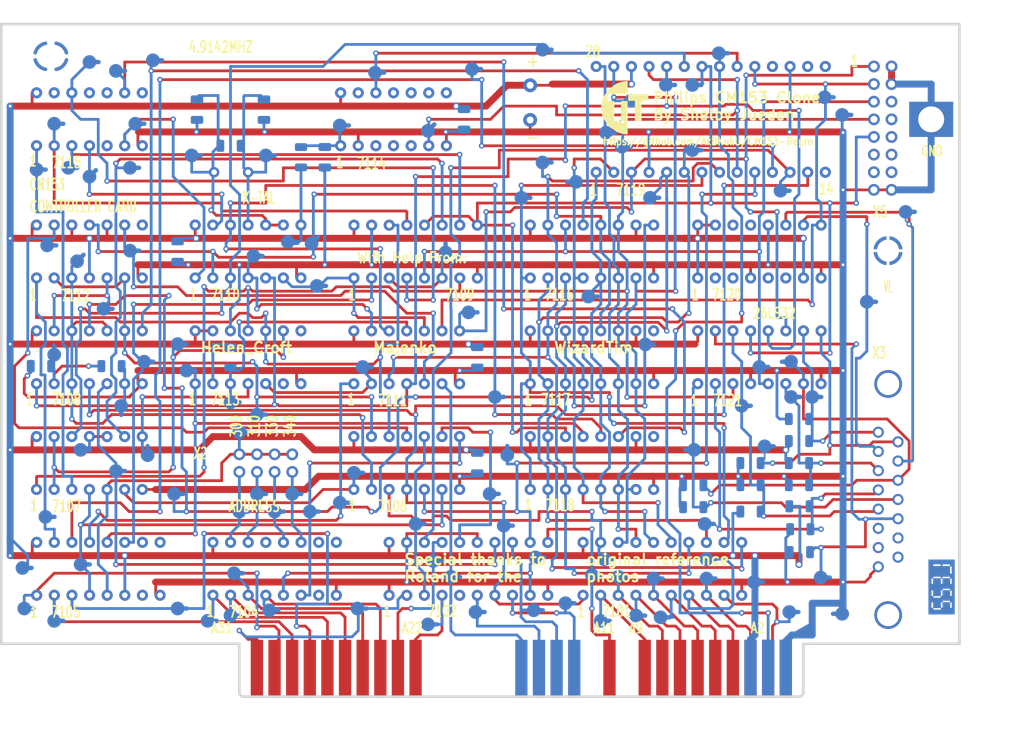
<source format=kicad_pcb>
(kicad_pcb (version 20211014) (generator pcbnew)
  (title_block (title "Philips CM-153 LMSI Reproduction Card") (date "2022-08-22") (rev "alpha") (company "Shelby Jueden (Tech Tangents)") (comment 1 "Philips CM-153 LMSI Reproduction Card") (comment 2 "Source Repository and Reference Material: https://github.com/AkBKukU/CM153-Repro") (comment 3 "Licensed under CERN-OHL-S: https://cern-ohl.web.cern.ch"))
  (layers (0 "F.Cu" signal "Front") (31 "B.Cu" signal "Back") (34 "B.Paste" user) (35 "F.Paste" user) (36 "B.SilkS" user "B.Silkscreen") (37 "F.SilkS" user "F.Silkscreen") (38 "B.Mask" user) (39 "F.Mask" user) (44 "Edge.Cuts" user))
  (net 0 "")
  (net 1 "/A0")
  (net 2 "/A1")
  (net 3 "/A2")
  (net 4 "/A3")
  (net 5 "/A4")
  (net 6 "/A5")
  (net 7 "/A6")
  (net 8 "/A7")
  (net 9 "/A8")
  (net 10 "/A9")
  (net 11 "/AEN")
  (net 12 "/D0")
  (net 13 "/D1")
  (net 14 "/D2")
  (net 15 "/D3")
  (net 16 "/D4")
  (net 17 "/D5")
  (net 18 "/D6")
  (net 19 "/D7")
  (net 20 "/DRQ3")
  (net 21 "/~{DACK3}")
  (net 22 "/~{IOR}")
  (net 23 "/~{IOW}")
  (net 24 "GND")
  (net 25 "VCC")
  (net 26 "/RESETDRV")
  (net 27 "Net-(C4-Pad2)")
  (net 28 "Net-(C5-Pad2)")
  (net 29 "Net-(C6-Pad2)")
  (net 30 "Net-(C7-Pad1)")
  (net 31 "Net-(R1-Pad2)")
  (net 32 "Net-(R3-Pad2)")
  (net 33 "/DMA_READ")
  (net 34 "/Response-")
  (net 35 "/Data-")
  (net 36 "/Data Clock-")
  (net 37 "/Attention-")
  (net 38 "/Response+")
  (net 39 "/Data+")
  (net 40 "/Data Clock+")
  (net 41 "/Attention+")
  (net 42 "/MDB1")
  (net 43 "/MDB2")
  (net 44 "/MDB3")
  (net 45 "/MDB4")
  (net 46 "/MDB5")
  (net 47 "/MDB6")
  (net 48 "/MDB7")
  (net 49 "/MDB0")
  (net 51 "/AENb")
  (net 56 "/~{RD}")
  (net 60 "/A9b")
  (net 61 "/A8b")
  (net 62 "/IOACT")
  (net 63 "/DMA_ACK")
  (net 64 "/IOSEL")
  (net 65 "/~{WR}")
  (net 66 "Net-(TP74-Pad1)")
  (net 67 "/CLKp3")
  (net 68 "/~{DTR}")
  (net 69 "/A0b")
  (net 70 "/U7117-~{OE}")
  (net 71 "/CLKp0")
  (net 72 "/Data Clock")
  (net 73 "/Data")
  (net 74 "/Attention")
  (net 75 "Net-(TP88-Pad1)")
  (net 76 "Net-(TP89-Pad1)")
  (net 77 "/UART-~{CS}")
  (net 78 "Net-(R1-Pad1)")
  (net 79 "Net-(TP91-Pad1)")
  (net 80 "Net-(TP93-Pad1)")
  (net 81 "Net-(TP94-Pad1)")
  (net 82 "Net-(TP95-Pad1)")
  (net 83 "/Command")
  (net 84 "Net-(TP96-Pad1)")
  (net 95 "Net-(TP97-Pad1)")
  (net 99 "Net-(TP100-Pad1)")
  (net 103 "Net-(TP101-Pad1)")
  (net 114 "/Command+")
  (net 115 "/Command-")
  (net 118 "/M1")
  (net 119 "/M3")
  (net 120 "/M2")
  (net 121 "/M4")
  (net 129 "Net-(TP14-Pad1)")
  (net 130 "/~{RTS}")
  (net 131 "Net-(TP103-Pad1)")
  (net 132 "Net-(TP104-Pad1)")
  (net 133 "Net-(TP105-Pad1)")
  (net 134 "Net-(TP26-Pad1)")
  (net 135 "Net-(TP32-Pad1)")
  (net 136 "Net-(TP33-Pad1)")
  (net 137 "Net-(TP34-Pad1)")
  (net 138 "Net-(TP35-Pad1)")
  (net 139 "Net-(TP36-Pad1)")
  (net 140 "/RXD")
  (net 141 "Net-(TP106-Pad1)")
  (net 142 "Net-(TP41-Pad1)")
  (net 143 "Net-(TP107-Pad1)")
  (net 144 "Net-(TP44-Pad1)")
  (net 145 "Net-(TP45-Pad1)")
  (net 146 "Net-(TP47-Pad1)")
  (net 147 "Net-(TP50-Pad1)")
  (net 148 "Net-(TP51-Pad1)")
  (net 149 "Net-(TP53-Pad1)")
  (net 150 "Net-(TP54-Pad1)")
  (net 151 "Net-(TP108-Pad1)")
  (net 152 "Net-(TP56-Pad1)")
  (net 153 "Net-(TP57-Pad1)")
  (net 154 "/U7116-~{OE}")
  (footprint "Philips-Shapes:Reduced-ISA" (layer "F.Cu") (at 147.32 145.7325)
    (fp_text reference "BUS1" hide)
    (fp_text value "BUSPC_DEV" hide)
  )
  (footprint "Philips-Shapes:Test Point" (layer "F.Cu") (at 117.094 84.582 45)
    (fp_text reference "TP91")
    (fp_text value "TestPoint")
  )
  (footprint "Philips-Shapes:Test Point" (layer "F.Cu") (at 123.698 137.16)
    (fp_text reference "TP24")
    (fp_text value "TestPoint")
  )
  (footprint "Philips-Shapes:Test Point" (layer "F.Cu") (at 88.9 117.348)
    (fp_text reference "TP43")
    (fp_text value "TestPoint")
  )
  (footprint "Philips-Shapes:Test Point" (layer "F.Cu") (at 133.858 68.326 45)
    (fp_text reference "TP75")
    (fp_text value "TestPoint")
  )
  (footprint "Philips-Shapes:Test Point" (layer "F.Cu") (at 80.01 67.31)
    (fp_text reference "TP105")
    (fp_text value "TestPoint")
  )
  (footprint "Philips-Shapes:Test Point" (layer "F.Cu") (at 97.79 99.06)
    (fp_text reference "TP51")
    (fp_text value "TestPoint")
  )
  (footprint "Philips-Shapes:Test Point" (layer "F.Cu") (at 75.692 137.16)
    (fp_text reference "TP38")
    (fp_text value "TestPoint")
  )
  (footprint "Connector_Dsub:DSUB-15_Female_Horizontal_P2.77x2.84mm_EdgePinOffset7.70mm_Housed_MountingHolesOffset9.12mm" (layer "F.Cu") (at 198.755 111.76 90)
    (fp_text reference "X3")
    (fp_text value "DB15_Female")
  )
  (footprint "Package_DIP:DIP-20_W7.62mm" (layer "F.Cu") (at 128.27 135.255 90)
    (fp_text reference "7102")
    (fp_text value "74HCT244")
  )
  (footprint "Philips-Shapes:Test Point" (layer "F.Cu") (at 184.658 76.962)
    (fp_text reference "TP78")
    (fp_text value "TestPoint")
  )
  (footprint "Philips-Shapes:Test Point" (layer "F.Cu") (at 124.46 102.362)
    (fp_text reference "TP54")
    (fp_text value "TestPoint")
  )
  (footprint "Philips-Shapes:Test Point" (layer "F.Cu") (at 149.098 137.414)
    (fp_text reference "TP17")
    (fp_text value "TestPoint")
  )
  (footprint "Philips-Shapes:Test Point" (layer "F.Cu") (at 155.194 75.692 180)
    (fp_text reference "TP68")
    (fp_text value "TestPoint")
  )
  (footprint "Philips-Shapes:DIP-16-Plain" (layer "F.Cu") (at 77.485 135.245 90)
    (fp_text reference "7105")
    (fp_text value "74HCT138")
  )
  (footprint "Philips-Shapes:Test Point" (layer "F.Cu") (at 150.368 56.642)
    (fp_text reference "TP86")
    (fp_text value "TestPoint")
  )
  (footprint "Philips-Shapes:Test Point" (layer "F.Cu") (at 80.01 100.584 90)
    (fp_text reference "TP52")
    (fp_text value "TestPoint")
  )
  (footprint "Philips-Shapes:Test Point" (layer "F.Cu") (at 163.068 64.008)
    (fp_text reference "TP65")
    (fp_text value "TestPoint")
  )
  (footprint "Philips-Shapes:Test Point" (layer "F.Cu") (at 158.75 138.938)
    (fp_text reference "TP5")
    (fp_text value "TestPoint")
  )
  (footprint "Philips-Shapes:Test Point" (layer "F.Cu") (at 110.998 137.414)
    (fp_text reference "TP27")
    (fp_text value "TestPoint")
  )
  (footprint "Philips-Shapes:Test Point" (layer "F.Cu") (at 106.68 111.76)
    (fp_text reference "TP49")
    (fp_text value "TestPoint")
  )
  (footprint "Philips-Shapes:Test Point" (layer "F.Cu") (at 139.7 94.488)
    (fp_text reference "TP90")
    (fp_text value "TestPoint")
  )
  (footprint "Philips-Shapes:Test Point" (layer "F.Cu") (at 185.928 137.668)
    (fp_text reference "TP2")
    (fp_text value "TestPoint")
  )
  (footprint "Philips-Shapes:Test Point" (layer "F.Cu") (at 173.736 124.968)
    (fp_text reference "TP12")
    (fp_text value "TestPoint")
  )
  (footprint "Philips-Shapes:Test Point" (layer "F.Cu") (at 171.958 61.722)
    (fp_text reference "TP77")
    (fp_text value "TestPoint")
  )
  (footprint "Philips-Shapes:Test Point" (layer "F.Cu") (at 80.01 138.938)
    (fp_text reference "TP39")
    (fp_text value "TestPoint")
  )
  (footprint "Philips-Shapes:Test Point" (layer "F.Cu") (at 133.858 139.446)
    (fp_text reference "TP22")
    (fp_text value "TestPoint")
  )
  (footprint "Philips-Shapes:Test Point" (layer "F.Cu") (at 110.49 71.882)
    (fp_text reference "TP98")
    (fp_text value "TestPoint")
  )
  (footprint "Philips-Shapes:Test Point" (layer "F.Cu") (at 114.3 120.65)
    (fp_text reference "TP36")
    (fp_text value "TestPoint")
  )
  (footprint "Philips-Shapes:DIP-16-Plain" (layer "F.Cu") (at 102.885 135.245 90)
    (fp_text reference "7104")
    (fp_text value "74HCT138")
  )
  (footprint "Philips-Shapes:Test Point" (layer "F.Cu") (at 83.82 130.81)
    (fp_text reference "TP40")
    (fp_text value "TestPoint")
  )
  (footprint "Philips-Shapes:Test Point" (layer "F.Cu") (at 181.61 102.362)
    (fp_text reference "TP58")
    (fp_text value "TestPoint")
  )
  (footprint "Philips-Shapes:Test Point" (layer "F.Cu") (at 163.844 138.176)
    (fp_text reference "TP7")
    (fp_text value "TestPoint")
  )
  (footprint "Philips-Shapes:Bracket Mount" (layer "F.Cu") (at 206.375 66.675)
    (fp_text reference "REF**" hide)
    (fp_text value "Bracket Mount")
  )
  (footprint "Philips-Shapes:Test Point" (layer "F.Cu") (at 172.212 114.3 180)
    (fp_text reference "TP60")
    (fp_text value "TestPoint")
  )
  (footprint "Philips-Shapes:Test Point" (layer "F.Cu") (at 186.182 106.68)
    (fp_text reference "TP63")
    (fp_text value "TestPoint")
  )
  (footprint "Philips-Shapes:Test Point" (layer "F.Cu") (at 150.368 72.898)
    (fp_text reference "TP72")
    (fp_text value "TestPoint")
  )
  (footprint "Philips-Shapes:DIP-14-Plain" (layer "F.Cu") (at 77.465 89.525 90)
    (fp_text reference "7112")
    (fp_text value "74HC74")
  )
  (footprint "Philips-Shapes:Test Point" (layer "F.Cu") (at 109.22 120.65)
    (fp_text reference "TP34")
    (fp_text value "TestPoint")
  )
  (footprint "Philips-Shapes:Test Point" (layer "F.Cu") (at 202.692 80.01)
    (fp_text reference "TP83")
    (fp_text value "TestPoint")
  )
  (footprint "Philips-Shapes:Test Point" (layer "F.Cu") (at 91.694 67.31)
    (fp_text reference "TP107")
    (fp_text value "TestPoint")
  )
  (footprint "Philips-Shapes:Test Point" (layer "F.Cu") (at 193.548 137.922 180)
    (fp_text reference "TP4")
    (fp_text value "TestPoint")
  )
  (footprint "Capacitor_THT:CP_Radial_D10.0mm_P5.00mm" (layer "F.Cu") (at 148.59 61.767323 -90)
    (fp_text reference "C9")
    (fp_text value "10uF")
  )
  (footprint "Philips-Shapes:DIP-14-Plain" (layer "F.Cu") (at 100.325 104.765 90)
    (fp_text reference "7113")
    (fp_text value "74HC74")
  )
  (footprint "Philips-Shapes:Test Point" (layer "F.Cu") (at 157.48 132.334)
    (fp_text reference "TP13")
    (fp_text value "TestPoint")
  )
  (footprint "Philips-Shapes:Test Point" (layer "F.Cu") (at 173.99 132.842)
    (fp_text reference "TP11")
    (fp_text value "TestPoint")
  )
  (footprint "Philips-Shapes:Test Point" (layer "F.Cu") (at 94.234 58.166)
    (fp_text reference "TP102")
    (fp_text value "TestPoint")
  )
  (footprint "Philips-Shapes:Test Point" (layer "F.Cu") (at 121.158 121.92)
    (fp_text reference "TP26")
    (fp_text value "TestPoint")
  )
  (footprint "Philips-Shapes:Wide Mounting Hole" (layer "F.Cu") (at 79.525 57.625)
    (fp_text reference "REF**" hide)
    (fp_text value "Wide Mounting Hole")
  )
  (footprint "Philips-Shapes:Test Point" (layer "F.Cu") (at 153.67 136.398)
    (fp_text reference "TP18")
    (fp_text value "TestPoint")
  )
  (footprint "Philips-Shapes:Test Point" (layer "F.Cu") (at 140.208 59.436)
    (fp_text reference "TP84")
    (fp_text value "TestPoint")
  )
  (footprint "Philips-Shapes:DIP-14-Plain" (layer "F.Cu") (at 77.465 104.765 90)
    (fp_text reference "7108")
    (fp_text value "74LS32")
  )
  (footprint "Philips-Shapes:Test Point" (layer "F.Cu") (at 179.07 107.95)
    (fp_text reference "TP62")
    (fp_text value "TestPoint")
  )
  (footprint "Philips-Shapes:DIP-16-Plain" (layer "F.Cu") (at 148.605 89.535 90)
    (fp_text reference "7116")
    (fp_text value "74HC595")
  )
  (footprint "Philips-Shapes:Mounting Hole" (layer "F.Cu") (at 200.152503 85.599587)
    (fp_text reference "REF**" hide)
    (fp_text value "Mounting Hole")
  )
  (footprint "Philips-Shapes:Test Point" (layer "F.Cu") (at 144.78 125.222)
    (fp_text reference "TP20")
    (fp_text value "TestPoint")
  )
  (footprint "Philips-Shapes:Test Point" (layer "F.Cu") (at 147.32 77.978)
    (fp_text reference "TP71")
    (fp_text value "TestPoint")
  )
  (footprint "Philips-Shapes:Test Point" (layer "F.Cu") (at 83.82 114.3)
    (fp_text reference "TP44")
    (fp_text value "TestPoint")
  )
  (footprint "Philips-Shapes:Test Point" (layer "F.Cu") (at 89.662 107.95 -90)
    (fp_text reference "TP46")
    (fp_text value "TestPoint")
  )
  (footprint "Philips-Shapes:Test Point" (layer "F.Cu") (at 167.386 138.43)
    (fp_text reference "TP9")
    (fp_text value "TestPoint")
  )
  (footprint "Philips-Shapes:Test Point" (layer "F.Cu") (at 159.512 68.58)
    (fp_text reference "TP66")
    (fp_text value "TestPoint")
  )
  (footprint "Philips-Shapes:Test Point" (layer "F.Cu") (at 143.51 106.68)
    (fp_text reference "TP57")
    (fp_text value "TestPoint")
  )
  (footprint "Philips-Shapes:DIP-16-Plain" (layer "F.Cu") (at 172.735 104.765 90)
    (fp_text reference "7121")
    (fp_text value "26LS32")
  )
  (footprint "Philips-Shapes:Test Point" (layer "F.Cu") (at 82.042 73.66)
    (fp_text reference "TP103")
    (fp_text value "TestPoint")
  )
  (footprint "Philips-Shapes:Test Point" (layer "F.Cu") (at 132.08 124.968)
    (fp_text reference "TP25")
    (fp_text value "TestPoint")
  )
  (footprint "Philips-Shapes:Test Point" (layer "F.Cu") (at 136.398 85.852 90)
    (fp_text reference "TP89")
    (fp_text value "TestPoint")
  )
  (footprint "Philips-Shapes:Test Point" (layer "F.Cu") (at 113.665 84.328)
    (fp_text reference "TP92")
    (fp_text value "TestPoint")
  )
  (footprint "Philips-Shapes:DIP-14-Plain" (layer "F.Cu") (at 123.185 104.775 90)
    (fp_text reference "7111")
    (fp_text value "74HC125")
  )
  (footprint "Philips-Shapes:DIP-14-Plain" (layer "F.Cu") (at 121.28 70.475 90)
    (fp_text reference "7114")
    (fp_text value "74HC4024")
  )
  (footprint "Philips-Shapes:Test Point" (layer "F.Cu") (at 123.19 117.602)
    (fp_text reference "TP56")
    (fp_text value "TestPoint")
  )
  (footprint "Philips-Shapes:Test Point" (layer "F.Cu") (at 137.16 132.588)
    (fp_text reference "TP15")
    (fp_text value "TestPoint")
  )
  (footprint "Philips-Shapes:Test Point" (layer "F.Cu") (at 99.06 102.87)
    (fp_text reference "TP50")
    (fp_text value "TestPoint")
  )
  (footprint "Philips-Shapes:Test Point" (layer "F.Cu") (at 92.964 101.6)
    (fp_text reference "TP53")
    (fp_text value "TestPoint")
  )
  (footprint "Philips-Shapes:Test Point" (layer "F.Cu") (at 90.932 73.66)
    (fp_text reference "TP101")
    (fp_text value "TestPoint")
  )
  (footprint "Philips-Shapes:Test Point" (layer "F.Cu") (at 191.008 63.5)
    (fp_text reference "TP81")
    (fp_text value "TestPoint")
  )
  (footprint "Philips-Shapes:Test Point" (layer "F.Cu") (at 105.41 138.176)
    (fp_text reference "TP29")
    (fp_text value "TestPoint")
  )
  (footprint "Philips-Shapes:Test Point" (layer "F.Cu") (at 83.312 87.122 45)
    (fp_text reference "TP93")
    (fp_text value "TestPoint")
  )
  (footprint "Philips-Shapes:Test Point" (layer "F.Cu") (at 145.288 115.062 90)
    (fp_text reference "TP55")
    (fp_text value "TestPoint")
  )
  (footprint "Philips-Shapes:Test Point" (layer "F.Cu") (at 166.37 132.842)
    (fp_text reference "TP8")
    (fp_text value "TestPoint")
  )
  (footprint "Philips-Shapes:Test Point" (layer "F.Cu") (at 109.22 109.22)
    (fp_text reference "TP47")
    (fp_text value "TestPoint")
  )
  (footprint "Philips-Shapes:Test Point" (layer "F.Cu") (at 75.438 131.318)
    (fp_text reference "TP42")
    (fp_text value "TestPoint")
  )
  (footprint "Philips-Shapes:Test Point" (layer "F.Cu") (at 121.158 67.564)
    (fp_text reference "TP87")
    (fp_text value "TestPoint")
  )
  (footprint "Philips-Shapes:Test Point" (layer "F.Cu") (at 126.238 59.944)
    (fp_text reference "TP85")
    (fp_text value "TestPoint")
  )
  (footprint "Philips-Shapes:Test Point" (layer "F.Cu") (at 190.45 132.7)
    (fp_text reference "TP1")
    (fp_text value "TestPoint")
  )
  (footprint "Philips-Shapes:Test Point" (layer "F.Cu") (at 189.23 106.68)
    (fp_text reference "TP64")
    (fp_text value "TestPoint")
  )
  (footprint "Philips-Shapes:Test Point" (layer "F.Cu") (at 180.848 133.35)
    (fp_text reference "TP3")
    (fp_text value "TestPoint")
  )
  (footprint "Philips-Shapes:Test Point" (layer "F.Cu") (at 106.68 123.19)
    (fp_text reference "TP33")
    (fp_text value "TestPoint")
  )
  (footprint "Philips-Shapes:Test Point" (layer "F.Cu") (at 149.352 129.794)
    (fp_text reference "TP19")
    (fp_text value "TestPoint")
  )
  (footprint "Philips-Shapes:Test Point" (layer "F.Cu") (at 161.29 132.588)
    (fp_text reference "TP6")
    (fp_text value "TestPoint")
  )
  (footprint "Philips-Shapes:Test Point" (layer "F.Cu") (at 105.918 132.08)
    (fp_text reference "TP28")
    (fp_text value "TestPoint")
  )
  (footprint "Philips-Shapes:Test Point" (layer "F.Cu") (at 99.822 71.882)
    (fp_text reference "TP99")
    (fp_text value "TestPoint")
  )
  (footprint "Package_DIP:DIP-20_W7.62mm" (layer "F.Cu") (at 156.21 135.255 90)
    (fp_text reference "7101")
    (fp_text value "74HCT245")
  )
  (footprint "Philips-Shapes:Test Point" (layer "F.Cu") (at 97.282 120.65)
    (fp_text reference "TP37")
    (fp_text value "TestPoint")
  )
  (footprint "Philips-Shapes:Test Point" (layer "F.Cu") (at 85.09 74.93 45)
    (fp_text reference "TP104")
    (fp_text value "TestPoint")
  )
  (footprint "Philips-Shapes:Test Point" (layer "F.Cu") (at 111.76 123.19)
    (fp_text reference "TP35")
    (fp_text value "TestPoint")
  )
  (footprint "Philips-Shapes:Test Point" (layer "F.Cu") (at 93.472 115.062 90)
    (fp_text reference "TP45")
    (fp_text value "TestPoint")
  )
  (footprint "Philips-Shapes:Test Point" (layer "F.Cu") (at 116.84 123.19)
    (fp_text reference "TP32")
    (fp_text value "TestPoint")
  )
  (footprint "Philips-Shapes:Test Point" (layer "F.Cu") (at 97.79 137.16)
    (fp_text reference "TP31")
    (fp_text value "TestPoint")
  )
  (footprint "Philips-Shapes:Test Point" (layer "F.Cu") (at 78.994 84.836)
    (fp_text reference "TP95")
    (fp_text value "TestPoint")
  )
  (footprint "Philips-Shapes:Test Point" (layer "F.Cu") (at 168.148 61.722)
    (fp_text reference "TP76")
    (fp_text value "TestPoint")
  )
  (footprint "Philips-Shapes:DIP-16-Plain" (layer "F.Cu") (at 172.735 89.535 90)
    (fp_text reference "7120")
    (fp_text value "26LS31")
  )
  (footprint "Philips-Shapes:Test Point" (layer "F.Cu") (at 197.104 92.964)
    (fp_text reference "TP73")
    (fp_text value "TestPoint")
  )
  (footprint "Philips-Shapes:Test Point" (layer "F.Cu") (at 165.862 77.978)
    (fp_text reference "TP69")
    (fp_text value "TestPoint")
  )
  (footprint "Connector_PinHeader_2.54mm:PinHeader_2x04_P2.54mm_Vertical" (layer "F.Cu") (at 106.69 117.48 90)
    (fp_text reference "X2")
    (fp_text value "Conn_02x04_Counter_Clockwise")
  )
  (footprint "Philips-Shapes:DIP-16-Plain" (layer "F.Cu") (at 123.205 89.545 90)
    (fp_text reference "7109")
    (fp_text value "74HC368")
  )
  (footprint "Philips-Shapes:Test Point" (layer "F.Cu") (at 186.182 101.6 180)
    (fp_text reference "TP61")
    (fp_text value "TestPoint")
  )
  (footprint "Philips-Shapes:Test Point" (layer "F.Cu") (at 134.62 130.302)
    (fp_text reference "TP23")
    (fp_text value "TestPoint")
  )
  (footprint "Philips-Shapes:Test Point" (layer "F.Cu") (at 117.856 90.678)
    (fp_text reference "TP88")
    (fp_text value "TestPoint")
  )
  (footprint "Philips-Shapes:Test Point" (layer "F.Cu") (at 182.372 113.792)
    (fp_text reference "TP59")
    (fp_text value "TestPoint")
  )
  (footprint "Philips-Shapes:Test Point" (layer "F.Cu") (at 140.716 137.668)
    (fp_text reference "TP16")
    (fp_text value "TestPoint")
  )
  (footprint "Philips-Shapes:Test Point" (layer "F.Cu") (at 161.798 70.612)
    (fp_text reference "TP82")
    (fp_text value "TestPoint")
  )
  (footprint "Philips-Shapes:Test Point" (layer "F.Cu") (at 193.548 66.04)
    (fp_text reference "TP79")
    (fp_text value "TestPoint")
  )
  (footprint "Philips-Shapes:Test Point" (layer "F.Cu") (at 173.99 130.048)
    (fp_text reference "TP10")
    (fp_text value "TestPoint")
  )
  (footprint "Philips-Shapes:DIP-14-Plain" (layer "F.Cu") (at 77.47 70.475 90)
    (fp_text reference "7115")
    (fp_text value "74HC4024")
  )
  (footprint "Crystal:Crystal_HC49-U_Horizontal" (layer "F.Cu") (at 107.95 74.295 180)
    (fp_text reference "X-TAL")
    (fp_text value "4.9152MHz")
  )
  (footprint "Philips-Shapes:DIP-16-Plain" (layer "F.Cu") (at 148.605 104.765 90)
    (fp_text reference "7117")
    (fp_text value "74HC595")
  )
  (footprint "Philips-Shapes:Test Point" (layer "F.Cu") (at 171.958 71.12)
    (fp_text reference "TP70")
    (fp_text value "TestPoint")
  )
  (footprint "Philips-Shapes:Test Point" (layer "F.Cu") (at 85.09 58.42)
    (fp_text reference "TP108")
    (fp_text value "TestPoint")
  )
  (footprint "Philips-Shapes:DIP-16-Plain" (layer "F.Cu") (at 148.605 120.005 90)
    (fp_text reference "7118")
    (fp_text value "74HC595")
  )
  (footprint "Connector_PinHeader_2.54mm:PinHeader_2x08_P2.54mm_Vertical" (layer "F.Cu") (at 198.12 59.055)
    (fp_text reference "X5")
    (fp_text value "Conn_02x08_Counter_Clockwise")
  )
  (footprint "Philips-Shapes:Test Point" (layer "F.Cu") (at 78.74 123.952)
    (fp_text reference "TP41")
    (fp_text value "TestPoint")
  )
  (footprint "Philips-Shapes:Test Point" (layer "F.Cu") (at 175.768 57.15)
    (fp_text reference "TP80")
    (fp_text value "TestPoint")
  )
  (footprint "Philips-Shapes:Test Point" (layer "F.Cu") (at 87.122 93.98)
    (fp_text reference "TP94")
    (fp_text value "TestPoint")
  )
  (footprint "Philips-Shapes:Test Point" (layer "F.Cu") (at 102.108 138.938)
    (fp_text reference "TP30")
    (fp_text value "TestPoint")
  )
  (footprint "Philips-Shapes:Test Point" (layer "F.Cu") (at 142.748 120.65)
    (fp_text reference "TP21")
    (fp_text value "TestPoint")
  )
  (footprint "Philips-Shapes:DIP-14-Plain" (layer "F.Cu") (at 123.185 120.005 90)
    (fp_text reference "7106")
    (fp_text value "74LS08")
  )
  (footprint "Philips-Shapes:Test Point" (layer "F.Cu") (at 108.712 86.36)
    (fp_text reference "TP97")
    (fp_text value "TestPoint")
  )
  (footprint "Package_DIP:DIP-28_W15.24mm" (layer "F.Cu") (at 158.1 74.3 90)
    (fp_text reference "7119")
    (fp_text value "8251")
  )
  (footprint "Philips-Shapes:Test Point" (layer "F.Cu") (at 159.258 130.048)
    (fp_text reference "TP14")
    (fp_text value "TestPoint")
  )
  (footprint "Philips-Shapes:DIP-14-Plain" (layer "F.Cu") (at 100.325 89.525 90)
    (fp_text reference "7110")
    (fp_text value "74HC04")
  )
  (footprint "Philips-Shapes:Test Point" (layer "F.Cu") (at 156.972 92.202)
    (fp_text reference "TP67")
    (fp_text value "TestPoint")
  )
  (footprint "Philips-Shapes:DIP-14-Plain" (layer "F.Cu") (at 77.465 120.005 90)
    (fp_text reference "7107")
    (fp_text value "74LS32")
  )
  (footprint "Philips-Shapes:Test Point" (layer "F.Cu") (at 90.932 85.598)
    (fp_text reference "TP96")
    (fp_text value "TestPoint")
  )
  (footprint "Philips-Shapes:Test Point" (layer "F.Cu") (at 77.47 73.914)
    (fp_text reference "TP100")
    (fp_text value "TestPoint")
  )
  (footprint "Philips-Shapes:Test Point" (layer "F.Cu") (at 105.41 107.442)
    (fp_text reference "TP48")
    (fp_text value "TestPoint")
  )
  (footprint "Philips-Shapes:Test Point" (layer "F.Cu") (at 88.9 59.69)
    (fp_text reference "TP106")
    (fp_text value "TestPoint")
  )
  (footprint "Philips-Shapes:Test Point" (layer "F.Cu") (at 165.1889 99.1108)
    (fp_text reference "TP74")
    (fp_text value "TestPoint")
  )
  (footprint "Philips-Shapes:R_1206-Clean" (layer "B.Cu") (at 180.34 119.38 180)
    (fp_text reference "R16")
    (fp_text value "270Ω")
  )
  (footprint "Philips-Shapes:R_1206-Clean" (layer "B.Cu") (at 105.41 100.965 90)
    (fp_text reference "R1")
    (fp_text value "10KΩ")
  )
  (footprint "Philips-Shapes:C_1206-Clean" (layer "B.Cu") (at 100.584 65.278 90)
    (fp_text reference "C6")
    (fp_text value "14pF")
  )
  (footprint "Philips-Shapes:C_1206-Clean" (layer "B.Cu") (at 78.105 102.235)
    (fp_text reference "C4")
    (fp_text value "C")
  )
  (footprint "Philips-Shapes:R_1206-Clean" (layer "B.Cu") (at 187.5135 125.73 180)
    (fp_text reference "R14")
    (fp_text value "270Ω")
  )
  (footprint "Philips-Shapes:R_1206-Clean" (layer "B.Cu") (at 180.34 116.205 180)
    (fp_text reference "R5")
    (fp_text value "120Ω")
  )
  (footprint "Philips-Shapes:C_1206-Clean" (layer "B.Cu") (at 140.97 100.965 -90)
    (fp_text reference "C3")
    (fp_text value "100nF")
  )
  (footprint "Philips-Shapes:C_1206-Clean" (layer "B.Cu") (at 97.79 85.725 -90)
    (fp_text reference "C1")
    (fp_text value "100nF")
  )
  (footprint "Philips-Shapes:R_1206-Clean" (layer "B.Cu") (at 187.325 119.38 180)
    (fp_text reference "R12")
    (fp_text value "270Ω")
  )
  (footprint "Philips-Shapes:R_1206-Clean" (layer "B.Cu") (at 187.325 113.03 180)
    (fp_text reference "R9")
    (fp_text value "220Ω")
  )
  (footprint "Philips-Shapes:R_1206-Clean" (layer "B.Cu") (at 180.34 123.19 180)
    (fp_text reference "R15")
    (fp_text value "220Ω")
  )
  (footprint "Philips-Shapes:R_1206-Clean" (layer "B.Cu") (at 88.265 102.235)
    (fp_text reference "R4")
    (fp_text value "1KΩ")
  )
  (footprint "Philips-Shapes:R_1206-Clean" (layer "B.Cu") (at 187.325 116.205 180)
    (fp_text reference "R11")
    (fp_text value "220Ω")
  )
  (footprint "Philips-Shapes:C_1206-Clean" (layer "B.Cu") (at 140.97 116.205 -90)
    (fp_text reference "C2")
    (fp_text value "100uF")
  )
  (footprint "Philips-Shapes:C_1206-Clean" (layer "B.Cu") (at 139.065 66.675 90)
    (fp_text reference "C8")
    (fp_text value "100nF")
  )
  (footprint "Philips-Shapes:C_1206-Clean" (layer "B.Cu") (at 118.999 72.136 -90)
    (fp_text reference "C7")
    (fp_text value "C")
  )
  (footprint "Philips-Shapes:R_1206-Clean" (layer "B.Cu") (at 187.325 109.855 180)
    (fp_text reference "R10")
    (fp_text value "270Ω")
  )
  (footprint "Philips-Shapes:R_1206-Clean" (layer "B.Cu") (at 105.41 70.485)
    (fp_text reference "R2")
    (fp_text value "1MΩ")
  )
  (footprint "Philips-Shapes:R_1206-Clean" (layer "B.Cu") (at 115.57 72.136 -90)
    (fp_text reference "R3")
    (fp_text value "100Ω")
  )
  (footprint "Philips-Shapes:C_1206-Clean" (layer "B.Cu") (at 110.236 65.278 90)
    (fp_text reference "C5")
    (fp_text value "14pF")
  )
  (footprint "Philips-Shapes:R_1206-Clean" (layer "B.Cu") (at 172.085 122.555 180)
    (fp_text reference "R7")
    (fp_text value "120Ω")
  )
  (footprint "Philips-Shapes:R_1206-Clean" (layer "B.Cu") (at 187.3905 122.428 180)
    (fp_text reference "R13")
    (fp_text value "220Ω")
  )
  (footprint "Philips-Shapes:R_1206-Clean" (layer "B.Cu") (at 172.085 119.38 180)
    (fp_text reference "R6")
    (fp_text value "120Ω")
  )
  (footprint "Philips-Shapes:R_1206-Clean" (layer "B.Cu") (at 187.452 129.032 180)
    (fp_text reference "R8")
    (fp_text value "120Ω")
  )
  (gr_rect (start 206.44485 133.6548) (end 206.629 134.0358) (layer "B.Cu") (width 0.1) (fill solid))
  (gr_rect (start 206.375 132.2324) (end 209.423 132.4864) (layer "B.Cu") (width 0.1905) (fill solid))
  (gr_rect (start 209.127725 137.1092) (end 209.311875 137.4902) (layer "B.Cu") (width 0.1) (fill solid))
  (gr_rect (start 207.806925 137.1092) (end 207.991075 137.4902) (layer "B.Cu") (width 0.1) (fill solid))
  (gr_rect (start 206.454375 137.1092) (end 206.638525 137.4902) (layer "B.Cu") (width 0.1) (fill solid))
  (gr_rect (start 206.248 130.2004) (end 209.423 130.7084) (layer "B.Cu") (width 0.1905) (fill solid))
  (gr_rect (start 208.0514 134.5692) (end 209.0674 135.5852) (layer "B.Cu") (width 0.1) (fill solid))
  (gr_rect (start 208.0514 132.842) (end 209.0674 133.9596) (layer "B.Cu") (width 0.1) (fill solid))
  (gr_rect (start 208.026 131.0894) (end 209.042 132.1562) (layer "B.Cu") (width 0.1) (fill solid))
  (gr_rect (start 209.1182 130.6703) (end 209.30235 131.0513) (layer "B.Cu") (width 0.1) (fill solid))
  (gr_rect (start 207.806925 135.382) (end 207.991075 135.763) (layer "B.Cu") (width 0.1) (fill solid))
  (gr_rect (start 206.454375 135.382) (end 206.638525 135.763) (layer "B.Cu") (width 0.1) (fill solid))
  (gr_rect (start 207.7974 133.6548) (end 207.98155 134.0358) (layer "B.Cu") (width 0.1) (fill solid))
  (gr_rect (start 206.375 135.6868) (end 209.423 135.9408) (layer "B.Cu") (width 0.1905) (fill solid))
  (gr_rect (start 207.806925 135.8646) (end 207.991075 136.2456) (layer "B.Cu") (width 0.1) (fill solid))
  (gr_rect (start 206.7052 132.842) (end 207.7212 133.858) (layer "B.Cu") (width 0.1) (fill solid))
  (gr_rect (start 209.423 130.2004) (end 209.677 137.922) (layer "B.Cu") (width 0.1905) (fill solid))
  (gr_rect (start 209.127725 135.8646) (end 209.311875 136.2456) (layer "B.Cu") (width 0.1) (fill solid))
  (gr_rect (start 206.44485 130.6322) (end 206.60995 132.1308) (layer "B.Cu") (width 0.1) (fill solid))
  (gr_rect (start 206.6798 131.0894) (end 207.6958 132.1562) (layer "B.Cu") (width 0.1) (fill solid))
  (gr_rect (start 207.806925 134.1374) (end 207.991075 134.5184) (layer "B.Cu") (width 0.1) (fill solid))
  (gr_rect (start 207.7974 132.4102) (end 207.98155 132.7912) (layer "B.Cu") (width 0.1) (fill solid))
  (gr_rect (start 209.127725 135.382) (end 209.311875 135.763) (layer "B.Cu") (width 0.1) (fill solid))
  (gr_rect (start 209.127725 134.1374) (end 209.311875 134.5184) (layer "B.Cu") (width 0.1) (fill solid))
  (gr_rect (start 206.375 133.9596) (end 209.423 134.2136) (layer "B.Cu") (width 0.1905) (fill solid))
  (gr_rect (start 206.454375 134.1374) (end 206.638525 134.5184) (layer "B.Cu") (width 0.1) (fill solid))
  (gr_rect (start 208.0514 136.2964) (end 209.0674 137.3124) (layer "B.Cu") (width 0.1) (fill solid))
  (gr_rect (start 206.7052 136.0424) (end 207.7212 137.0584) (layer "B.Cu") (width 0.1) (fill solid))
  (gr_rect (start 206.2607 137.414) (end 209.4357 137.922) (layer "B.Cu") (width 0.1905) (fill solid))
  (gr_rect (start 206.454375 135.8646) (end 206.638525 136.2456) (layer "B.Cu") (width 0.1) (fill solid))
  (gr_rect (start 209.1182 133.6548) (end 209.30235 134.0358) (layer "B.Cu") (width 0.1) (fill solid))
  (gr_rect (start 209.1182 132.4102) (end 209.30235 132.7912) (layer "B.Cu") (width 0.1) (fill solid))
  (gr_rect (start 206.0702 130.2004) (end 206.3242 137.922) (layer "B.Cu") (width 0.1905) (fill solid))
  (gr_rect (start 206.7052 134.3152) (end 207.7212 135.3312) (layer "B.Cu") (width 0.1) (fill solid))
  (gr_rect (start 206.44485 132.4102) (end 206.629 132.7912) (layer "B.Cu") (width 0.1) (fill solid))
  (gr_rect (start 207.76565 130.683) (end 207.9498 132.1308) (layer "B.Cu") (width 0.1) (fill solid))
  (gr_poly (pts (xy 165.608 64.008) (xy 164.6473 64.008) (xy 164.6473 66.8901) (xy 163.6866 66.8901) (xy 163.6866 64.008) (xy 162.7259 64.008) (xy 162.7259 63.0473) (xy 165.608 63.0473)) (layer "F.SilkS") (width 0.01) (fill solid))
  (gr_poly (pts (xy 162.6382 63.077786) (xy 159.7561 63.077786) (xy 159.7561 64.038486) (xy 160.7168 64.038486) (xy 160.7168 66.920586) (xy 161.6775 66.920586) (xy 161.6775 64.038486) (xy 162.6382 64.038486) (xy 162.6382 68.834016) (xy 161.865897 68.75569) (xy 161.146622 68.532011) (xy 159.928727 67.710202) (xy 159.107658 66.491808) (xy 158.884417 65.772397) (xy 158.80656 65.000046) (xy 158.884401 64.227681) (xy 159.107633 63.508255) (xy 159.928695 62.289832) (xy 161.1466 61.468) (xy 161.865885 61.244315) (xy 162.6382 61.165986)) (layer "F.SilkS") (width 0.01) (fill solid))
  (gr_line (start 72.39 142.24) (end 106.68 142.24) (layer "Edge.Cuts") (width 0.381))
  (gr_arc (start 107.315 149.86) (mid 106.865987 149.674013) (end 106.68 149.225) (layer "Edge.Cuts") (width 0.381))
  (gr_line (start 106.68 142.24) (end 106.68 149.225) (layer "Edge.Cuts") (width 0.381))
  (gr_line (start 210.439 52.959) (end 210.439 142.24) (layer "Edge.Cuts") (width 0.381))
  (gr_line (start 72.39 52.959) (end 210.439 52.959) (layer "Edge.Cuts") (width 0.381))
  (gr_line (start 107.315 149.86) (end 187.325 149.86) (layer "Edge.Cuts") (width 0.381))
  (gr_line (start 72.39 142.24) (end 72.39 52.959) (layer "Edge.Cuts") (width 0.381))
  (gr_arc (start 187.96 149.225) (mid 187.774013 149.674013) (end 187.325 149.86) (layer "Edge.Cuts") (width 0.381))
  (gr_line (start 187.96 142.24) (end 187.96 149.225) (layer "Edge.Cuts") (width 0.381))
  (gr_line (start 187.96 142.24) (end 210.439 142.24) (layer "Edge.Cuts") (width 0.381))
  (gr_text "1" (at 148.209 91.948) (layer "F.SilkS") (effects (font (size 1.6 1) (thickness 0.25))))
  (gr_text "4.9142MHZ" (at 104.013 56.261) (layer "F.SilkS") (effects (font (size 1.6 1.1) (thickness 0.25))))
  (gr_text "1" (at 172.372617 91.924993) (layer "F.SilkS") (effects (font (size 1.6 1) (thickness 0.25))))
  (gr_text "1" (at 122.936 91.948) (layer "F.SilkS") (effects (font (size 1.6 1) (thickness 0.25))))
  (gr_text "WizardTim" (at 157.734 99.568) (layer "F.SilkS") (effects (font (size 1.524 1.524) (thickness 0.3048))))
  (gr_text "CM153" (at 78.994 76.073) (layer "F.SilkS") (effects (font (size 1.6 1) (thickness 0.25))))
  (gr_text "Special thanks to     original reference\nRoland for the        photos" (at 130.302 131.318) (layer "F.SilkS") (effects (font (size 1.524 1.524) (thickness 0.3048)) (justify left)))
  (gr_text "1" (at 77.089 137.668) (layer "F.SilkS") (effects (font (size 1.6 1) (thickness 0.25))))
  (gr_text "1" (at 172.212 107.188) (layer "F.SilkS") (effects (font (size 1.5 1.1) (thickness 0.25))))
  (gr_text "1" (at 76.454 107.061) (layer "F.SilkS") (effects (font (size 1.6 1) (thickness 0.25))))
  (gr_text "A2" (at 181.356 139.954) (layer "F.SilkS") (effects (font (size 1.5 1.1) (thickness 0.25))))
  (gr_text "GND" (at 206.502 71.247) (layer "F.SilkS") (effects (font (size 1.4 1) (thickness 0.25))))
  (gr_text "1" (at 195.326 58.293) (layer "F.SilkS") (effects (font (size 1.6 1) (thickness 0.25))))
  (gr_text "1" (at 128.016 137.541) (layer "F.SilkS") (effects (font (size 1.6 1) (thickness 0.25))))
  (gr_text "VL" (at 200.152 90.805) (layer "F.SilkS") (effects (font (size 1.6 0.7) (thickness 0.175))))
  (gr_text "1" (at 148.336 107.188) (layer "F.SilkS") (effects (font (size 1.5 1.1) (thickness 0.25))))
  (gr_text "1" (at 155.956 137.668) (layer "F.SilkS") (effects (font (size 1.5 1.1) (thickness 0.25))))
  (gr_text "Philips CM153 Clone\nBy Shelby Jueden" (at 166.116 64.77) (layer "F.SilkS") (effects (font (size 1.524 1.524) (thickness 0.3048)) (justify left)))
  (gr_text "Helen_Croft" (at 107.696 99.568) (layer "F.SilkS") (effects (font (size 1.524 1.524) (thickness 0.3048))))
  (gr_text "1" (at 76.962 91.948) (layer "F.SilkS") (effects (font (size 1.6 1) (thickness 0.25))))
  (gr_text "300\n310\n330\n340" (at 110.109 110.871 90) (layer "F.SilkS") (effects (font (size 1.6 1.1) (thickness 0.25))))
  (gr_text "1" (at 77.089 122.301) (layer "F.SilkS") (effects (font (size 1.6 1) (thickness 0.25))))
  (gr_text "A11" (at 159.258 139.954) (layer "F.SilkS") (effects (font (size 1.5 1.1) (thickness 0.25))))
  (gr_text "1" (at 122.936 122.301) (layer "F.SilkS") (effects (font (size 1.6 1) (thickness 0.25))))
  (gr_text "28" (at 157.607 56.896) (layer "F.SilkS") (effects (font (size 1.6 1.1) (thickness 0.25))))
  (gr_text "With Help From:" (at 131.572 86.614) (layer "F.SilkS") (effects (font (size 1.524 1.3) (thickness 0.25))))
  (gr_text "Majenko" (at 130.556 99.568) (layer "F.SilkS") (effects (font (size 1.524 1.524) (thickness 0.3048))))
  (gr_text "26LS32" (at 183.769 94.615) (layer "F.SilkS") (effects (font (size 1.5 1.1) (thickness 0.25))))
  (gr_text "1" (at 76.962 72.644) (layer "F.SilkS") (effects (font (size 1.6 1) (thickness 0.25))))
  (gr_text "14" (at 191.262 76.708) (layer "F.SilkS") (effects (font (size 1.6 1.1) (thickness 0.25))))
  (gr_text "1" (at 121.158 72.898) (layer "F.SilkS") (effects (font (size 1.6 1) (thickness 0.25))))
  (gr_text "1" (at 148.336 122.174) (layer "F.SilkS") (effects (font (size 1.5 1.1) (thickness 0.25))))
  (gr_text "A9" (at 163.83 139.954) (layer "F.SilkS") (effects (font (size 1.5 1.1) (thickness 0.25))))
  (gr_text "1" (at 102.489 137.541) (layer "F.SilkS") (effects (font (size 1.6 1) (thickness 0.25))))
  (gr_text "+" (at 148.971 58.293) (layer "F.SilkS") (effects (font (size 1.6 1.6) (thickness 0.25))))
  (gr_text "-" (at 148.971 69.215) (layer "F.SilkS") (effects (font (size 1.5 1.6) (thickness 0.25))))
  (gr_text "1" (at 100.076 91.948) (layer "F.SilkS") (effects (font (size 1.6 1) (thickness 0.25))))
  (gr_text "A31" (at 104.14 139.954) (layer "F.SilkS") (effects (font (size 1.5 1.1) (thickness 0.25))))
  (gr_text "1" (at 157.734 76.835) (layer "F.SilkS") (effects (font (size 1.6 1) (thickness 0.25))))
  (gr_text "1" (at 122.809 107.061) (layer "F.SilkS") (effects (font (size 1.6 1) (thickness 0.25))))
  (gr_text "CONTROLLER CARD" (at 84.201 79.248) (layer "F.SilkS") (effects (font (size 1.6 1.1) (thickness 0.25))))
  (gr_text "A22" (at 131.572 139.954) (layer "F.SilkS") (effects (font (size 1.5 1.1) (thickness 0.25))))
  (gr_text "ADDRESS" (at 108.839 122.428) (layer "F.SilkS") (effects (font (size 1.6 1.1) (thickness 0.25))))
  (gr_text "1" (at 99.949 107.061) (layer "F.SilkS") (effects (font (size 1.6 1) (thickness 0.25))))
  (gr_text "https://github.com/AkBKukU/CM153-Repro" (at 159.004 69.85) (layer "F.SilkS") (effects (font (size 1.1 0.9) (thickness 0.2)) (justify left)))
  (segment (start 107.95 141.605) (end 106.68 140.335) (width 0.4) (layer "F.Cu") (net 1))
  (segment (start 109.22 141.605) (end 107.95 141.605) (width 0.4) (layer "F.Cu") (net 1))
  (segment (start 109.22 145.7325) (end 109.22 141.605) (width 0.4) (layer "F.Cu") (net 1))
  (via (at 106.68 140.335) (size 0.8) (drill 0.4) (layers "F.Cu" "B.Cu") (net 1))
  (segment (start 123.825 137.16) (end 129.54 137.16) (width 0.4) (layer "B.Cu") (net 1))
  (segment (start 129.54 135.89) (end 130.175 135.255) (width 0.4) (layer "B.Cu") (net 1))
  (segment (start 122.91602 141.24398) (end 123.825 140.335) (width 0.4) (layer "B.Cu") (net 1))
  (segment (start 106.68 140.335) (end 107.58898 141.24398) (width 0.4) (layer "B.Cu") (net 1))
  (segment (start 130.175 135.255) (end 130.81 135.255) (width 0.4) (layer "B.Cu") (net 1))
  (segment (start 107.58898 141.24398) (end 122.91602 141.24398) (width 0.4) (layer "B.Cu") (net 1))
  (segment (start 129.54 137.16) (end 129.54 135.89) (width 0.4) (layer "B.Cu") (net 1))
  (segment (start 123.825 140.335) (end 123.825 137.16) (width 0.4) (layer "B.Cu") (net 1))
  (segment (start 112.395 140.335) (end 111.76 139.7) (width 0.4) (layer "F.Cu") (net 2))
  (segment (start 77.485 134.61) (end 77.485 135.245) (width 0.4) (layer "F.Cu") (net 2))
  (segment (start 109.4095 139.7) (end 111.76 139.7) (width 0.4) (layer "F.Cu") (net 2))
  (segment (start 112.395 141.605) (end 112.395 140.335) (width 0.4) (layer "F.Cu") (net 2))
  (segment (start 109.22 132.08) (end 80.015 132.08) (width 0.4) (layer "F.Cu") (net 2))
  (segment (start 109.4095 139.7) (end 109.22 139.8895) (width 0.4) (layer "F.Cu") (net 2))
  (segment (start 80.015 132.08) (end 77.485 134.61) (width 0.4) (layer "F.Cu") (net 2))
  (segment (start 111.76 142.24) (end 112.395 141.605) (width 0.4) (layer "F.Cu") (net 2))
  (segment (start 111.76 145.7325) (end 111.76 142.24) (width 0.4) (layer "F.Cu") (net 2))
  (via (at 109.22 132.08) (size 0.8) (drill 0.4) (layers "F.Cu" "B.Cu") (net 2))
  (via (at 109.22 139.8895) (size 0.8) (drill 0.4) (layers "F.Cu" "B.Cu") (net 2))
  (segment (start 75.692 135.382) (end 75.829 135.245) (width 0.4) (layer "B.Cu") (net 2))
  (segment (start 109.22 139.8895) (end 109.22 132.08) (width 0.4) (layer "B.Cu") (net 2))
  (segment (start 75.692 137.16) (end 75.692 135.382) (width 0.4) (layer "B.Cu") (net 2))
  (segment (start 75.829 135.245) (end 77.485 135.245) (width 0.4) (layer "B.Cu") (net 2))
  (segment (start 112.395 139.065) (end 80.01 139.065) (width 0.4) (layer "F.Cu") (net 3))
  (segment (start 80.01 139.065) (end 80.025 139.05) (width 0.4) (layer "F.Cu") (net 3))
  (segment (start 114.3 145.7325) (end 114.3 140.97) (width 0.4) (layer "F.Cu") (net 3))
  (segment (start 114.3 140.97) (end 112.395 139.065) (width 0.4) (layer "F.Cu") (net 3))
  (segment (start 80.025 139.05) (end 80.025 135.245) (width 0.4) (layer "F.Cu") (net 3))
  (segment (start 80.01 138.938) (end 80.01 135.26) (width 0.4) (layer "B.Cu") (net 3))
  (segment (start 80.01 135.26) (end 80.025 135.245) (width 0.4) (layer "B.Cu") (net 3))
  (segment (start 119.38 126.365) (end 101.6 126.365) (width 0.4) (layer "F.Cu") (net 4))
  (segment (start 116.205 139.7) (end 114.935 139.7) (width 0.4) (layer "F.Cu") (net 4))
  (segment (start 116.84 140.335) (end 116.205 139.7) (width 0.4) (layer "F.Cu") (net 4))
  (segment (start 116.84 145.7325) (end 116.84 140.335) (width 0.4) (layer "F.Cu") (net 4))
  (via (at 119.38 126.365) (size 0.8) (drill 0.4) (layers "F.Cu" "B.Cu") (net 4))
  (via (at 114.935 139.7) (size 0.8) (drill 0.4) (layers "F.Cu" "B.Cu") (net 4))
  (via (at 101.6 126.365) (size 0.8) (drill 0.4) (layers "F.Cu" "B.Cu") (net 4))
  (segment (start 82.55 137.16) (end 82.565 137.145) (width 0.4) (layer "B.Cu") (net 4))
  (segment (start 101.6 126.365) (end 101.6 137.16) (width 0.4) (layer "B.Cu") (net 4))
  (segment (start 82.565 137.145) (end 82.565 135.245) (width 0.4) (layer "B.Cu") (net 4))
  (segment (start 119.38 136.525) (end 119.38 126.365) (width 0.4) (layer "B.Cu") (net 4))
  (segment (start 101.6 137.16) (end 82.55 137.16) (width 0.4) (layer "B.Cu") (net 4))
  (segment (start 114.935 139.7) (end 114.935 136.525) (width 0.4) (layer "B.Cu") (net 4))
  (segment (start 114.935 136.525) (end 119.38 136.525) (width 0.4) (layer "B.Cu") (net 4))
  (segment (start 106.045 138.43) (end 102.87 135.255) (width 0.4) (layer "F.Cu") (net 5))
  (segment (start 118.745 138.43) (end 106.045 138.43) (width 0.4) (layer "F.Cu") (net 5))
  (segment (start 102.87 135.255) (end 102.87 135.245) (width 0.4) (layer "F.Cu") (net 5))
  (segment (start 119.38 145.7325) (end 119.38 139.065) (width 0.4) (layer "F.Cu") (net 5))
  (segment (start 119.38 139.065) (end 118.745 138.43) (width 0.4) (layer "F.Cu") (net 5))
  (segment (start 102.108 138.938) (end 102.885 138.161) (width 0.4) (layer "B.Cu") (net 5))
  (segment (start 102.885 138.161) (end 102.885 135.245) (width 0.4) (layer "B.Cu") (net 5))
  (segment (start 121.285 137.795) (end 107.95 137.795) (width 0.4) (layer "F.Cu") (net 6))
  (segment (start 121.92 138.43) (end 121.285 137.795) (width 0.4) (layer "F.Cu") (net 6))
  (segment (start 107.95 137.795) (end 107.95 137.785) (width 0.4) (layer "F.Cu") (net 6))
  (segment (start 107.95 137.785) (end 105.41 135.245) (width 0.4) (layer "F.Cu") (net 6))
  (segment (start 121.92 145.7325) (end 121.92 138.43) (width 0.4) (layer "F.Cu") (net 6))
  (segment (start 105.41 135.26) (end 105.425 135.245) (width 0.4) (layer "B.Cu") (net 6))
  (segment (start 105.41 138.176) (end 105.41 135.26) (width 0.4) (layer "B.Cu") (net 6))
  (segment (start 109.855 137.16) (end 109.855 137.15) (width 0.4) (layer "F.Cu") (net 7))
  (segment (start 124.46 137.795) (end 123.825 137.16) (width 0.4) (layer "F.Cu") (net 7))
  (segment (start 124.46 145.7325) (end 124.46 137.795) (width 0.4) (layer "F.Cu") (net 7))
  (segment (start 109.855 137.15) (end 107.95 135.245) (width 0.4) (layer "F.Cu") (net 7))
  (segment (start 123.825 137.16) (end 109.855 137.16) (width 0.4) (layer "F.Cu") (net 7))
  (segment (start 107.965 135.245) (end 107.965 134.127) (width 0.4) (layer "B.Cu") (net 7))
  (segment (start 107.965 134.127) (end 105.918 132.08) (width 0.4) (layer "B.Cu") (net 7))
  (segment (start 127 137.16) (end 126.365 136.525) (width 0.4) (layer "F.Cu") (net 8))
  (segment (start 111.76 136.515) (end 110.49 135.245) (width 0.4) (layer "F.Cu") (net 8))
  (segment (start 111.76 136.525) (end 111.76 136.515) (width 0.4) (layer "F.Cu") (net 8))
  (segment (start 126.365 136.525) (end 111.76 136.525) (width 0.4) (layer "F.Cu") (net 8))
  (segment (start 127 145.7325) (end 127 137.16) (width 0.4) (layer "F.Cu") (net 8))
  (segment (start 110.236 136.652) (end 110.998 137.414) (width 0.4) (layer "B.Cu") (net 8))
  (segment (start 110.236 135.89) (end 110.236 136.652) (width 0.4) (layer "B.Cu") (net 8))
  (segment (start 110.505 135.621) (end 110.236 135.89) (width 0.4) (layer "B.Cu") (net 8))
  (segment (start 110.505 135.245) (end 110.505 135.621) (width 0.4) (layer "B.Cu") (net 8))
  (segment (start 129.54 145.7325) (end 129.54 137.795) (width 0.4) (layer "F.Cu") (net 9))
  (segment (start 129.54 137.795) (end 130.175 137.16) (width 0.4) (layer "F.Cu") (net 9))
  (segment (start 130.175 137.16) (end 131.445 137.16) (width 0.4) (layer "F.Cu") (net 9))
  (via (at 131.445 137.16) (size 0.8) (drill 0.4) (layers "F.Cu" "B.Cu") (net 9))
  (segment (start 134.62 137.16) (end 134.62 127.635) (width 0.4) (layer "B.Cu") (net 9))
  (segment (start 131.445 137.16) (end 134.62 137.16) (width 0.4) (layer "B.Cu") (net 9))
  (segment (start 134.62 127.635) (end 135.89 127.635) (width 0.4) (layer "B.Cu") (net 9))
  (segment (start 132.715 140.97) (end 135.255 140.97) (width 0.4) (layer "F.Cu") (net 10))
  (segment (start 132.08 141.605) (end 132.715 140.97) (width 0.4) (layer "F.Cu") (net 10))
  (segment (start 135.89 140.335) (end 135.89 135.255) (width 0.4) (layer "F.Cu") (net 10))
  (segment (start 132.08 145.7325) (end 132.08 141.605) (width 0.4) (layer "F.Cu") (net 10))
  (segment (start 135.255 140.97) (end 135.89 140.335) (width 0.4) (layer "F.Cu") (net 10))
  (segment (start 135.89 139.446) (end 135.89 135.255) (width 0.4) (layer "B.Cu") (net 10))
  (segment (start 134.8486 139.446) (end 135.89 139.446) (width 0.4) (layer "B.Cu") (net 10))
  (segment (start 157.48 125.73) (end 151.13 125.73) (width 0.4) (layer "F.Cu") (net 11))
  (segment (start 157.48 140.335) (end 157.48 137.16) (width 0.4) (layer "F.Cu") (net 11))
  (segment (start 160.02 140.97) (end 158.115 140.97) (width 0.4) (layer "F.Cu") (net 11))
  (segment (start 158.115 140.97) (end 157.48 140.335) (width 0.4) (layer "F.Cu") (net 11))
  (segment (start 160.02 145.7325) (end 160.02 140.97) (width 0.4) (layer "F.Cu") (net 11))
  (segment (start 151.13 125.73) (end 151.13 127.635) (width 0.4) (layer "F.Cu") (net 11))
  (via (at 157.48 125.73) (size 0.8) (drill 0.4) (layers "F.Cu" "B.Cu") (net 11))
  (via (at 157.48 137.16) (size 0.8) (drill 0.4) (layers "F.Cu" "B.Cu") (net 11))
  (segment (start 157.48 137.16) (end 157.48 125.73) (width 0.4) (layer "B.Cu") (net 11))
  (segment (start 165.1 145.7325) (end 165.1 141.605) (width 0.4) (layer "F.Cu") (net 12))
  (segment (start 165.1 141.605) (end 158.75 135.255) (width 0.4) (layer "F.Cu") (net 12))
  (segment (start 158.75 138.938) (end 158.75 135.255) (width 0.4) (layer "B.Cu") (net 12))
  (segment (start 167.005 139.7) (end 165.735 139.7) (width 0.4) (layer "F.Cu") (net 13))
  (segment (start 167.64 145.7325) (end 167.64 140.335) (width 0.4) (layer "F.Cu") (net 13))
  (segment (start 167.64 140.335) (end 167.005 139.7) (width 0.4) (layer "F.Cu") (net 13))
  (segment (start 165.735 139.7) (end 161.29 135.255) (width 0.4) (layer "F.Cu") (net 13))
  (segment (start 161.29 132.588) (end 161.29 135.255) (width 0.4) (layer "B.Cu") (net 13))
  (segment (start 169.545 139.7) (end 168.275 139.7) (width 0.4) (layer "F.Cu") (net 14))
  (segment (start 168.275 139.7) (end 163.83 135.255) (width 0.4) (layer "F.Cu") (net 14))
  (segment (start 170.18 140.335) (end 169.545 139.7) (width 0.4) (layer "F.Cu") (net 14))
  (segment (start 170.18 145.7325) (end 170.18 140.335) (width 0.4) (layer "F.Cu") (net 14))
  (segment (start 163.844 135.269) (end 163.83 135.255) (width 0.4) (layer "B.Cu") (net 14))
  (segment (start 163.844 138.176) (end 163.844 135.269) (width 0.4) (layer "B.Cu") (net 14))
  (segment (start 172.085 139.7) (end 170.815 139.7) (width 0.4) (layer "F.Cu") (net 15))
  (segment (start 170.815 139.7) (end 166.37 135.255) (width 0.4) (layer "F.Cu") (net 15))
  (segment (start 172.72 145.7325) (end 172.72 140.335) (width 0.4) (layer "F.Cu") (net 15))
  (segment (start 172.72 140.335) (end 172.085 139.7) (width 0.4) (layer "F.Cu") (net 15))
  (segment (start 166.37 135.255) (end 166.37 132.842) (width 0.4) (layer "B.Cu") (net 15))
  (segment (start 174.625 139.7) (end 173.355 139.7) (width 0.4) (layer "F.Cu") (net 16))
  (segment (start 175.26 145.7325) (end 175.26 140.335) (width 0.4) (layer "F.Cu") (net 16))
  (segment (start 173.355 139.7) (end 168.91 135.255) (width 0.4) (layer "F.Cu") (net 16))
  (segment (start 175.26 140.335) (end 174.625 139.7) (width 0.4) (layer "F.Cu") (net 16))
  (segment (start 168.91 138.176) (end 169.164 138.43) (width 0.4) (layer "B.Cu") (net 16))
  (segment (start 168.91 135.255) (end 168.91 138.176) (width 0.4) (layer "B.Cu") (net 16))
  (segment (start 169.164 138.43) (end 168.3766 138.43) (width 0.4) (layer "B.Cu") (net 16))
  (segment (start 177.8 145.7325) (end 177.8 140.335) (width 0.4) (layer "F.Cu") (net 17))
  (segment (start 177.165 139.7) (end 175.895 139.7) (width 0.4) (layer "F.Cu") (net 17))
  (segment (start 175.895 139.7) (end 171.45 135.255) (width 0.4) (layer "F.Cu") (net 17))
  (segment (start 177.8 140.335) (end 177.165 139.7) (width 0.4) (layer "F.Cu") (net 17))
  (segment (start 174.9806 130.048) (end 176.784 130.048) (width 0.4) (layer "B.Cu") (net 17))
  (segment (start 177.8 136.652) (end 177.292 137.16) (width 0.4) (layer "B.Cu") (net 17))
  (segment (start 171.45 137.16) (end 171.45 135.255) (width 0.4) (layer "B.Cu") (net 17))
  (segment (start 177.292 137.16) (end 171.45 137.16) (width 0.4) (layer "B.Cu") (net 17))
  (segment (start 177.8 131.064) (end 177.8 136.652) (width 0.4) (layer "B.Cu") (net 17))
  (segment (start 176.784 130.048) (end 177.8 131.064) (width 0.4) (layer "B.Cu") (net 17))
  (segment (start 179.705 139.7) (end 178.435 139.7) (width 0.4) (layer "F.Cu") (net 18))
  (segment (start 180.34 140.335) (end 179.705 139.7) (width 0.4) (layer "F.Cu") (net 18))
  (segment (start 178.435 139.7) (end 173.99 135.255) (width 0.4) (layer "F.Cu") (net 18))
  (segment (start 180.34 145.7325) (end 180.34 140.335) (width 0.4) (layer "F.Cu") (net 18))
  (segment (start 173.99 132.842) (end 173.99 135.255) (width 0.4) (layer "B.Cu") (net 18))
  (segment (start 183.515 139.7) (end 183.515 145.0975) (width 0.4) (layer "F.Cu") (net 19))
  (segment (start 176.53 135.255) (end 177.8 136.525) (width 0.4) (layer "F.Cu") (net 19))
  (segment (start 184.15 137.16) (end 184.15 139.065) (width 0.4) (layer "F.Cu") (net 19))
  (segment (start 177.8 136.525) (end 183.515 136.525) (width 0.4) (layer "F.Cu") (net 19))
  (segment (start 183.515 136.525) (end 184.15 137.16) (width 0.4) (layer "F.Cu") (net 19))
  (segment (start 183.515 145.0975) (end 182.88 145.7325) (width 0.4) (layer "F.Cu") (net 19))
  (segment (start 184.15 139.065) (end 183.515 139.7) (width 0.4) (layer "F.Cu") (net 19))
  (via (at 184.15 139.065) (size 0.8) (drill 0.4) (layers "F.Cu" "B.Cu") (net 19))
  (segment (start 185.928 138.514665) (end 185.469167 138.055832) (width 0.4) (layer "B.Cu") (net 19))
  (segment (start 184.15 139.065) (end 185.928 139.065) (width 0.4) (layer "B.Cu") (net 19))
  (segment (start 185.928 139.065) (end 185.928 138.514665) (width 0.4) (layer "B.Cu") (net 19))
  (segment (start 137.795 140.97) (end 137.16 140.335) (width 0.4) (layer "B.Cu") (net 20))
  (segment (start 137.16 106.045) (end 137.155 106.045) (width 0.4) (layer "B.Cu") (net 20))
  (segment (start 137.16 140.335) (end 137.16 106.045) (width 0.4) (layer "B.Cu") (net 20))
  (segment (start 147.32 141.605) (end 146.685 140.97) (width 0.4) (layer "B.Cu") (net 20))
  (segment (start 147.32 145.7325) (end 147.32 141.605) (width 0.4) (layer "B.Cu") (net 20))
  (segment (start 137.155 106.045) (end 135.885 104.775) (width 0.4) (layer "B.Cu") (net 20))
  (segment (start 146.685 140.97) (end 137.795 140.97) (width 0.4) (layer "B.Cu") (net 20))
  (segment (start 140.97 139.7) (end 140.97 135.255) (width 0.4) (layer "B.Cu") (net 21))
  (segment (start 149.86 140.335) (end 149.225 139.7) (width 0.4) (layer "B.Cu") (net 21))
  (segment (start 149.225 139.7) (end 140.97 139.7) (width 0.4) (layer "B.Cu") (net 21))
  (segment (start 149.86 145.7325) (end 149.86 140.335) (width 0.4) (layer "B.Cu") (net 21))
  (segment (start 149.098 137.668) (end 148.844 137.922) (width 0.4) (layer "B.Cu") (net 22))
  (segment (start 151.765 139.065) (end 147.955 139.065) (width 0.4) (layer "B.Cu") (net 22))
  (segment (start 148.59 137.922) (end 148.036511 137.368511) (width 0.4) (layer "B.Cu") (net 22))
  (segment (start 152.4 139.7) (end 151.765 139.065) (width 0.4) (layer "B.Cu") (net 22))
  (segment (start 146.05 129.54) (end 146.05 127.635) (width 0.4) (layer "B.Cu") (net 22))
  (segment (start 147.274511 137.368511) (end 147.274511 130.855489) (width 0.4) (layer "B.Cu") (net 22))
  (segment (start 147.32 130.81) (end 146.05 129.54) (width 0.4) (layer "B.Cu") (net 22))
  (segment (start 147.274511 138.384511) (end 147.274511 137.368511) (width 0.4) (layer "B.Cu") (net 22))
  (segment (start 152.4 145.7325) (end 152.4 139.7) (width 0.4) (layer "B.Cu") (net 22))
  (segment (start 147.274511 130.855489) (end 147.32 130.81) (width 0.4) (layer "B.Cu") (net 22))
  (segment (start 148.036511 137.368511) (end 147.274511 137.368511) (width 0.4) (layer "B.Cu") (net 22))
  (segment (start 148.844 137.922) (end 148.59 137.922) (width 0.4) (layer "B.Cu") (net 22))
  (segment (start 147.955 139.065) (end 147.274511 138.384511) (width 0.4) (layer "B.Cu") (net 22))
  (segment (start 152.4 137.795) (end 146.05 137.795) (width 0.4) (layer "F.Cu") (net 23))
  (via (at 152.4 137.795) (size 0.8) (drill 0.4) (layers "F.Cu" "B.Cu") (net 23))
  (via (at 146.05 137.795) (size 0.8) (drill 0.4) (layers "F.Cu" "B.Cu") (net 23))
  (segment (start 153.67 137.668) (end 153.543 137.795) (width 0.4) (layer "B.Cu") (net 23))
  (segment (start 153.543 137.795) (end 152.4 137.795) (width 0.4) (layer "B.Cu") (net 23))
  (segment (start 154.305 137.795) (end 153.543 137.795) (width 0.4) (layer "B.Cu") (net 23))
  (segment (start 153.67 136.398) (end 153.67 137.668) (width 0.4) (layer "B.Cu") (net 23))
  (segment (start 154.94 138.43) (end 154.305 137.795) (width 0.4) (layer "B.Cu") (net 23))
  (segment (start 154.94 145.7325) (end 154.94 138.43) (width 0.4) (layer "B.Cu") (net 23))
  (segment (start 146.05 137.795) (end 146.05 135.255) (width 0.4) (layer "B.Cu") (net 23))
  (segment (start 114.93 102.875) (end 114.935 102.87) (width 0.4) (layer "F.Cu") (net 24))
  (segment (start 180.355 89.535) (end 180.355 87.645) (width 0.4) (layer "F.Cu") (net 24))
  (segment (start 166.385 102.885) (end 166.37 102.87) (width 0.4) (layer "F.Cu") (net 24))
  (segment (start 75.692 104.066661) (end 75.692 106.172) (width 0.4) (layer "F.Cu") (net 24))
  (segment (start 190.5 102.87) (end 193.675 102.87) (width 1) (layer "F.Cu") (net 24))
  (segment (start 166.385 104.765) (end 166.385 102.885) (width 0.4) (layer "F.Cu") (net 24))
  (segment (start 120.65 135.245) (end 120.65 133.35) (width 0.4) (layer "F.Cu") (net 24))
  (segment (start 140.97 127.635) (end 140.97 126.365) (width 0.4) (layer "F.Cu") (net 24))
  (segment (start 137.79 104.775) (end 137.79 102.875) (width 0.4) (layer "F.Cu") (net 24))
  (segment (start 118.11 118.11) (end 138.43 118.11) (width 1) (layer "F.Cu") (net 24))
  (segment (start 193.675 68.491834) (end 185.966834 68.491834) (width 1) (layer "F.Cu") (net 24))
  (segment (start 76.157265 103.601396) (end 75.692 104.066661) (width 0.4) (layer "F.Cu") (net 24))
  (segment (start 75.692 106.172) (end 76.2 106.68) (width 0.4) (layer "F.Cu") (net 24))
  (segment (start 185.674 133.35) (end 179.07 133.35) (width 1) (layer "F.Cu") (net 24))
  (segment (start 94.605 120.005) (end 92.07 120.005) (width 0.4) (layer "F.Cu") (net 24))
  (segment (start 92.07 68.585) (end 92.163166 68.491834) (width 0.4) (layer "F.Cu") (net 24))
  (segment (start 180.34 87.63) (end 166.37 87.63) (width 1) (layer "F.Cu") (net 24))
  (segment (start 92.07 102.875) (end 92.075 102.87) (width 0.4) (layer "F.Cu") (net 24))
  (segment (start 136.52 68.575) (end 136.436834 68.491834) (width 0.4) (layer "F.Cu") (net 24))
  (segment (start 196.85 133.35) (end 193.675 133.35) (width 0.4) (layer "F.Cu") (net 24))
  (segment (start 166.37 118.11) (end 138.43 118.11) (width 1) (layer "F.Cu") (net 24))
  (segment (start 179.07 135.255) (end 179.07 133.35) (width 0.4) (layer "F.Cu") (net 24))
  (segment (start 92.07 104.765) (end 92.07 102.875) (width 0.4) (layer "F.Cu") (net 24))
  (segment (start 120.65 133.35) (end 94.615 133.35) (width 1) (layer "F.Cu") (net 24))
  (segment (start 123.913166 68.491834) (end 110.324166 68.491834) (width 1) (layer "F.Cu") (net 24))
  (segment (start 114.935 87.63) (end 106.68 87.63) (width 1) (layer "F.Cu") (net 24))
  (segment (start 137.79 102.875) (end 137.795 102.87) (width 0.4) (layer "F.Cu") (net 24))
  (segment (start 114.93 89.525) (end 114.93 87.635) (width 0.4) (layer "F.Cu") (net 24))
  (segment (start 130.81 133.35) (end 128.778 133.35) (width 1) (layer "F.Cu") (net 24))
  (segment (start 92.07 87.635) (end 92.075 87.63) (width 0.4) (layer "F.Cu") (net 24))
  (segment (start 140.97 87.63) (end 125.73 87.63) (width 1) (layer "F.Cu") (net 24))
  (segment (start 114.935 102.87) (end 137.795 102.87) (width 1) (layer "F.Cu") (net 24))
  (segment (start 100.495834 68.491834) (end 92.163166 68.491834) (width 1) (layer "F.Cu") (net 24))
  (segment (start 166.37 102.87) (end 180.594 102.87) (width 1) (layer "F.Cu") (net 24))
  (segment (start 94.615 120.015) (end 94.605 120.005) (width 0.4) (layer "F.Cu") (net 24))
  (segment (start 118.999 87.63) (end 114.935 87.63) (width 1) (layer "F.Cu") (net 24))
  (segment (start 197.612 132.293) (end 197.612 132.588) (width 0.4) (layer "F.Cu") (net 24))
  (segment (start 190.515 87.645) (end 190.5 87.63) (width 0.4) (layer "F.Cu") (net 24))
  (segment (start 198.12 76.835) (end 193.675 76.835) (width 0.4) (layer "F.Cu") (net 24))
  (segment (start 193.675 118.11) (end 185.166 118.11) (width 1) (layer "F.Cu") (net 24))
  (segment (start 180.355 87.645) (end 180.34 87.63) (width 0.4) (layer "F.Cu") (net 24))
  (segment (start 165.646834 68.491834) (end 148.501834 68.491834) (width 1) (layer "F.Cu") (net 24))
  (segment (start 114.93 87.635) (end 114.935 87.63) (width 0.4) (layer "F.Cu") (net 24))
  (segment (start 128.27 133.858) (end 128.778 133.35) (width 0.4) (layer "F.Cu") (net 24))
  (segment (start 92.07 89.525) (end 92.07 87.635) (width 0.4) (layer "F.Cu") (net 24))
  (segment (start 179.07 133.35) (end 151.13 133.35) (width 1) (layer "F.Cu") (net 24))
  (segment (start 137.795 102.87) (end 138.43 102.87) (width 1) (layer "F.Cu") (net 24))
  (segment (start 90.932 106.538) (end 92.705 104.765) (width 0.4) (layer "F.Cu") (net 24))
  (segment (start 166.385 118.125) (end 166.37 118.11) (width 0.4) (layer "F.Cu") (net 24))
  (segment (start 94.63 135.245) (end 94.63 133.365) (width 0.4) (layer "F.Cu") (net 24))
  (segment (start 118.999 87.63) (end 125.73 87.63) (width 1) (layer "F.Cu") (net 24))
  (segment (start 140.985 89.545) (end 140.985 87.645) (width 0.4) (layer "F.Cu") (net 24))
  (segment (start 185.166 118.11) (end 178.562 118.11) (width 1) (layer "F.Cu") (net 24))
  (segment (start 123.82 68.585) (end 123.913166 68.491834) (width 0.4) (layer "F.Cu") (net 24))
  (segment (start 94.615 120.015) (end 116.205 120.015) (width 1) (layer "F.Cu") (net 24))
  (segment (start 128.778 133.35) (end 120.65 133.35) (width 1) (layer "F.Cu") (net 24))
  (segment (start 138.43 102.87) (end 166.37 102.87) (width 1) (layer "F.Cu") (net 24))
  (segment (start 180.594 102.87) (end 184.15 102.87) (width 1) (layer "F.Cu") (net 24))
  (segment (start 151.13 135.255) (end 151.13 133.35) (width 0.4) (layer "F.Cu") (net 24))
  (segment (start 138.425 120.005) (end 138.425 118.115) (width 0.4) (layer "F.Cu") (net 24))
  (segment (start 148.59 66.767323) (end 148.59 68.403668) (width 0.4) (layer "F.Cu") (net 24))
  (segment (start 110.324166 68.491834) (end 100.495834 68.491834) (width 1) (layer "F.Cu") (net 24))
  (segment (start 184.15 102.87) (end 190.5 102.87) (width 1) (layer "F.Cu") (net 24))
  (segment (start 166.385 89.535) (end 166.385 87.645) (width 0.4) (layer "F.Cu") (net 24))
  (segment (start 136.52 70.475) (end 136.52 68.575) (width 0.4) (layer "F.Cu") (net 24))
  (segment (start 114.93 104.775) (end 114.93 102.875) (width 0.4) (layer "F.Cu") (net 24))
  (segment (start 140.97 126.365) (end 130.81 126.365) (width 0.4) (layer "F.Cu") (net 24))
  (segment (start 92.07 70.475) (end 92.07 68.585) (width 0.4) (layer "F.Cu") (net 24))
  (segment (start 128.27 135.255) (end 128.27 133.858) (width 0.4) (layer "F.Cu") (net 24))
  (segment (start 166.385 87.645) (end 166.37 87.63) (width 0.4) (layer "F.Cu") (net 24))
  (segment (start 190.515 89.535) (end 190.515 87.645) (width 0.4) (layer "F.Cu") (net 24))
  (segment (start 193.675 87.63) (end 190.5 87.63) (width 1) (layer "F.Cu") (net 24))
  (segment (start 148.59 68.403668) (end 148.501834 68.491834) (width 0.4) (layer "F.Cu") (net 24))
  (segment (start 182.88 87.63) (end 180.34 87.63) (width 1) (layer "F.Cu") (net 24))
  (segment (start 151.13 133.35) (end 130.81 133.35) (width 1) (layer "F.Cu") (net 24))
  (segment (start 148.501834 68.491834) (end 136.436834 68.491834) (width 1) (layer "F.Cu") (net 24))
  (segment (start 76.2 106.68) (end 90.932 106.68) (width 0.4) (layer "F.Cu") (net 24))
  (segment (start 193.675 133.35) (end 185.674 133.35) (width 1) (layer "F.Cu") (net 24))
  (segment (start 138.425 118.115) (end 138.43 118.11) (width 0.4) (layer "F.Cu") (net 24))
  (segment (start 170.434 118.11) (end 166.37 118.11) (width 1) (layer "F.Cu") (net 24))
  (segment (start 92.075 102.87) (end 114.935 102.87) (width 1) (layer "F.Cu") (net 24))
  (segment (start 190.5 87.63) (end 182.88 87.63) (width 1) (layer "F.Cu") (net 24))
  (segment (start 198.12 76.835) (end 200.66 76.835) (width 0.4) (layer "F.Cu") (net 24))
  (segment (start 198.755 131.15) (end 197.612 132.293) (width 0.4) (layer "F.Cu") (net 24))
  (segment (start 166.37 87.63) (end 140.97 87.63) (width 1) (layer "F.Cu") (net 24))
  (segment (start 140.985 87.645) (end 140.97 87.63) (width 0.4) (layer "F.Cu") (net 24))
  (segment (start 130.81 126.365) (end 130.81 127.635) (width 0.4) (layer "F.Cu") (net 24))
  (segment (start 197.612 132.588) (end 196.85 133.35) (width 0.4) (layer "F.Cu") (net 24))
  (segment (start 190.515 102.885) (end 190.5 102.87) (width 0.4) (layer "F.Cu") (net 24))
  (segment (start 180.355 104.765) (end 180.355 103.109) (width 0.4) (layer "F.Cu") (net 24))
  (segment (start 185.966834 68.491834) (end 165.646834 68.491834) (width 1) (layer "F.Cu") (net 24))
  (segment (start 200.66 61.595) (end 200.66 59.055) (width 1) (layer "F.Cu") (net 24))
  (segment (start 116.205 120.015) (end 118.11 118.11) (width 1) (layer "F.Cu") (net 24))
  (segment (start 166.385 120.005) (end 166.385 118.125) (width 0.4) (layer "F.Cu") (net 24))
  (segment (start 106.68 87.63) (end 99.314 87.63) (width 1) (layer "F.Cu") (net 24))
  (segment (start 90.932 106.68) (end 90.932 106.538) (width 0.4) (layer "F.Cu") (net 24))
  (segment (start 94.63 133.365) (end 94.615 133.35) (width 0.4) (layer "F.Cu") (net 24))
  (segment (start 180.355 103.109) (end 180.594 102.87) (width 0.4) (layer "F.Cu") (net 24))
  (segment (start 136.436834 68.491834) (end 123.913166 68.491834) (width 1) (layer "F.Cu") (net 24))
  (segment (start 190.515 104.765) (end 190.515 102.885) (width 0.4) (layer "F.Cu") (net 24))
  (segment (start 99.314 87.63) (end 92.075 87.63) (width 1) (layer "F.Cu") (net 24))
  (segment (start 178.562 118.11) (end 170.434 118.11) (width 1) (layer "F.Cu") (net 24))
  (segment (start 123.82 70.475) (end 123.82 68.585) (width 0.4) (layer "F.Cu") (net 24))
  (via (at 193.675 102.87) (size 0.8) (drill 0.4) (layers "F.Cu" "B.Cu") (net 24))
  (via (at 170.434 118.11) (size 0.8) (drill 0.4) (layers "F.Cu" "B.Cu") (net 24))
  (via (at 125.73 87.63) (size 0.8) (drill 0.4) (layers "F.Cu" "B.Cu") (net 24))
  (via (at 138.43 118.11) (size 0.8) (drill 0.4) (layers "F.Cu" "B.Cu") (net 24))
  (via (at 106.68 87.63) (size 0.8) (drill 0.4) (layers "F.Cu" "B.Cu") (net 24))
  (via (at 110.324166 68.491834) (size 0.8) (drill 0.4) (layers "F.Cu" "B.Cu") (net 24))
  (via (at 100.495834 68.491834) (size 0.8) (drill 0.4) (layers "F.Cu" "B.Cu") (net 24))
  (via (at 136.436834 68.491834) (size 0.8) (drill 0.4) (layers "F.Cu" "B.Cu") (net 24))
  (via (at 184.15 102.87) (size 0.8) (drill 0.4) (layers "F.Cu" "B.Cu") (net 24))
  (via (at 185.966834 68.491834) (size 0.8) (drill 0.4) (layers "F.Cu" "B.Cu") (net 24))
  (via (at 182.88 87.63) (size 0.8) (drill 0.4) (layers "F.Cu" "B.Cu") (net 24))
  (via (at 193.675 87.63) (size 0.8) (drill 0.4) (layers "F.Cu" "B.Cu") (net 24))
  (via (at 165.646834 68.491834) (size 0.8) (drill 0.4) (layers "F.Cu" "B.Cu") (net 24))
  (via (at 193.675 76.835) (size 0.8) (drill 0.4) (layers "F.Cu" "B.Cu") (net 24))
  (via (at 185.166 118.11) (size 0.8) (drill 0.4) (layers "F.Cu" "B.Cu") (net 24))
  (via (at 193.675 118.11) (size 0.8) (drill 0.4) (layers "F.Cu" "B.Cu") (net 24))
  (via (at 99.314 87.63) (size 0.8) (drill 0.4) (layers "F.Cu" "B.Cu") (net 24))
  (via (at 178.562 118.11) (size 0.8) (drill 0.4) (layers "F.Cu" "B.Cu") (net 24))
  (via (at 185.674 133.35) (size 0.8) (drill 0.4) (layers "F.Cu" "B.Cu") (net 24))
  (via (at 193.675 68.58) (size 0.8) (drill 0.4) (layers "F.Cu" "B.Cu") (net 24))
  (via (at 118.999 87.63) (size 0.8) (drill 0.4) (layers "F.Cu" "B.Cu") (net 24))
  (via (at 138.43 102.87) (size 0.8) (drill 0.4) (layers "F.Cu" "B.Cu") (net 24))
  (via (at 76.157265 103.601396) (size 0.8) (drill 0.4) (layers "F.Cu" "B.Cu") (net 24))
  (via (at 193.675 133.35) (size 0.8) (drill 0.4) (layers "F.Cu" "B.Cu") (net 24))
  (via (at 130.81 133.35) (size 0.8) (drill 0.4) (layers "F.Cu" "B.Cu") (net 24))
  (segment (start 200.66 61.595) (end 206.375 61.595) (width 1) (layer "B.Cu") (net 24))
  (segment (start 186.051 126.369) (end 185.42 127) (width 0.4) (layer "B.Cu") (net 24))
  (segment (start 170.6225 122.555) (end 170.307 122.555) (width 0.4) (layer "B.Cu") (net 24))
  (segment (start 193.675 136.8795) (end 193.548 136.8795) (width 1) (layer "B.Cu") (net 24))
  (segment (start 193.675 136.398) (end 189.23 136.398) (width 1) (layer "B.Cu") (net 24))
  (segment (start 170.6225 118.2985) (end 170.434 118.11) (width 0.4) (layer "B.Cu") (net 24))
  (segment (start 186.04 68.418668) (end 185.966834 68.491834) (width 0.4) (layer "B.Cu") (net 24))
  (segment (start 170.6225 119.38) (end 170.6225 118.2985) (width 0.4) (layer "B.Cu") (net 24))
  (segment (start 76.63 102.235) (end 76.63 103.128661) (width 0.4) (layer "B.Cu") (net 24))
  (segment (start 206.375 69.215) (end 206.375 76.835) (width 1) (layer "B.Cu") (net 24))
  (segment (start 186.04 59.06) (end 186.04 68.418668) (width 0.4) (layer "B.Cu") (net 24))
  (segment (start 185.42 141.859) (end 185.42 145.7325) (width 1) (layer "B.Cu") (net 24))
  (segment (start 184.15 109.474) (end 184.15 102.87) (width 0.4) (layer "B.Cu") (net 24))
  (segment (start 189.23 140.97) (end 186.309 140.97) (width 1) (layer "B.Cu") (net 24))
  (segment (start 170.18 119.8225) (end 170.6225 119.38) (width 0.4) (layer "B.Cu") (net 24))
  (segment (start 193.675 133.35) (end 193.675 102.87) (width 1) (layer "B.Cu") (net 24))
  (segment (start 140.54 118.11) (end 138.43 118.11) (width 0.4) (layer "B.Cu") (net 24))
  (segment (start 193.548 66.04) (end 193.548 68.453) (width 0.4) (layer "B.Cu") (net 24))
  (segment (start 193.675 68.58) (end 193.675 68.491834) (width 1) (layer "B.Cu") (net 24))
  (segment (start 76.63 103.128661) (end 76.157265 103.601396) (width 0.4) (layer "B.Cu") (net 24))
  (segment (start 118.745 74.041) (end 118.745 73.865) (width 0.4) (layer "B.Cu") (net 24))
  (segment (start 100.584 68.403668) (end 100.495834 68.491834) (width 0.4) (layer "B.Cu") (net 24))
  (segment (start 178.8775 119.38) (end 178.8775 118.4255) (width 0.4) (layer "B.Cu") (net 24))
  (segment (start 105.405 93.985) (end 106.68 92.71) (width 0.4) (layer "B.Cu") (net 24))
  (segment (start 178.562 116.5205) (end 178.562 118.11) (width 0.4) (layer "B.Cu") (net 24))
  (segment (start 193.675 102.87) (end 193.675 87.63) (width 1) (layer "B.Cu") (net 24))
  (segment (start 185.9895 129.032) (end 185.9895 129.4785) (width 0.4) (layer "B.Cu") (net 24))
  (segment (start 186.309 140.97) (end 185.42 141.859) (width 1) (layer "B.Cu") (net 24))
  (segment (start 184.531 109.855) (end 184.15 109.474) (width 0.4) (layer "B.Cu") (net 24))
  (segment (start 185.42 133.096) (end 185.674 133.35) (width 0.4) (layer "B.Cu") (net 24))
  (segment (start 130.81 127.635) (end 130.81 133.35) (width 0.4) (layer "B.Cu") (net 24))
  (segment (start 206.375 61.595) (end 206.375 64.135) (width 1) (layer "B.Cu") (net 24))
  (segment (start 139.065 68.15) (end 138.762 68.453) (width 0.4) (layer "B.Cu") (net 24))
  (segment (start 106.68 92.71) (end 106.68 87.63) (width 0.4) (layer "B.Cu") (net 24))
  (segment (start 178.8775 118.4255) (end 178.562 118.11) (width 0.4) (layer "B.Cu") (net 24))
  (segment (start 136.475668 68.453) (end 136.436834 68.491834) (width 0.4) (layer "B.Cu") (net 24))
  (segment (start 138.762 68.453) (end 136.475668 68.453) (width 0.4) (layer "B.Cu") (net 24))
  (segment (start 110.236 66.499) (end 110.236 68.403668) (width 0.4) (layer "B.Cu") (net 24))
  (segment (start 185.8625 109.855) (end 184.531 109.855) (width 0.4) (layer "B.Cu") (net 24))
  (segment (start 118.999 74.295) (end 118.745 74.041) (width 0.4) (layer "B.Cu") (net 24))
  (segment (start 165.72 68.565) (end 165.646834 68.491834) (width 0.4) (layer "B.Cu") (net 24))
  (segment (start 186.051 125.73) (end 186.051 126.369) (width 0.4) (layer "B.Cu") (net 24))
  (segment (start 193.675 87.63) (end 193.675 76.835) (width 1) (layer "B.Cu") (net 24))
  (segment (start 193.675 133.35) (end 193.675 136.398) (width 1) (layer "B.Cu") (net 24))
  (segment (start 170.307 122.555) (end 170.18 122.428) (width 0.4) (layer "B.Cu") (net 24))
  (segment (start 185.9895 129.4785) (end 185.42 130.048) (width 0.4) (layer "B.Cu") (net 24))
  (segment (start 185.8625 118.8065) (end 185.166 118.11) (width 0.4) (layer "B.Cu") (net 24))
  (segment (start 140.97 117.68) (end 140.54 118.11) (width 0.4) (layer "B.Cu") (net 24))
  (segment (start 97.79 87.63) (end 99.314 87.63) (width 0.4) (layer "B.Cu") (net 24))
  (segment (start 182.895 81.915) (end 182.895 87.615) (width 0.4) (layer "B.Cu") (net 24))
  (segment (start 185.8625 119.38) (end 185.8625 118.8065) (width 0.4) (layer "B.Cu") (net 24))
  (segment (start 125.745 81.925) (end 125.745 87.615) (width 0.4) (layer "B.Cu") (net 24))
  (segment (start 118.999 87.63) (end 118.999 74.295) (width 0.4) (layer "B.Cu") (net 24))
  (segment (start 110.236 68.403668) (end 110.324166 68.491834) (width 0.4) (layer "B.Cu") (net 24))
  (segment (start 193.548 68.453) (end 193.675 68.58) (width 0.4) (layer "B.Cu") (net 24))
  (segment (start 100.584 66.499) (end 100.584 68.403668) (width 0.4) (layer "B.Cu") (net 24))
  (segment (start 189.23 136.398) (end 189.23 140.97) (width 1) (layer "B.Cu") (net 24))
  (segment (start 125.745 87.615) (end 125.73 87.63) (width 0.4) (layer "B.Cu") (net 24))
  (segment (start 140.97 102.44) (end 140.54 102.87) (width 0.4) (layer "B.Cu") (net 24))
  (segment (start 185.42 127) (end 185.42 133.096) (width 0.4) (layer "B.Cu") (net 24))
  (segment (start 193.675 76.835) (end 193.675 68.58) (width 1) (layer "B.Cu") (net 24))
  (segment (start 140.54 102.87) (end 138.43 102.87) (width 0.4) (layer "B.Cu") (net 24))
  (segment (start 178.8775 116.205) (end 178.562 116.5205) (width 0.4) (layer "B.Cu") (net 24))
  (segment (start 165.72 74.3) (end 165.72 68.565) (width 0.4) (layer "B.Cu") (net 24))
  (segment (start 105.405 97.145) (end 105.405 93.985) (width 0.4) (layer "B.Cu") (net 24))
  (segment (start 206.375 76.835) (end 200.66 76.835) (width 1) (layer "B.Cu") (net 24))
  (segment (start 97.79 87.2) (end 97.79 87.63) (width 0.4) (layer "B.Cu") (net 24))
  (segment (start 193.675 136.398) (end 193.675 136.8795) (width 1) (layer "B.Cu") (net 24))
  (segment (start 182.895 87.615) (end 182.88 87.63) (width 0.4) (layer "B.Cu") (net 24))
  (segment (start 170.18 122.428) (end 170.18 119.8225) (width 0.4) (layer "B.Cu") (net 24))
  (segment (start 139.7 99.06) (end 148.59 99.06) (width 1) (layer "F.Cu") (net 25))
  (segment (start 121.285 64.77) (end 76.835 64.77) (width 1) (layer "F.Cu") (net 25))
  (segment (start 85.09 83.82) (end 87.63 83.82) (width 1) (layer "F.Cu") (net 25))
  (segment (start 148.59 61.767323) (end 145.242677 61.767323) (width 1) (layer "F.Cu") (net 25))
  (segment (start 123.19 98.425) (end 123.19 99.06) (width 0.4) (layer "F.Cu") (net 25))
  (segment (start 187.325 130.81) (end 187.325 129.54) (width 1) (layer "F.Cu") (net 25))
  (segment (start 123.205 83.805) (end 123.19 83.82) (width 0.4) (layer "F.Cu") (net 25))
  (segment (start 102.87 129.54) (end 90.17 129.54) (width 1) (layer "F.Cu") (net 25))
  (segment (start 172.735 81.915) (end 172.735 83.805) (width 0.4) (layer "F.Cu") (net 25))
  (segment (start 123.205 81.925) (end 123.205 83.805) (width 0.4) (layer "F.Cu") (net 25))
  (segment (start 163.845 83.551) (end 163.576 83.82) (width 0.4) (layer "F.Cu") (net 25))
  (segment (start 115.57 112.395) (end 102.87 112.395) (width 1) (layer "F.Cu") (net 25))
  (segment (start 148.59 83.82) (end 163.576 83.82) (width 1) (layer "F.Cu") (net 25))
  (segment (start 87.625 83.815) (end 87.63 83.82) (width 0.4) (layer "F.Cu") (net 25))
  (segment (start 145.242677 61.767323) (end 142.24 64.77) (width 1) (layer "F.Cu") (net 25))
  (segment (start 177.8 129.54) (end 156.21 129.54) (width 1) (layer "F.Cu") (net 25))
  (segment (start 148.605 114.285) (end 148.59 114.3) (width 0.4) (layer "F.Cu") (net 25))
  (segment (start 76.85 129.525) (end 76.835 129.54) (width 0.4) (layer "F.Cu") (net 25))
  (segment (start 82.545 83.815) (end 82.55 83.82) (width 0.4) (layer "F.Cu") (net 25))
  (segment (start 142.24 64.77) (end 137.922 64.77) (width 1) (layer "F.Cu") (net 25))
  (segment (start 100.325 99.055) (end 100.33 99.06) (width 0.4) (layer "F.Cu") (net 25))
  (segment (start 121.28 62.855) (end 121.28 64.765) (width 0.4) (layer "F.Cu") (net 25))
  (segment (start 123.19 114.3) (end 117.475 114.3) (width 1) (layer "F.Cu") (net 25))
  (segment (start 121.28 64.765) (end 121.285 64.77) (width 0.4) (layer "F.Cu") (net 25))
  (segment (start 163.845 114.285) (end 163.83 114.3) (width 0.4) (layer "F.Cu") (net 25))
  (segment (start 163.845 97.145) (end 163.845 99.045) (width 0.4) (layer "F.Cu") (net 25))
  (segment (start 128.27 127.635) (end 128.27 129.54) (width 0.4) (layer "F.Cu") (net 25))
  (segment (start 123.185 97.155) (end 123.185 98.42) (width 0.4) (layer "F.Cu") (net 25))
  (segment (start 76.835 64.77) (end 73.66 64.77) (width 1) (layer "F.Cu") (net 25))
  (segment (start 100.325 81.905) (end 100.325 83.688) (width 0.4) (layer "F.Cu") (net 25))
  (segment (start 100.325 97.145) (end 100.325 99.055) (width 0.4) (layer "F.Cu") (net 25))
  (segment (start 163.83 99.06) (end 172.329511 99.06) (width 1) (layer "F.Cu") (net 25))
  (segment (start 102.87 112.395) (end 100.965 114.3) (width 1) (layer "F.Cu") (net 25))
  (segment (start 76.835 99.06) (end 99.695 99.06) (width 1) (layer "F.Cu") (net 25))
  (segment (start 156.21 129.54) (end 128.27 129.54) (width 1) (layer "F.Cu") (net 25))
  (segment (start 76.85 127.625) (end 76.85 129.525) (width 0.4) (layer "F.Cu") (net 25))
  (segment (start 163.83 114.3) (end 148.59 114.3) (width 1) (layer "F.Cu") (net 25))
  (segment (start 185.42 114.3) (end 163.83 114.3) (width 1) (layer "F.Cu") (net 25))
  (segment (start 87.625 81.905) (end 87.625 83.815) (width 0.4) (layer "F.Cu") (net 25))
  (segment (start 82.545 81.905) (end 82.545 83.815) (width 0.4) (layer "F.Cu") (net 25))
  (segment (start 76.835 129.54) (end 73.66 129.54) (width 1) (layer "F.Cu") (net 25))
  (segment (start 76.83 112.385) (end 76.83 114.295) (width 0.4) (layer "F.Cu") (net 25))
  (segment (start 163.845 112.385) (end 163.845 114.285) (width 0.4) (layer "F.Cu") (net 25))
  (segment (start 148.59 99.06) (end 163.83 99.06) (width 1) (layer "F.Cu") (net 25))
  (segment (start 123.185 98.42) (end 123.19 98.425) (width 0.4) (layer "F.Cu") (net 25))
  (segment (start 172.735 97.145) (end 172.735 98.654511) (width 0.4) (layer "F.Cu") (net 25))
  (segment (start 76.835 83.82) (end 82.55 83.82) (width 1) (layer "F.Cu") (net 25))
  (segment (start 76.83 114.295) (end 76.835 114.3) (width 0.4) (layer "F.Cu") (net 25))
  (segment (start 148.605 83.805) (end 148.59 83.82) (width 0.4) (layer "F.Cu") (net 25))
  (segment (start 82.55 83.82) (end 85.09 83.82) (width 1) (layer "F.Cu") (net 25))
  (segment (start 123.19 83.82) (end 148.59 83.82) (width 1) (layer "F.Cu") (net 25))
  (segment (start 137.922 64.77) (end 121.285 64.77) (width 1) (layer "F.Cu") (net 25))
  (segment (start 148.605 81.915) (end 148.605 83.805) (width 0.4) (layer "F.Cu") (net 25))
  (segment (start 87.63 83.82) (end 99.695 83.82) (width 1) (layer "F.Cu") (net 25))
  (segment (start 76.83 99.055) (end 76.835 99.06) (width 0.4) (layer "F.Cu") (net 25))
  (segment (start 123.19 99.06) (end 139.7 99.06) (width 1) (layer "F.Cu") (net 25))
  (segment (start 123.185 114.295) (end 123.19 114.3) (width 0.4) (layer "F.Cu") (net 25))
  (segment (start 163.576 83.82) (end 170.815 83.82) (width 1) (layer "F.Cu") (net 25))
  (segment (start 73.66 83.82) (end 76.835 83.82) (width 1) (layer "F.Cu") (net 25))
  (segment (start 163.845 99.045) (end 163.83 99.06) (width 0.4) (layer "F.Cu") (net 25))
  (segment (start 100.965 114.3) (end 76.835 114.3) (width 1) (layer "F.Cu") (net 25))
  (segment (start 156.21 127.635) (end 156.21 129.54) (width 0.4) (layer "F.Cu") (net 25))
  (segment (start 73.66 99.06) (end 76.835 99.06) (width 1) (layer "F.Cu") (net 25))
  (segment (start 123.185 112.385) (end 123.185 114.295) (width 0.4) (layer "F.Cu") (net 25))
  (segment (start 76.83 97.145) (end 76.83 99.055) (width 0.4) (layer "F.Cu") (net 25))
  (segment (start 99.695 83.82) (end 123.19 83.82) (width 1) (layer "F.Cu") (net 25))
  (segment (start 76.83 64.765) (end 76.835 64.77) (width 0.4) (layer "F.Cu") (net 25))
  (segment (start 172.735 83.805) (end 172.72 83.82) (width 0.4) (layer "F.Cu") (net 25))
  (segment (start 148.605 112.385) (end 148.605 114.285) (width 0.4) (layer "F.Cu") (net 25))
  (segment (start 148.59 114.3) (end 123.19 114.3) (width 1) (layer "F.Cu") (net 25))
  (segment (start 122.555 99.06) (end 123.19 99.06) (width 1) (layer "F.Cu") (net 25))
  (segment (start 148.605 99.045) (end 148.59 99.06) (width 0.4) (layer "F.Cu") (net 25))
  (segment (start 100.33 99.06) (end 122.555 99.06) (width 1) (layer "F.Cu") (net 25))
  (segment (start 76.83 81.905) (end 76.83 83.815) (width 0.4) (layer "F.Cu") (net 25))
  (segment (start 117.475 114.3) (end 115.57 112.395) (width 1) (layer "F.Cu") (net 25))
  (segment (start 187.325 129.54) (end 180.975 129.54) (width 1) (layer "F.Cu") (net 25))
  (segment (start 170.815 83.82) (end 172.72 83.82) (width 1) (layer "F.Cu") (net 25))
  (segment (start 102.87 127.625) (end 102.87 129.54) (width 0.4) (layer "F.Cu") (net 25))
  (segment (start 100.325 83.688) (end 100.457 83.82) (width 0.4) (layer "F.Cu") (net 25))
  (segment (start 180.975 129.54) (end 177.8 129.54) (width 1) (layer "F.Cu") (net 25))
  (segment (start 76.835 114.3) (end 73.66 114.3) (width 1) (layer "F.Cu") (net 25))
  (segment (start 151.765 61.595) (end 163.195 61.595) (width 1) (layer "F.Cu") (net 25))
  (segment (start 172.735 98.654511) (end 172.329511 99.06) (width 0.4) (layer "F.Cu") (net 25))
  (segment (start 90.17 129.54) (end 76.835 129.54) (width 1) (layer "F.Cu") (net 25))
  (segment (start 160.472677 61.767323) (end 148.59 61.767323) (width 0.4) (layer "F.Cu") (net 25))
  (segment (start 99.695 99.06) (end 100.33 99.06) (width 1) (layer "F.Cu") (net 25))
  (segment (start 163.845 81.915) (end 163.845 83.551) (width 0.4) (layer "F.Cu") (net 25))
  (segment (start 102.865 97.145) (end 100.325 97.145) (width 0.4) (layer "F.Cu") (net 25))
  (segment (start 172.735 81.915) (end 175.275 81.915) (width 0.4) (layer "F.Cu") (net 25))
  (segment (start 148.605 97.145) (end 148.605 99.045) (width 0.4) (layer "F.Cu") (net 25))
  (segment (start 170.815 83.82) (end 187.96 83.82) (width 1) (layer "F.Cu") (net 25))
  (segment (start 76.83 83.815) (end 76.835 83.82) (width 0.4) (layer "F.Cu") (net 25))
  (segment (start 128.27 129.54) (end 102.87 129.54) (width 1) (layer "F.Cu") (net 25))
  (segment (start 76.83 62.855) (end 76.83 64.765) (width 0.4) (layer "F.Cu") (net 25))
  (via (at 180.975 129.54) (size 1) (drill 0.6) (layers "F.Cu" "B.Cu") (net 25))
  (via (at 73.66 99.06) (size 0.8) (drill 0.4) (layers "F.Cu" "B.Cu") (net 25))
  (via (at 85.09 83.82) (size 1) (drill 0.6) (layers "F.Cu" "B.Cu") (net 25))
  (via (at 172.72 83.82) (size 1) (drill 0.6) (layers "F.Cu" "B.Cu") (net 25))
  (via (at 187.325 130.81) (size 1) (drill 0.6) (layers "F.Cu" "B.Cu") (net 25))
  (via (at 73.66 64.77) (size 0.8) (drill 0.4) (layers "F.Cu" "B.Cu") (net 25))
  (via (at 187.96 83.82) (size 1) (drill 0.6) (layers "F.Cu" "B.Cu") (net 25))
  (via (at 73.66 114.3) (size 0.8) (drill 0.4) (layers "F.Cu" "B.Cu") (net 25))
  (via (at 73.66 129.54) (size 0.8) (drill 0.4) (layers "F.Cu" "B.Cu") (net 25))
  (via (at 185.42 114.3) (size 1) (drill 0.6) (layers "F.Cu" "B.Cu") (net 25))
  (via (at 90.17 129.54) (size 1) (drill 0.6) (layers "F.Cu" "B.Cu") (net 25))
  (via (at 163.195 61.595) (size 1) (drill 0.6) (layers "F.Cu" "B.Cu") (net 25))
  (via (at 100.457 83.82) (size 1) (drill 0.6) (layers "F.Cu" "B.Cu") (net 25))
  (via (at 139.7 99.06) (size 1) (drill 0.6) (layers "F.Cu" "B.Cu") (net 25))
  (via (at 177.8 129.54) (size 1) (drill 0.6) (layers "F.Cu" "B.Cu") (net 25))
  (via (at 139.3545 114.3) (size 1) (drill 0.6) (layers "F.Cu" "B.Cu") (net 25))
  (via (at 73.66 83.82) (size 0.8) (drill 0.4) (layers "F.Cu" "B.Cu") (net 25))
  (via (at 137.922 64.77) (size 1) (drill 0.6) (layers "F.Cu" "B.Cu") (net 25))
  (segment (start 73.66 127.508) (end 73.66 114.3) (width 1) (layer "B.Cu") (net 25))
  (segment (start 90.185 129.555) (end 90.17 129.54) (width 0.4) (layer "B.Cu") (net 25))
  (segment (start 180.34 141.605) (end 180.975 140.97) (width 1) (layer "B.Cu") (net 25))
  (segment (start 73.66 83.82) (end 73.66 99.06) (width 1) (layer "B.Cu") (net 25))
  (segment (start 97.79 84.074) (end 97.79 84.25) (width 0.4) (layer "B.Cu") (net 25))
  (segment (start 140.97 114.73) (end 140.54 114.3) (width 0.4) (layer "B.Cu") (net 25))
  (segment (start 73.66 64.77) (end 73.66 83.82) (width 1) (layer "B.Cu") (net 25))
  (segment (start 187.452 122.428) (end 187.452 130.683) (width 0.4) (layer "B.Cu") (net 25))
  (segment (start 178.308 123.444) (end 177.8 123.444) (width 0.4) (layer "B.Cu") (net 25))
  (segment (start 90.185 135.245) (end 90.185 129.555) (width 0.4) (layer "B.Cu") (net 25))
  (segment (start 185.8625 116.205) (end 185.42 115.7625) (width 0.4) (layer "B.Cu") (net 25))
  (segment (start 76.2 131.064) (end 76.2 129.54) (width 0.4) (layer "B.Cu") (net 25))
  (segment (start 138.352 65.2) (end 137.922 64.77) (width 0.4) (layer "B.Cu") (net 25))
  (segment (start 180.34 145.7325) (end 180.34 141.605) (width 1) (layer "B.Cu") (net 25))
  (segment (start 185.8625 113.03) (end 185.8625 113.8575) (width 0.4) (layer "B.Cu") (net 25))
  (segment (start 185.42 115.7625) (end 185.42 114.3) (width 0.4) (layer "B.Cu") (net 25))
  (segment (start 187.975 89.535) (end 187.975 83.835) (width 0.4) (layer "B.Cu") (net 25))
  (segment (start 85.085 83.825) (end 85.09 83.82) (width 0.4) (layer "B.Cu") (net 25))
  (segment (start 139.065 65.2) (end 138.352 65.2) (width 0.4) (layer "B.Cu") (net 25))
  (segment (start 140.54 114.3) (end 139.3545 114.3) (width 0.4) (layer "B.Cu") (net 25))
  (segment (start 73.66 129.54) (end 73.66 127.508) (width 1) (layer "B.Cu") (net 25))
  (segment (start 73.66 114.3) (end 73.66 99.06) (width 1) (layer "B.Cu") (net 25))
  (segment (start 180.975 140.97) (end 180.975 129.54) (width 1) (layer "B.Cu") (net 25))
  (segment (start 187.975 83.835) (end 187.96 83.82) (width 0.4) (layer "B.Cu") (net 25))
  (segment (start 172.735 83.835) (end 172.72 83.82) (width 0.4) (layer "B.Cu") (net 25))
  (segment (start 140.97 99.49) (end 140.13 99.49) (width 0.4) (layer "B.Cu") (net 25))
  (segment (start 185.8625 113.8575) (end 185.42 114.3) (width 0.4) (layer "B.Cu") (net 25))
  (segment (start 177.8 123.444) (end 177.8 129.54) (width 0.4) (layer "B.Cu") (net 25))
  (segment (start 178.562 123.19) (end 178.308 123.444) (width 0.4) (layer "B.Cu") (net 25))
  (segment (start 163.18 61.58) (end 163.195 61.595) (width 0.4) (layer "B.Cu") (net 25))
  (segment (start 187.452 130.683) (end 187.325 130.81) (width 0.4) (layer "B.Cu") (net 25))
  (segment (start 178.8775 123.19) (end 178.562 123.19) (width 0.4) (layer "B.Cu") (net 25))
  (segment (start 75.946 131.318) (end 76.2 131.064) (width 0.4) (layer "B.Cu") (net 25))
  (segment (start 163.18 59.06) (end 163.18 61.58) (width 0.4) (layer "B.Cu") (net 25))
  (segment (start 98.044 83.82) (end 97.79 84.074) (width 0.4) (layer "B.Cu") (net 25))
  (segment (start 140.13 99.49) (end 139.7 99.06) (width 0.4) (layer "B.Cu") (net 25))
  (segment (start 74.168 127.508) (end 73.66 127.508) (width 0.4) (layer "B.Cu") (net 25))
  (segment (start 75.438 131.318) (end 75.946 131.318) (width 0.4) (layer "B.Cu") (net 25))
  (segment (start 100.457 83.82) (end 98.044 83.82) (width 0.4) (layer "B.Cu") (net 25))
  (segment (start 85.085 89.525) (end 85.085 83.825) (width 0.4) (layer "B.Cu") (net 25))
  (segment (start 185.928 122.428) (end 187.452 122.428) (width 0.4) (layer "B.Cu") (net 25))
  (segment (start 76.2 129.54) (end 74.168 127.508) (width 0.4) (layer "B.Cu") (net 25))
  (segment (start 172.735 89.535) (end 172.735 83.835) (width 0.4) (layer "B.Cu") (net 25))
  (segment (start 169.545 97.155) (end 170.815 95.885) (width 0.4) (layer "F.Cu") (net 26))
  (segment (start 170.815 95.885) (end 179.07 95.885) (width 0.4) (layer "F.Cu") (net 26))
  (segment (start 182.88 137.795) (end 179.07 137.795) (width 0.4) (layer "F.Cu") (net 26))
  (segment (start 179.07 95.885) (end 179.07 94.615) (width 0.4) (layer "F.Cu") (net 26))
  (via (at 179.07 94.615) (size 0.8) (drill 0.4) (layers "F.Cu" "B.Cu") (net 26))
  (via (at 182.88 137.795) (size 0.8) (drill 0.4) (layers "F.Cu" "B.Cu") (net 26))
  (via (at 169.545 97.155) (size 0.8) (drill 0.4) (layers "F.Cu" "B.Cu") (net 26))
  (via (at 179.07 137.795) (size 0.8) (drill 0.4) (layers "F.Cu" "B.Cu") (net 26))
  (segment (start 168.275 105.41) (end 169.545 104.14) (width 0.4) (layer "B.Cu") (net 26))
  (segment (start 170.18 126.365) (end 168.275 124.46) (width 0.4) (layer "B.Cu") (net 26))
  (segment (start 177.8 75.565) (end 177.165 74.93) (width 0.4) (layer "B.Cu") (net 26))
  (segment (start 179.07 94.615) (end 179.07 80.645) (width 0.4) (layer "B.Cu") (net 26))
  (segment (start 175.88 59.06) (end 175.88 57.262) (width 0.4) (layer "B.Cu") (net 26))
  (segment (start 168.275 124.46) (end 168.275 105.41) (width 0.4) (layer "B.Cu") (net 26))
  (segment (start 177.165 74.93) (end 177.165 71.755) (width 0.4) (layer "B.Cu") (net 26))
  (segment (start 177.8 79.375) (end 177.8 75.565) (width 0.4) (layer "B.Cu") (net 26))
  (segment (start 169.545 104.14) (end 169.545 97.155) (width 0.4) (layer "B.Cu") (net 26))
  (segment (start 182.88 145.7325) (end 182.88 137.795) (width 0.4) (layer "B.Cu") (net 26))
  (segment (start 179.07 80.645) (end 177.8 79.375) (width 0.4) (layer "B.Cu") (net 26))
  (segment (start 179.07 137.795) (end 170.18 137.795) (width 0.4) (layer "B.Cu") (net 26))
  (segment (start 177.165 71.755) (end 175.88 70.47) (width 0.4) (layer "B.Cu") (net 26))
  (segment (start 175.88 70.47) (end 175.88 59.06) (width 0.4) (layer "B.Cu") (net 26))
  (segment (start 175.88 57.262) (end 175.768 57.15) (width 0.4) (layer "B.Cu") (net 26))
  (segment (start 170.18 137.795) (end 170.18 126.365) (width 0.4) (layer "B.Cu") (net 26))
  (segment (start 84.963 102.235) (end 81.153 102.235) (width 0.4) (layer "F.Cu") (net 27))
  (segment (start 80.005 103.383) (end 80.005 104.765) (width 0.4) (layer "F.Cu") (net 27))
  (segment (start 81.153 102.235) (end 80.005 103.383) (width 0.4) (layer "F.Cu") (net 27))
  (via (at 84.963 102.235) (size 0.8) (drill 0.4) (layers "F.Cu" "B.Cu") (net 27))
  (segment (start 84.963 102.235) (end 86.8025 102.235) (width 0.4) (layer "B.Cu") (net 27))
  (segment (start 80.005 102.66) (end 79.58 102.235) (width 0.4) (layer "B.Cu") (net 27))
  (segment (start 80.005 104.765) (end 80.005 102.66) (width 0.4) (layer "B.Cu") (net 27))
  (segment (start 107.315 73.66) (end 107.95 74.295) (width 0.4) (layer "B.Cu") (net 28))
  (segment (start 107.442 63.246) (end 109.7665 63.246) (width 0.4) (layer "B.Cu") (net 28))
  (segment (start 110.49 74.295) (end 110.49 71.882) (width 0.4) (layer "B.Cu") (net 28))
  (segment (start 107.315 63.373) (end 107.442 63.246) (width 0.4) (layer "B.Cu") (net 28))
  (segment (start 107.315 63.373) (end 107.315 73.66) (width 0.4) (layer "B.Cu") (net 28))
  (segment (start 109.7665 63.246) (end 110.236 63.7155) (width 0.4) (layer "B.Cu") (net 28))
  (segment (start 107.945 81.905) (end 107.945 74.3) (width 0.4) (layer "B.Cu") (net 28))
  (segment (start 107.95 74.295) (end 110.49 74.295) (width 0.4) (layer "B.Cu") (net 28))
  (segment (start 103.36952 80.50952) (end 109.97352 80.50952) (width 0.4) (layer "F.Cu") (net 29))
  (segment (start 103.36952 80.50952) (end 102.616 79.756) (width 0.4) (layer "F.Cu") (net 29))
  (segment (start 109.97352 80.50952) (end 110.485 81.021) (width 0.4) (layer "F.Cu") (net 29))
  (segment (start 110.485 81.905) (end 113.025 81.905) (width 0.4) (layer "F.Cu") (net 29))
  (segment (start 110.485 81.905) (end 110.485 81.021) (width 0.4) (layer "F.Cu") (net 29))
  (via (at 102.616 79.756) (size 0.8) (drill 0.4) (layers "F.Cu" "B.Cu") (net 29))
  (segment (start 102.88 79.492) (end 102.88 74.295) (width 0.4) (layer "B.Cu") (net 29))
  (segment (start 103.632 70.257) (end 103.86 70.485) (width 0.4) (layer "B.Cu") (net 29))
  (segment (start 104.14 70.104) (end 103.632 69.596) (width 0.4) (layer "B.Cu") (net 29))
  (segment (start 102.88 74.295) (end 102.88 71.364) (width 0.4) (layer "B.Cu") (net 29))
  (segment (start 102.88 71.364) (end 103.759 70.485) (width 0.4) (layer "B.Cu") (net 29))
  (segment (start 99.822 74.295) (end 102.88 74.295) (width 0.4) (layer "B.Cu") (net 29))
  (segment (start 102.616 79.756) (end 102.88 79.492) (width 0.4) (layer "B.Cu") (net 29))
  (segment (start 103.759 70.485) (end 104.14 70.485) (width 0.4) (layer "B.Cu") (net 29))
  (segment (start 100.887 63.246) (end 100.584 63.549) (width 0.4) (layer "B.Cu") (net 29))
  (segment (start 103.632 63.246) (end 100.887 63.246) (width 0.4) (layer "B.Cu") (net 29))
  (segment (start 103.632 63.246) (end 103.632 70.257) (width 0.4) (layer "B.Cu") (net 29))
  (segment (start 99.822 71.882) (end 99.822 74.295) (width 0.4) (layer "B.Cu") (net 29))
  (segment (start 104.14 70.485) (end 104.14 70.104) (width 0.4) (layer "B.Cu") (net 29))
  (segment (start 121.158 67.564) (end 121.158 70.353) (width 0.4) (layer "B.Cu") (net 30))
  (segment (start 115.681 70.475) (end 115.57 70.586) (width 0.4) (layer "B.Cu") (net 30))
  (segment (start 121.28 70.475) (end 115.681 70.475) (width 0.4) (layer "B.Cu") (net 30))
  (segment (start 102.865 99.065) (end 102.87 99.06) (width 0.4) (layer "B.Cu") (net 31))
  (segment (start 102.87 99.06) (end 105.41 99.06) (width 0.4) (layer "B.Cu") (net 31))
  (segment (start 102.865 104.765) (end 102.865 99.065) (width 0.4) (layer "B.Cu") (net 31))
  (segment (start 115.565 84.079) (end 115.062 84.582) (width 0.4) (layer "B.Cu") (net 32))
  (segment (start 115.565 81.905) (end 115.565 84.079) (width 0.4) (layer "B.Cu") (net 32))
  (segment (start 115.57 73.8525) (end 115.565 73.8575) (width 0.4) (layer "B.Cu") (net 32))
  (segment (start 115.062 84.582) (end 113.538 84.582) (width 0.4) (layer "B.Cu") (net 32))
  (segment (start 115.565 73.8575) (end 115.565 81.905) (width 0.4) (layer "B.Cu") (net 32))
  (segment (start 90.165 102.6725) (end 89.7275 102.235) (width 0.4) (layer "B.Cu") (net 33))
  (segment (start 90.165 104.765) (end 90.165 102.6725) (width 0.4) (layer "B.Cu") (net 33))
  (segment (start 90.165 107.447) (end 89.662 107.95) (width 0.4) (layer "B.Cu") (net 33))
  (segment (start 90.165 104.765) (end 90.165 107.447) (width 0.4) (layer "B.Cu") (net 33))
  (segment (start 197.485 113.665) (end 198.005 113.145) (width 0.4) (layer "F.Cu") (net 34))
  (segment (start 187.325 114.935) (end 186.055 116.205) (width 0.4) (layer "F.Cu") (net 34))
  (segment (start 191.77 113.665) (end 197.485 113.665) (width 0.4) (layer "F.Cu") (net 34))
  (segment (start 191.77 113.665) (end 191.77 114.935) (width 0.4) (layer "F.Cu") (net 34))
  (segment (start 186.055 116.205) (end 183.515 116.205) (width 0.4) (layer "F.Cu") (net 34))
  (segment (start 191.77 114.935) (end 187.325 114.935) (width 0.4) (layer "F.Cu") (net 34))
  (segment (start 198.005 113.145) (end 201.595 113.145) (width 0.4) (layer "F.Cu") (net 34))
  (via (at 191.77 113.665) (size 0.8) (drill 0.4) (layers "F.Cu" "B.Cu") (net 34))
  (via (at 183.515 116.205) (size 0.8) (drill 0.4) (layers "F.Cu" "B.Cu") (net 34))
  (segment (start 190.515 100.345) (end 191.77 101.6) (width 0.4) (layer "B.Cu") (net 34))
  (segment (start 190.515 97.145) (end 190.515 100.345) (width 0.4) (layer "B.Cu") (net 34))
  (segment (start 191.77 101.6) (end 191.77 113.665) (width 0.4) (layer "B.Cu") (net 34))
  (segment (start 182.372 113.792) (end 182.372 115.6355) (width 0.25) (layer "B.Cu") (net 34))
  (segment (start 182.372 115.6355) (end 181.8025 116.205) (width 0.25) (layer "B.Cu") (net 34))
  (segment (start 183.515 116.205) (end 182.245 116.205) (width 0.4) (layer "B.Cu") (net 34))
  (segment (start 187.96 109.728) (end 187.96 109.855) (width 0.4) (layer "F.Cu") (net 35))
  (segment (start 187.96 109.855) (end 200.036721 109.855) (width 0.4) (layer "F.Cu") (net 35))
  (segment (start 195.58 118.745) (end 194.945 119.38) (width 0.4) (layer "F.Cu") (net 35))
  (segment (start 175.895 119.38) (end 174.625 120.65) (width 0.4) (layer "F.Cu") (net 35))
  (segment (start 200.036721 109.855) (end 203.2 113.018279) (width 0.4) (layer "F.Cu") (net 35))
  (segment (start 194.945 119.38) (end 175.895 119.38) (width 0.4) (layer "F.Cu") (net 35))
  (segment (start 195.64 118.685) (end 195.58 118.745) (width 0.4) (layer "F.Cu") (net 35))
  (segment (start 203.2 113.018279) (end 203.2 117.08) (width 0.4) (layer "F.Cu") (net 35))
  (segment (start 201.595 118.685) (end 195.64 118.685) (width 0.4) (layer "F.Cu") (net 35))
  (segment (start 203.2 117.08) (end 201.595 118.685) (width 0.4) (layer "F.Cu") (net 35))
  (segment (start 187.975 104.765) (end 187.96 109.728) (width 0.4) (layer "F.Cu") (net 35))
  (via (at 174.625 120.65) (size 0.8) (drill 0.4) (layers "F.Cu" "B.Cu") (net 35))
  (segment (start 174.625 120.65) (end 174.625 120.4575) (width 0.4) (layer "B.Cu") (net 35))
  (segment (start 174.625 120.4575) (end 173.5475 119.38) (width 0.4) (layer "B.Cu") (net 35))
  (segment (start 187.975 103.393) (end 186.182 101.6) (width 0.4) (layer "B.Cu") (net 35))
  (segment (start 187.975 104.765) (end 187.975 103.393) (width 0.4) (layer "B.Cu") (net 35))
  (segment (start 185.42 122.555) (end 184.785 121.92) (width 0.4) (layer "F.Cu") (net 36))
  (segment (start 184.785 121.92) (end 174.625 121.92) (width 0.4) (layer "F.Cu") (net 36))
  (segment (start 192.235 121.455) (end 191.135 122.555) (width 0.4) (layer "F.Cu") (net 36))
  (segment (start 201.595 121.455) (end 192.235 121.455) (width 0.4) (layer "F.Cu") (net 36))
  (segment (start 191.135 122.555) (end 185.42 122.555) (width 0.4) (layer "F.Cu") (net 36))
  (via (at 174.625 121.92) (size 0.8) (drill 0.4) (layers "F.Cu" "B.Cu") (net 36))
  (segment (start 172.085 105.41) (end 172.73 104.765) (width 0.4) (layer "B.Cu") (net 36))
  (segment (start 172.085 122.555) (end 172.085 105.41) (width 0.4) (layer "B.Cu") (net 36))
  (segment (start 173.99 122.555) (end 172.085 122.555) (width 0.4) (layer "B.Cu") (net 36))
  (segment (start 174.625 121.92) (end 173.99 122.555) (width 0.4) (layer "B.Cu") (net 36))
  (segment (start 172.73 104.765) (end 172.735 104.765) (width 0.4) (layer "B.Cu") (net 36))
  (segment (start 175.26 99.06) (end 195.58 99.06) (width 0.4) (layer "F.Cu") (net 37))
  (segment (start 196.9 124.325) (end 196.925 124.3) (width 0.4) (layer "F.Cu") (net 37))
  (segment (start 175.275 99.045) (end 175.26 99.06) (width 0.4) (layer "F.Cu") (net 37))
  (segment (start 196.9 128.27) (end 196.9 124.325) (width 0.4) (layer "F.Cu") (net 37))
  (segment (start 190.5 128.397) (end 190.627 128.27) (width 0.4) (layer "F.Cu") (net 37))
  (segment (start 175.275 97.145) (end 175.275 99.045) (width 0.4) (layer "F.Cu") (net 37))
  (segment (start 190.627 128.27) (end 196.9 128.27) (width 0.4) (layer "F.Cu") (net 37))
  (via (at 195.58 99.06) (size 0.8) (drill 0.4) (layers "F.Cu" "B.Cu") (net 37))
  (via (at 190.5 128.397) (size 0.8) (drill 0.4) (layers "F.Cu" "B.Cu") (net 37))
  (via (at 196.925 124.3) (size 0.8) (drill 0.4) (layers "F.Cu" "B.Cu") (net 37))
  (segment (start 195.95 124.3) (end 194.945 123.295) (width 0.4) (layer "B.Cu") (net 37))
  (segment (start 189.637 128.397) (end 189.002 129.032) (width 0.4) (layer "B.Cu") (net 37))
  (segment (start 189.002 129.032) (end 188.9145 129.032) (width 0.4) (layer "B.Cu") (net 37))
  (segment (start 190.5 131.9575) (end 190.45 131.9575) (width 0.4) (layer "B.Cu") (net 37))
  (segment (start 190.5 128.397) (end 189.637 128.397) (width 0.4) (layer "B.Cu") (net 37))
  (segment (start 196.925 124.3) (end 197 124.225) (width 0.4) (layer "B.Cu") (net 37))
  (segment (start 197 124.225) (end 201.595 124.225) (width 0.4) (layer "B.Cu") (net 37))
  (segment (start 194.945 123.295) (end 194.945 99.695) (width 0.4) (layer "B.Cu") (net 37))
  (segment (start 196.925 124.3) (end 195.95 124.3) (width 0.4) (layer "B.Cu") (net 37))
  (segment (start 194.945 99.695) (end 195.58 99.06) (width 0.4) (layer "B.Cu") (net 37))
  (segment (start 190.5 128.397) (end 190.5 131.9575) (width 0.4) (layer "B.Cu") (net 37))
  (segment (start 192.024 111.76) (end 198.755 111.76) (width 0.4) (layer "F.Cu") (net 38))
  (segment (start 190.754 113.03) (end 192.024 111.76) (width 0.4) (layer "F.Cu") (net 38))
  (via (at 190.754 113.03) (size 0.8) (drill 0.4) (layers "F.Cu" "B.Cu") (net 38))
  (segment (start 189.23 102.87) (end 187.96 101.6) (width 0.4) (layer "B.Cu") (net 38))
  (segment (start 187.96 101.6) (end 187.975 101.585) (width 0.4) (layer "B.Cu") (net 38))
  (segment (start 189.23 109.855) (end 189.23 102.87) (width 0.4) (layer "B.Cu") (net 38))
  (segment (start 188.875 109.855) (end 189.23 109.855) (width 0.25) (layer "B.Cu") (net 38))
  (segment (start 189.23 113.03) (end 189.23 109.855) (width 0.4) (layer "B.Cu") (net 38))
  (segment (start 190.754 113.03) (end 189.23 113.03) (width 0.4) (layer "B.Cu") (net 38))
  (segment (start 187.975 101.585) (end 187.975 97.145) (width 0.4) (layer "B.Cu") (net 38))
  (segment (start 190.5 116.205) (end 197.66 116.205) (width 0.4) (layer "F.Cu") (net 39))
  (segment (start 197.66 116.205) (end 198.755 117.3) (width 0.4) (layer "F.Cu") (net 39))
  (via (at 190.5 116.205) (size 0.8) (drill 0.4) (layers "F.Cu" "B.Cu") (net 39))
  (segment (start 187.325 116.205) (end 190.5 116.205) (width 0.4) (layer "B.Cu") (net 39))
  (segment (start 188.976 116.3935) (end 188.7875 116.205) (width 0.4) (layer "B.Cu") (net 39))
  (segment (start 187.325 107.95) (end 187.325 116.205) (width 0.4) (layer "B.Cu") (net 39))
  (segment (start 185.435 106.06) (end 187.325 107.95) (width 0.4) (layer "B.Cu") (net 39))
  (segment (start 185.435 104.765) (end 185.435 106.06) (width 0.4) (layer "B.Cu") (net 39))
  (segment (start 188.976 118.872) (end 188.976 116.3935) (width 0.4) (layer "B.Cu") (net 39))
  (segment (start 188.7875 119.0605) (end 188.976 118.872) (width 0.4) (layer "B.Cu") (net 39))
  (segment (start 188.7875 119.38) (end 188.7875 119.0605) (width 0.4) (layer "B.Cu") (net 39))
  (segment (start 191.135 120.65) (end 198.175 120.65) (width 0.4) (layer "F.Cu") (net 40))
  (segment (start 190.5 121.285) (end 191.135 120.65) (width 0.4) (layer "F.Cu") (net 40))
  (segment (start 175.895 125.73) (end 190.5 125.73) (width 0.4) (layer "F.Cu") (net 40))
  (segment (start 198.175 120.65) (end 198.755 120.07) (width 0.4) (layer "F.Cu") (net 40))
  (via (at 190.5 125.73) (size 0.8) (drill 0.4) (layers "F.Cu" "B.Cu") (net 40))
  (via (at 175.895 125.73) (size 0.8) (drill 0.4) (layers "F.Cu" "B.Cu") (net 40))
  (via (at 190.5 121.285) (size 0.8) (drill 0.4) (layers "F.Cu" "B.Cu") (net 40))
  (segment (start 175.895 111.76) (end 175.895 125.73) (width 0.4) (layer "B.Cu") (net 40))
  (segment (start 175.275 110.475) (end 175.26 110.49) (width 0.4) (layer "B.Cu") (net 40))
  (segment (start 174.7266 124.968) (end 175.133 124.968) (width 0.25) (layer "B.Cu") (net 40))
  (segment (start 188.9405 122.428) (end 189.23 122.428) (width 0.25) (layer "B.Cu") (net 40))
  (segment (start 175.133 124.968) (end 175.895 125.73) (width 0.25) (layer "B.Cu") (net 40))
  (segment (start 175.275 104.765) (end 175.275 110.475) (width 0.4) (layer "B.Cu") (net 40))
  (segment (start 189.23 125.73) (end 190.5 125.73) (width 0.4) (layer "B.Cu") (net 40))
  (segment (start 189.23 125.73) (end 189.23 122.428) (width 0.4) (layer "B.Cu") (net 40))
  (segment (start 175.26 111.125) (end 175.895 111.76) (width 0.4) (layer "B.Cu") (net 40))
  (segment (start 175.26 110.49) (end 175.26 111.125) (width 0.4) (layer "B.Cu") (net 40))
  (segment (start 189.23 122.428) (end 189.23 121.285) (width 0.4) (layer "B.Cu") (net 40))
  (segment (start 189.23 121.285) (end 190.5 121.285) (width 0.4) (layer "B.Cu") (net 40))
  (segment (start 198.405 123.19) (end 198.755 122.84) (width 0.4) (layer "F.Cu") (net 41))
  (segment (start 192.405 123.19) (end 198.405 123.19) (width 0.4) (layer "F.Cu") (net 41))
  (segment (start 191.77 123.825) (end 192.405 123.19) (width 0.4) (layer "F.Cu") (net 41))
  (segment (start 182.245 123.825) (end 191.77 123.825) (width 0.4) (layer "F.Cu") (net 41))
  (via (at 182.245 123.825) (size 0.8) (drill 0.4) (layers "F.Cu" "B.Cu") (net 41))
  (segment (start 177.8 100.33) (end 179.07 101.6) (width 0.4) (layer "B.Cu") (net 41))
  (segment (start 179.07 101.6) (end 179.07 111.125) (width 0.4) (layer "B.Cu") (net 41))
  (segment (start 180.34 119.38) (end 182.245 119.38) (width 0.4) (layer "B.Cu") (net 41))
  (segment (start 180.34 112.395) (end 180.34 119.38) (width 0.4) (layer "B.Cu") (net 41))
  (segment (start 179.07 111.125) (end 180.34 112.395) (width 0.4) (layer "B.Cu") (net 41))
  (segment (start 182.245 119.38) (end 182.245 123.825) (width 0.4) (layer "B.Cu") (net 41))
  (segment (start 177.815 100.315) (end 177.8 100.33) (width 0.4) (layer "B.Cu") (net 41))
  (segment (start 177.815 97.145) (end 177.815 100.315) (width 0.4) (layer "B.Cu") (net 41))
  (segment (start 161.29 125.73) (end 163.83 125.73) (width 0.4) (layer "F.Cu") (net 42))
  (segment (start 163.83 125.73) (end 163.83 127.635) (width 0.4) (layer "F.Cu") (net 42))
  (via (at 161.29 125.73) (size 0.8) (drill 0.4) (layers "F.Cu" "B.Cu") (net 42))
  (segment (start 162.620489 109.915489) (end 161.29 108.585) (width 0.4) (layer "B.Cu") (net 42))
  (segment (start 159.38 59.06) (end 158.1 59.06) (width 0.4) (layer "B.Cu") (net 42))
  (segment (start 161.305 108.57) (end 161.305 104.765) (width 0.4) (layer "B.Cu") (net 42))
  (segment (start 162.620489 116.779511) (end 162.620489 109.915489) (width 0.4) (layer "B.Cu") (net 42))
  (segment (start 159.385 78.74) (end 159.385 59.055) (width 0.4) (layer "B.Cu") (net 42))
  (segment (start 161.305 102.25) (end 160.02 100.965) (width 0.4) (layer "B.Cu") (net 42))
  (segment (start 161.305 118.125) (end 161.29 118.11) (width 0.4) (layer "B.Cu") (net 42))
  (segment (start 161.29 108.585) (end 161.305 108.57) (width 0.4) (layer "B.Cu") (net 42))
  (segment (start 161.305 88.28) (end 160.655 87.63) (width 0.4) (layer "B.Cu") (net 42))
  (segment (start 161.305 120.005) (end 161.305 125.715) (width 0.4) (layer "B.Cu") (net 42))
  (segment (start 161.305 125.715) (end 161.29 125.73) (width 0.4) (layer "B.Cu") (net 42))
  (segment (start 161.305 120.005) (end 161.305 118.125) (width 0.4) (layer "B.Cu") (net 42))
  (segment (start 159.385 59.055) (end 159.38 59.06) (width 0.4) (layer "B.Cu") (net 42))
  (segment (start 160.02 94.615) (end 161.305 93.33) (width 0.4) (layer "B.Cu") (net 42))
  (segment (start 160.02 83.185) (end 160.02 79.375) (width 0.4) (layer "B.Cu") (net 42))
  (segment (start 161.29 118.11) (end 162.620489 116.779511) (width 0.4) (layer "B.Cu") (net 42))
  (segment (start 160.02 79.375) (end 159.385 78.74) (width 0.4) (layer "B.Cu") (net 42))
  (segment (start 160.02 100.965) (end 160.02 94.615) (width 0.4) (layer "B.Cu") (net 42))
  (segment (start 160.655 83.82) (end 160.02 83.185) (width 0.4) (layer "B.Cu") (net 42))
  (segment (start 161.305 93.33) (end 161.305 89.535) (width 0.4) (layer "B.Cu") (net 42))
  (segment (start 160.655 87.63) (end 160.655 83.82) (width 0.4) (layer "B.Cu") (net 42))
  (segment (start 161.305 104.765) (end 161.305 102.25) (width 0.4) (layer "B.Cu") (net 42))
  (segment (start 161.305 89.535) (end 161.305 88.28) (width 0.4) (layer "B.Cu") (net 42))
  (segment (start 159.385 123.19) (end 165.1 123.19) (width 0.4) (layer "F.Cu") (net 43))
  (via (at 159.385 123.19) (size 0.8) (drill 0.4) (layers "F.Cu" "B.Cu") (net 43))
  (via (at 165.1 123.19) (size 0.8) (drill 0.4) (layers "F.Cu" "B.Cu") (net 43))
  (segment (start 158.75 110.49) (end 158.765 110.475) (width 0.4) (layer "B.Cu") (net 43))
  (segment (start 158.765 90.439) (end 158.765 89.535) (width 0.4) (layer "B.Cu") (net 43))
  (segment (start 158.765 104.765) (end 158.765 102.25) (width 0.4) (layer "B.Cu") (net 43))
  (segment (start 157.226 91.948) (end 157.226 91.694) (width 0.4) (layer "B.Cu") (net 43))
  (segment (start 158.765 118.125) (end 158.75 118.11) (width 0.4) (layer "B.Cu") (net 43))
  (segment (start 157.449511 94.645489) (end 158.765 93.33) (width 0.4) (layer "B.Cu") (net 43))
  (segment (start 157.48 85.725) (end 158.765 87.01) (width 0.4) (layer "B.Cu") (net 43))
  (segment (start 156.972 92.202) (end 157.226 91.948) (width 0.4) (layer "B.Cu") (net 43))
  (segment (start 158.765 87.01) (end 158.765 89.535) (width 0.4) (layer "B.Cu") (net 43))
  (segment (start 158.75 118.11) (end 160.02 116.84) (width 0.4) (layer "B.Cu") (net 43))
  (segment (start 165.1 123.19) (end 165.1 126.365) (width 0.4) (layer "B.Cu") (net 43))
  (segment (start 158.765 93.33) (end 158.765 90.439) (width 0.4) (layer "B.Cu") (net 43))
  (segment (start 158.115 78.105) (end 157.48 78.74) (width 0.4) (layer "B.Cu") (net 43))
  (segment (start 157.449511 100.934511) (end 157.449511 94.645489) (width 0.4) (layer "B.Cu") (net 43))
  (segment (start 158.765 110.475) (end 158.765 104.765) (width 0.4) (layer "B.Cu") (net 43))
  (segment (start 160.02 116.84) (end 160.02 111.76) (width 0.4) (layer "B.Cu") (net 43))
  (segment (start 158.765 120.005) (end 158.765 118.125) (width 0.4) (layer "B.Cu") (net 43))
  (segment (start 158.765 122.57) (end 159.385 123.19) (width 0.4) (layer "B.Cu") (net 43))
  (segment (start 158.1 74.3) (end 158.1 78.09) (width 0.4) (layer "B.Cu") (net 43))
  (segment (start 158.481 90.439) (end 158.765 90.439) (width 0.4) (layer "B.Cu") (net 43))
  (segment (start 158.1 78.09) (end 158.115 78.105) (width 0.4) (layer "B.Cu") (net 43))
  (segment (start 165.1 126.365) (end 166.37 127.635) (width 0.4) (layer "B.Cu") (net 43))
  (segment (start 158.765 120.005) (end 158.765 122.57) (width 0.4) (layer "B.Cu") (net 43))
  (segment (start 158.765 102.25) (end 157.449511 100.934511) (width 0.4) (layer "B.Cu") (net 43))
  (segment (start 160.02 111.76) (end 158.75 110.49) (width 0.4) (layer "B.Cu") (net 43))
  (segment (start 157.226 91.694) (end 158.481 90.439) (width 0.4) (layer "B.Cu") (net 43))
  (segment (start 157.48 78.74) (end 157.48 85.725) (width 0.4) (layer "B.Cu") (net 43))
  (segment (start 156.21 121.92) (end 167.005 121.92) (width 0.4) (layer "F.Cu") (net 44))
  (segment (start 158.73 72.39) (end 160.64 74.3) (width 0.4) (layer "F.Cu") (net 44))
  (segment (start 156.225 120.005) (end 156.225 121.905) (width 0.4) (layer "F.Cu") (net 44))
  (segment (start 154.94 72.39) (end 158.73 72.39) (width 0.4) (layer "F.Cu") (net 44))
  (segment (start 154.94 73.66) (end 154.94 72.39) (width 0.4) (layer "F.Cu") (net 44))
  (segment (start 156.225 121.905) (end 156.21 121.92) (width 0.4) (layer "F.Cu") (net 44))
  (via (at 154.94 73.66) (size 0.8) (drill 0.4) (layers "F.Cu" "B.Cu") (net 44))
  (via (at 167.005 121.92) (size 0.8) (drill 0.4) (layers "F.Cu" "B.Cu") (net 44))
  (segment (start 156.225 104.765) (end 156.225 102.25) (width 0.4) (layer "B.Cu") (net 44))
  (segment (start 156.225 120.005) (end 156.225 118.125) (width 0.4) (layer "B.Cu") (net 44))
  (segment (start 167.005 121.92) (end 167.005 125.095) (width 0.4) (layer "B.Cu") (net 44))
  (segment (start 156.225 108.57) (end 156.225 104.765) (width 0.4) (layer "B.Cu") (net 44))
  (segment (start 154.94 109.855) (end 156.225 108.57) (width 0.4) (layer "B.Cu") (net 44))
  (segment (start 154.94 89.535) (end 156.225 89.535) (width 0.4) (layer "B.Cu") (net 44))
  (segment (start 156.225 102.25) (end 154.94 100.965) (width 0.4) (layer "B.Cu") (net 44))
  (segment (start 154.94 89.535) (end 154.94 73.66) (width 0.4) (layer "B.Cu") (net 44))
  (segment (start 154.94 100.965) (end 154.94 89.535) (width 0.4) (layer "B.Cu") (net 44))
  (segment (start 168.91 127) (end 168.91 127.635) (width 0.4) (layer "B.Cu") (net 44))
  (segment (start 154.94 116.84) (end 154.94 109.855) (width 0.4) (layer "B.Cu") (net 44))
  (segment (start 156.225 118.125) (end 154.94 116.84) (width 0.4) (layer "B.Cu") (net 44))
  (segment (start 167.005 125.095) (end 168.91 127) (width 0.4) (layer "B.Cu") (net 44))
  (segment (start 152.414999 96.499782) (end 152.994292 95.920489) (width 0.4) (layer "F.Cu") (net 45))
  (segment (start 152.994292 95.920489) (end 167.040489 95.920489) (width 0.4) (layer "F.Cu") (net 45))
  (segment (start 167.040489 95.920489) (end 168.275 97.155) (width 0.4) (layer "F.Cu") (net 45))
  (segment (start 154.94 132.08) (end 171.45 132.08) (width 0.4) (layer "F.Cu") (net 45))
  (via (at 168.275 97.155) (size 0.8) (drill 0.4) (layers "F.Cu" "B.Cu") (net 45))
  (via (at 152.414999 96.499782) (size 0.8) (drill 0.4) (layers "F.Cu" "B.Cu") (net 45))
  (via (at 154.94 132.08) (size 0.8) (drill 0.4) (layers "F.Cu" "B.Cu") (net 45))
  (via (at 171.45 132.08) (size 0.8) (drill 0.4) (layers "F.Cu" "B.Cu") (net 45))
  (segment (start 153.685 120.005) (end 153.685 131.43) (width 0.4) (layer "B.Cu") (net 45))
  (segment (start 152.369511 109.885489) (end 153.685 108.57) (width 0.4) (layer "B.Cu") (net 45))
  (segment (start 153.685 108.57) (end 153.685 104.765) (width 0.4) (layer "B.Cu") (net 45))
  (segment (start 153.685 131.43) (end 154.925 131.43) (width 0.4) (layer "B.Cu") (net 45))
  (segment (start 165.862 77.978) (end 167.386 76.454) (width 0.4) (layer "B.Cu") (net 45))
  (segment (start 154.925 131.43) (end 154.94 131.445) (width 0.4) (layer "B.Cu") (net 45))
  (segment (start 152.4 100.965) (end 152.4 96.514781) (width 0.4) (layer "B.Cu") (net 45))
  (segment (start 167.386 75.174) (end 168.26 74.3) (width 0.4) (layer "B.Cu") (net 45))
  (segment (start 153.685 93.33) (end 153.685 89.535) (width 0.4) (layer "B.Cu") (net 45))
  (segment (start 152.4 94.615) (end 153.685 93.33) (width 0.4) (layer "B.Cu") (net 45))
  (segment (start 153.685 120.005) (end 153.685 116.855) (width 0.4) (layer "B.Cu") (net 45))
  (segment (start 171.45 132.08) (end 171.45 127.635) (width 0.4) (layer "B.Cu") (net 45))
  (segment (start 152.414999 96.499782) (end 152.414999 94.629999) (width 0.4) (layer "B.Cu") (net 45))
  (segment (start 168.275 97.155) (end 168.275 78.105) (width 0.4) (layer "B.Cu") (net 45))
  (segment (start 168.275 78.105) (end 168.26 78.09) (width 0.4) (layer "B.Cu") (net 45))
  (segment (start 168.26 78.09) (end 168.26 74.3) (width 0.4) (layer "B.Cu") (net 45))
  (segment (start 153.685 104.765) (end 153.685 102.25) (width 0.4) (layer "B.Cu") (net 45))
  (segment (start 152.4 96.514781) (end 152.414999 96.499782) (width 0.4) (layer "B.Cu") (net 45))
  (segment (start 154.94 131.445) (end 154.94 132.08) (width 0.4) (layer "B.Cu") (net 45))
  (segment (start 167.386 76.454) (end 167.386 75.174) (width 0.4) (layer "B.Cu") (net 45))
  (segment (start 153.685 116.855) (end 152.369511 115.539511) (width 0.4) (layer "B.Cu") (net 45))
  (segment (start 153.67 102.235) (end 152.4 100.965) (width 0.4) (layer "B.Cu") (net 45))
  (segment (start 152.369511 115.539511) (end 152.369511 109.885489) (width 0.4) (layer "B.Cu") (net 45))
  (segment (start 152.414999 94.629999) (end 152.4 94.615) (width 0.4) (layer "B.Cu") (net 45))
  (segment (start 153.685 102.25) (end 153.67 102.235) (width 0.4) (layer "B.Cu") (net 45))
  (segment (start 150.495 95.25) (end 167.64 95.25) (width 0.4) (layer "F.Cu") (net 46))
  (segment (start 149.86 95.885) (end 150.495 95.25) (width 0.4) (layer "F.Cu") (net 46))
  (segment (start 170.055898 95.760898) (end 171.201796 94.615) (width 0.4) (layer "F.Cu") (net 46))
  (segment (start 169.931796 95.885) (end 170.055898 95.760898) (width 0.4) (layer "F.Cu") (net 46))
  (segment (start 171.201796 94.615) (end 171.45 94.615) (width 0.4) (layer "F.Cu") (net 46))
  (segment (start 151.13 124.46) (end 173.99 124.46) (width 0.4) (layer "F.Cu") (net 46))
  (segment (start 167.64 95.25) (end 168.275 95.885) (width 0.4) (layer "F.Cu") (net 46))
  (segment (start 173.99 124.46) (end 173.99 127.635) (width 0.4) (layer "F.Cu") (net 46))
  (segment (start 168.275 95.885) (end 169.931796 95.885) (width 0.4) (layer "F.Cu") (net 46))
  (via (at 171.45 94.615) (size 0.8) (drill 0.4) (layers "F.Cu" "B.Cu") (net 46))
  (via (at 151.13 124.46) (size 0.8) (drill 0.4) (layers "F.Cu" "B.Cu") (net 46))
  (via (at 149.86 95.885) (size 0.8) (drill 0.4) (layers "F.Cu" "B.Cu") (net 46))
  (segment (start 151.145 108.57) (end 151.145 104.765) (width 0.4) (layer "B.Cu") (net 46))
  (segment (start 170.8 71.008) (end 170.8 74.3) (width 0.4) (layer "B.Cu") (net 46))
  (segment (start 149.86 95.885) (end 149.86 92.71) (width 0.4) (layer "B.Cu") (net 46))
  (segment (start 149.86 109.855) (end 151.145 108.57) (width 0.4) (layer "B.Cu") (net 46))
  (segment (start 172.212 70.866) (end 170.942 70.866) (width 0.4) (layer "B.Cu") (net 46))
  (segment (start 149.86 115.57) (end 149.86 109.855) (width 0.4) (layer "B.Cu") (net 46))
  (segment (start 171.45 74.95) (end 170.8 74.3) (width 0.4) (layer "B.Cu") (net 46))
  (segment (start 149.86 103.505) (end 149.86 95.885) (width 0.4) (layer "B.Cu") (net 46))
  (segment (start 151.145 120.005) (end 151.145 116.855) (width 0.4) (layer "B.Cu") (net 46))
  (segment (start 149.885 103.505) (end 149.86 103.505) (width 0.4) (layer "B.Cu") (net 46))
  (segment (start 170.942 70.866) (end 170.8 71.008) (width 0.4) (layer "B.Cu") (net 46))
  (segment (start 151.145 116.855) (end 149.86 115.57) (width 0.4) (layer "B.Cu") (net 46))
  (segment (start 149.86 92.71) (end 151.145 91.425) (width 0.4) (layer "B.Cu") (net 46))
  (segment (start 151.145 91.425) (end 151.145 89.535) (width 0.4) (layer "B.Cu") (net 46))
  (segment (start 151.145 104.765) (end 149.885 103.505) (width 0.4) (layer "B.Cu") (net 46))
  (segment (start 171.45 94.615) (end 171.45 74.95) (width 0.4) (layer "B.Cu") (net 46))
  (segment (start 151.145 120.005) (end 151.145 124.445) (width 0.4) (layer "B.Cu") (net 46))
  (segment (start 151.145 124.445) (end 151.13 124.46) (width 0.4) (layer "B.Cu") (net 46))
  (segment (start 160.02 106.045) (end 160.02 106.68) (width 0.4) (layer "F.Cu") (net 47))
  (segment (start 173.355 76.2) (end 147.32 76.2) (width 0.4) (layer "F.Cu") (net 47))
  (segment (start 173.34 76.185) (end 173.355 76.2) (width 0.4) (layer "F.Cu") (net 47))
  (segment (start 148.605 106.03) (end 148.59 106.045) (width 0.4) (layer "F.Cu") (net 47))
  (segment (start 160.655 110.49) (end 176.53 110.49) (width 0.4) (layer "F.Cu") (net 47))
  (segment (start 173.34 74.3) (end 173.34 76.185) (width 0.4) (layer "F.Cu") (net 47))
  (segment (start 148.59 106.045) (end 160.02 106.045) (width 0.4) (layer "F.Cu") (net 47))
  (segment (start 148.605 104.765) (end 148.605 106.03) (width 0.4) (layer "F.Cu") (net 47))
  (segment (start 176.53 110.49) (end 176.53 111.125) (width 0.4) (layer "F.Cu") (net 47))
  (via (at 147.32 76.2) (size 0.8) (drill 0.4) (layers "F.Cu" "B.Cu") (net 47))
  (via (at 176.53 111.125) (size 0.8) (drill 0.4) (layers "F.Cu" "B.Cu") (net 47))
  (via (at 160.655 110.49) (size 0.8) (drill 0.4) (layers "F.Cu" "B.Cu") (net 47))
  (via (at 160.02 106.68) (size 0.8) (drill 0.4) (layers "F.Cu" "B.Cu") (net 47))
  (segment (start 160.02 106.68) (end 160.02 109.855) (width 0.4) (layer "B.Cu") (net 47))
  (segment (start 176.53 111.125) (end 176.53 123.825) (width 0.4) (layer "B.Cu") (net 47))
  (segment (start 177.165 124.46) (end 177.165 127) (width 0.4) (layer "B.Cu") (net 47))
  (segment (start 147.32 89.535) (end 148.605 89.535) (width 0.4) (layer "B.Cu") (net 47))
  (segment (start 148.605 104.765) (end 148.605 101.615) (width 0.4) (layer "B.Cu") (net 47))
  (segment (start 147.32 104.775) (end 147.33 104.765) (width 0.4) (layer "B.Cu") (net 47))
  (segment (start 177.165 127) (end 176.53 127.635) (width 0.4) (layer "B.Cu") (net 47))
  (segment (start 147.33 104.765) (end 148.605 104.765) (width 0.4) (layer "B.Cu") (net 47))
  (segment (start 148.605 115.585) (end 147.32 114.3) (width 0.4) (layer "B.Cu") (net 47))
  (segment (start 148.605 101.615) (end 147.32 100.33) (width 0.4) (layer "B.Cu") (net 47))
  (segment (start 147.32 76.2) (end 147.32 89.535) (width 0.4) (layer "B.Cu") (net 47))
  (segment (start 147.32 100.33) (end 147.32 89.535) (width 0.4) (layer "B.Cu") (net 47))
  (segment (start 160.02 109.855) (end 160.655 110.49) (width 0.4) (layer "B.Cu") (net 47))
  (segment (start 148.605 120.005) (end 148.605 115.585) (width 0.4) (layer "B.Cu") (net 47))
  (segment (start 147.32 114.3) (end 147.32 104.775) (width 0.4) (layer "B.Cu") (net 47))
  (segment (start 176.53 123.825) (end 177.165 124.46) (width 0.4) (layer "B.Cu") (net 47))
  (segment (start 172.72 73.025) (end 174.605 73.025) (width 0.4) (layer "F.Cu") (net 48))
  (segment (start 174.605 73.025) (end 175.88 74.3) (width 0.4) (layer "F.Cu") (net 48))
  (segment (start 151.765 75.565) (end 172.085 75.565) (width 0.4) (layer "F.Cu") (net 48))
  (segment (start 172.085 75.565) (end 172.085 73.66) (width 0.4) (layer "F.Cu") (net 48))
  (segment (start 151.13 74.93) (end 151.765 75.565) (width 0.4) (layer "F.Cu") (net 48))
  (segment (start 151.954511 131.255489) (end 151.765 131.445) (width 0.4) (layer "F.Cu") (net 48))
  (segment (start 178.880489 131.255489) (end 151.954511 131.255489) (width 0.4) (layer "F.Cu") (net 48))
  (segment (start 172.085 73.66) (end 172.72 73.025) (width 0.4) (layer "F.Cu") (net 48))
  (segment (start 128.905 100.965) (end 151.13 100.965) (width 0.4) (layer "F.Cu") (net 48))
  (segment (start 179.07 131.445) (end 178.880489 131.255489) (width 0.4) (layer "F.Cu") (net 48))
  (via (at 151.13 74.93) (size 0.8) (drill 0.4) (layers "F.Cu" "B.Cu") (net 48))
  (via (at 151.13 100.965) (size 0.8) (drill 0.4) (layers "F.Cu" "B.Cu") (net 48))
  (via (at 151.765 131.445) (size 0.8) (drill 0.4) (layers "F.Cu" "B.Cu") (net 48))
  (via (at 179.07 131.445) (size 0.8) (drill 0.4) (layers "F.Cu" "B.Cu") (net 48))
  (via (at 128.905 100.965) (size 0.8) (drill 0.4) (layers "F.Cu" "B.Cu") (net 48))
  (segment (start 151.13 115.57) (end 152.4 116.84) (width 0.4) (layer "B.Cu") (net 48))
  (segment (start 151.13 100.965) (end 151.145 100.95) (width 0.4) (layer "B.Cu") (net 48))
  (segment (start 151.13 83.185) (end 151.145 83.17) (width 0.4) (layer "B.Cu") (net 48))
  (segment (start 151.145 112.385) (end 151.145 115.555) (width 0.4) (layer "B.Cu") (net 48))
  (segment (start 128.265 103.51) (end 128.27 103.505) (width 0.4) (layer "B.Cu") (net 48))
  (segment (start 152.4 93.345) (end 152.4 84.455) (width 0.4) (layer "B.Cu") (net 48))
  (segment (start 150.368 72.898) (end 150.368 74.93) (width 0.4) (layer "B.Cu") (net 48))
  (segment (start 151.13 109.855) (end 152.4 108.585) (width 0.4) (layer "B.Cu") (net 48))
  (segment (start 179.07 127.635) (end 179.07 131.445) (width 0.4) (layer "B.Cu") (net 48))
  (segment (start 128.27 103.505) (end 128.905 102.87) (width 0.4) (layer "B.Cu") (net 48))
  (segment (start 151.145 83.17) (end 151.145 81.915) (width 0.4) (layer "B.Cu") (net 48))
  (segment (start 151.145 100.95) (end 151.145 97.145) (width 0.4) (layer "B.Cu") (net 48))
  (segment (start 151.145 81.915) (end 151.145 74.945) (width 0.4) (layer "B.Cu") (net 48))
  (segment (start 152.4 84.455) (end 151.13 83.185) (width 0.4) (layer "B.Cu") (net 48))
  (segment (start 152.4 108.585) (end 152.4 102.235) (width 0.4) (layer "B.Cu") (net 48))
  (segment (start 150.368 74.93) (end 151.13 74.93) (width 0.4) (layer "B.Cu") (net 48))
  (segment (start 151.145 74.945) (end 151.13 74.93) (width 0.4) (layer "B.Cu") (net 48))
  (segment (start 151.145 115.555) (end 151.13 115.57) (width 0.4) (layer "B.Cu") (net 48))
  (segment (start 151.765 130.175) (end 151.765 131.445) (width 0.4) (layer "B.Cu") (net 48))
  (segment (start 151.145 112.385) (end 151.145 109.87) (width 0.4) (layer "B.Cu") (net 48))
  (segment (start 128.265 104.775) (end 128.265 103.51) (width 0.4) (layer "B.Cu") (net 48))
  (segment (start 151.145 97.145) (end 151.145 94.63) (width 0.4) (layer "B.Cu") (net 48))
  (segment (start 128.905 102.87) (end 128.905 100.965) (width 0.4) (layer "B.Cu") (net 48))
  (segment (start 152.4 129.54) (end 151.765 130.175) (width 0.4) (layer "B.Cu") (net 48))
  (segment (start 151.145 109.87) (end 151.13 109.855) (width 0.4) (layer "B.Cu") (net 48))
  (segment (start 152.4 116.84) (end 152.4 129.54) (width 0.4) (layer "B.Cu") (net 48))
  (segment (start 151.145 94.63) (end 151.13 94.615) (width 0.4) (layer "B.Cu") (net 48))
  (segment (start 152.4 102.235) (end 151.13 100.965) (width 0.4) (layer "B.Cu") (net 48))
  (segment (start 151.13 94.615) (end 152.4 93.345) (width 0.4) (layer "B.Cu") (net 48))
  (segment (start 163.83 91.44) (end 169.545 91.44) (width 0.4) (layer "F.Cu") (net 49))
  (segment (start 169.545 63.5) (end 160.655 63.5) (width 0.4) (layer "F.Cu") (net 49))
  (segment (start 163.845 89.535) (end 163.845 91.425) (width 0.4) (layer "F.Cu") (net 49))
  (segment (start 163.845 91.425) (end 163.83 91.44) (width 0.4) (layer "F.Cu") (net 49))
  (via (at 169.545 91.44) (size 0.8) (drill 0.4) (layers "F.Cu" "B.Cu") (net 49))
  (via (at 169.545 63.5) (size 0.8) (drill 0.4) (layers "F.Cu" "B.Cu") (net 49))
  (via (at 160.655 63.5) (size 0.8) (drill 0.4) (layers "F.Cu" "B.Cu") (net 49))
  (segment (start 169.545 91.44) (end 169.484511 91.379511) (width 0.4) (layer "B.Cu") (net 49))
  (segment (start 163.845 100.345) (end 162.56 99.06) (width 0.4) (layer "B.Cu") (net 49))
  (segment (start 160.655 63.5) (end 160.64 63.485) (width 0.4) (layer "B.Cu") (net 49))
  (segment (start 165.1 115.57) (end 165.1 109.855) (width 0.4) (layer "B.Cu") (net 49))
  (segment (start 160.528 63.627) (end 160.655 63.5) (width 0.4) (layer "B.Cu") (net 49))
  (segment (start 163.845 104.765) (end 163.845 100.345) (width 0.4) (layer "B.Cu") (net 49))
  (segment (start 162.56 94.615) (end 163.845 93.33) (width 0.4) (layer "B.Cu") (net 49))
  (segment (start 162.57 120.005) (end 162.56 120.015) (width 0.4) (layer "B.Cu") (net 49))
  (segment (start 161.29 127.635) (end 162.56 127.635) (width 0.4) (layer "B.Cu") (net 49))
  (segment (start 162.56 99.06) (end 162.56 94.615) (width 0.4) (layer "B.Cu") (net 49))
  (segment (start 169.484511 63.560489) (end 169.545 63.5) (width 0.4) (layer "B.Cu") (net 49))
  (segment (start 163.068 64.008) (end 160.528 64.008) (width 0.4) (layer "B.Cu") (net 49))
  (segment (start 163.845 93.33) (end 163.845 89.535) (width 0.4) (layer "B.Cu") (net 49))
  (segment (start 160.64 63.485) (end 160.64 59.06) (width 0.4) (layer "B.Cu") (net 49))
  (segment (start 162.56 118.11) (end 165.1 115.57) (width 0.4) (layer "B.Cu") (net 49))
  (segment (start 163.845 108.57) (end 163.845 104.765) (width 0.4) (layer "B.Cu") (net 49))
  (segment (start 163.83 108.585) (end 163.845 108.57) (width 0.4) (layer "B.Cu") (net 49))
  (segment (start 162.56 127.635) (end 162.56 120.015) (width 0.4) (layer "B.Cu") (net 49))
  (segment (start 162.56 120.015) (end 162.56 118.11) (width 0.4) (layer "B.Cu") (net 49))
  (segment (start 169.484511 91.379511) (end 169.484511 63.560489) (width 0.4) (layer "B.Cu") (net 49))
  (segment (start 160.528 64.008) (end 160.528 63.627) (width 0.4) (layer "B.Cu") (net 49))
  (segment (start 165.1 109.855) (end 163.83 108.585) (width 0.4) (layer "B.Cu") (net 49))
  (segment (start 163.845 120.005) (end 162.57 120.005) (width 0.4) (layer "B.Cu") (net 49))
  (segment (start 148.59 132.08) (end 113.665 132.08) (width 0.4) (layer "F.Cu") (net 51))
  (via (at 113.665 132.08) (size 0.8) (drill 0.4) (layers "F.Cu" "B.Cu") (net 51))
  (via (at 148.59 132.08) (size 0.8) (drill 0.4) (layers "F.Cu" "B.Cu") (net 51))
  (segment (start 148.59 130.81) (end 149.352 130.048) (width 0.4) (layer "B.Cu") (net 51))
  (segment (start 113.665 132.08) (end 113.03 132.715) (width 0.4) (layer "B.Cu") (net 51))
  (segment (start 113.03 132.715) (end 113.03 135.245) (width 0.4) (layer "B.Cu") (net 51))
  (segment (start 148.59 135.255) (end 148.59 132.08) (width 0.4) (layer "B.Cu") (net 51))
  (segment (start 148.59 132.08) (end 148.59 130.81) (width 0.4) (layer "B.Cu") (net 51))
  (segment (start 144.145 136.525) (end 143.51 135.89) (width 0.4) (layer "F.Cu") (net 56))
  (segment (start 144.78 121.92) (end 130.81 121.92) (width 0.4) (layer "F.Cu") (net 56))
  (segment (start 130.81 121.92) (end 130.805 121.915) (width 0.4) (layer "F.Cu") (net 56))
  (segment (start 153.67 109.22) (end 176.53 109.22) (width 0.4) (layer "F.Cu") (net 56))
  (segment (start 132.08 107.95) (end 152.4 107.95) (width 0.4) (layer "F.Cu") (net 56))
  (segment (start 156.21 135.89) (end 155.575 136.525) (width 0.4) (layer "F.Cu") (net 56))
  (segment (start 155.575 136.525) (end 144.145 136.525) (width 0.4) (layer "F.Cu") (net 56))
  (segment (start 130.805 121.915) (end 130.805 120.005) (width 0.4) (layer "F.Cu") (net 56))
  (segment (start 130.82048 108.59548) (end 85.71452 108.59548) (width 0.4) (layer "F.Cu") (net 56))
  (segment (start 143.51 135.89) (end 143.51 135.255) (width 0.4) (layer "F.Cu") (net 56))
  (segment (start 131.445 109.22) (end 130.82048 108.59548) (width 0.4) (layer "F.Cu") (net 56))
  (segment (start 132.08 109.22) (end 132.08 107.95) (width 0.4) (layer "F.Cu") (net 56))
  (segment (start 152.4 107.95) (end 153.67 109.22) (width 0.4) (layer "F.Cu") (net 56))
  (segment (start 132.08 109.22) (end 131.445 109.22) (width 0.4) (layer "F.Cu") (net 56))
  (segment (start 188.595 76.2) (end 176.53 76.2) (width 0.4) (layer "F.Cu") (net 56))
  (segment (start 85.71452 108.59548) (end 85.09 109.22) (width 0.4) (layer "F.Cu") (net 56))
  (segment (start 156.21 135.255) (end 156.21 135.89) (width 0.4) (layer "F.Cu") (net 56))
  (segment (start 188.58 76.185) (end 188.595 76.2) (width 0.4) (layer "F.Cu") (net 56))
  (segment (start 188.58 74.3) (end 188.58 76.185) (width 0.4) (layer "F.Cu") (net 56))
  (via (at 144.78 121.92) (size 0.8) (drill 0.4) (layers "F.Cu" "B.Cu") (net 56))
  (via (at 176.53 109.22) (size 0.8) (drill 0.4) (layers "F.Cu" "B.Cu") (net 56))
  (via (at 176.53 76.2) (size 0.8) (drill 0.4) (layers "F.Cu" "B.Cu") (net 56))
  (via (at 132.08 109.22) (size 0.8) (drill 0.4) (layers "F.Cu" "B.Cu") (net 56))
  (via (at 85.09 109.22) (size 0.8) (drill 0.4) (layers "F.Cu" "B.Cu") (net 56))
  (segment (start 143.51 133.985) (end 144.78 132.715) (width 0.4) (layer "B.Cu") (net 56))
  (segment (start 130.805 115.575) (end 130.81 115.57) (width 0.4) (layer "B.Cu") (net 56))
  (segment (start 176.53 76.2) (end 176.53 109.22) (width 0.4) (layer "B.Cu") (net 56))
  (segment (start 130.805 120.005) (end 130.805 115.575) (width 0.4) (layer "B.Cu") (net 56))
  (segment (start 85.09 109.22) (end 85.085 109.215) (width 0.4) (layer "B.Cu") (net 56))
  (segment (start 132.08 114.3) (end 132.08 109.22) (width 0.4) (layer "B.Cu") (net 56))
  (segment (start 144.78 132.715) (end 144.78 121.92) (width 0.4) (layer "B.Cu") (net 56))
  (segment (start 130.81 115.57) (end 132.08 114.3) (width 0.4) (layer "B.Cu") (net 56))
  (segment (start 85.085 109.215) (end 85.085 104.765) (width 0.4) (layer "B.Cu") (net 56))
  (segment (start 143.51 135.255) (end 143.51 133.985) (width 0.4) (layer "B.Cu") (net 56))
  (segment (start 140.335 111.76) (end 139.7 111.125) (width 0.4) (layer "F.Cu") (net 60))
  (segment (start 135.89 111.125) (end 135.885 111.13) (width 0.4) (layer "F.Cu") (net 60))
  (segment (start 142.875 111.76) (end 140.335 111.76) (width 0.4) (layer "F.Cu") (net 60))
  (segment (start 139.7 111.125) (end 135.89 111.125) (width 0.4) (layer "F.Cu") (net 60))
  (segment (start 135.885 111.13) (end 135.885 112.385) (width 0.4) (layer "F.Cu") (net 60))
  (via (at 142.875 111.76) (size 0.8) (drill 0.4) (layers "F.Cu" "B.Cu") (net 60))
  (segment (start 142.875 125.095) (end 142.875 111.76) (width 0.4) (layer "B.Cu") (net 60))
  (segment (start 138.43 125.095) (end 142.875 125.095) (width 0.4) (layer "B.Cu") (net 60))
  (segment (start 138.43 127.635) (end 138.43 125.095) (width 0.4) (layer "B.Cu") (net 60))
  (segment (start 133.35 132.08) (end 132.08 130.81) (width 0.4) (layer "B.Cu") (net 61))
  (segment (start 132.08 117.475) (end 133.35 116.205) (width 0.4) (layer "B.Cu") (net 61))
  (segment (start 133.35 116.205) (end 133.345 116.2) (width 0.4) (layer "B.Cu") (net 61))
  (segment (start 133.345 116.2) (end 133.345 112.385) (width 0.4) (layer "B.Cu") (net 61))
  (segment (start 132.08 130.81) (end 132.08 117.475) (width 0.4) (layer "B.Cu") (net 61))
  (segment (start 133.35 135.255) (end 133.35 132.08) (width 0.4) (layer "B.Cu") (net 61))
  (segment (start 83.82 125.095) (end 135.89 125.095) (width 0.4) (layer "F.Cu") (net 62))
  (via (at 135.89 125.095) (size 0.8) (drill 0.4) (layers "F.Cu" "B.Cu") (net 62))
  (via (at 83.82 125.095) (size 0.8) (drill 0.4) (layers "F.Cu" "B.Cu") (net 62))
  (segment (start 135.885 125.09) (end 135.885 120.005) (width 0.4) (layer "B.Cu") (net 62))
  (segment (start 83.82 125.095) (end 85.09 123.825) (width 0.4) (layer "B.Cu") (net 62))
  (segment (start 83.82 130.81) (end 83.82 125.095) (width 0.4) (layer "B.Cu") (net 62))
  (segment (start 85.09 123.825) (end 85.085 123.82) (width 0.4) (layer "B.Cu") (net 62))
  (segment (start 85.105 135.245) (end 85.105 132.095) (width 0.4) (layer "B.Cu") (net 62))
  (segment (start 85.09 132.08) (end 83.82 130.81) (width 0.4) (layer "B.Cu") (net 62))
  (segment (start 135.89 125.095) (end 135.885 125.09) (width 0.4) (layer "B.Cu") (net 62))
  (segment (start 85.085 123.82) (end 85.085 120.005) (width 0.4) (layer "B.Cu") (net 62))
  (segment (start 85.105 132.095) (end 85.09 132.08) (width 0.4) (layer "B.Cu") (net 62))
  (segment (start 88.9 130.81) (end 143.51 130.81) (width 0.4) (layer "F.Cu") (net 63))
  (via (at 88.9 130.81) (size 0.8) (drill 0.4) (layers "F.Cu" "B.Cu") (net 63))
  (via (at 143.51 130.81) (size 0.8) (drill 0.4) (layers "F.Cu" "B.Cu") (net 63))
  (segment (start 88.9 116.205) (end 86.36 113.665) (width 0.4) (layer "B.Cu") (net 63))
  (segment (start 88.9 130.81) (end 88.9 116.205) (width 0.4) (layer "B.Cu") (net 63))
  (segment (start 86.36 113.665) (end 86.36 106.03) (width 0.4) (layer "B.Cu") (net 63))
  (segment (start 86.36 106.03) (end 87.625 104.765) (width 0.4) (layer "B.Cu") (net 63))
  (segment (start 143.51 127.635) (end 143.51 130.81) (width 0.4) (layer "B.Cu") (net 63))
  (segment (start 88.265 118.745) (end 87.625 119.385) (width 0.4) (layer "F.Cu") (net 64))
  (segment (start 109.23 114.94) (end 106.69 114.94) (width 0.4) (layer "F.Cu") (net 64))
  (segment (start 105.41 114.935) (end 104.14 116.205) (width 0.4) (layer "F.Cu") (net 64))
  (segment (start 87.625 119.385) (end 87.625 120.005) (width 0.4) (layer "F.Cu") (net 64))
  (segment (start 114.31 114.94) (end 111.77 114.94) (width 0.4) (layer "F.Cu") (net 64))
  (segment (start 106.69 114.94) (end 105.415 114.94) (width 0.4) (layer "F.Cu") (net 64))
  (segment (start 111.77 114.94) (end 109.23 114.94) (width 0.4) (layer "F.Cu") (net 64))
  (segment (start 104.14 118.745) (end 88.265 118.745) (width 0.4) (layer "F.Cu") (net 64))
  (segment (start 105.415 114.94) (end 105.41 114.935) (width 0.4) (layer "F.Cu") (net 64))
  (segment (start 104.14 116.205) (end 104.14 118.745) (width 0.4) (layer "F.Cu") (net 64))
  (segment (start 86.36 130.81) (end 86.36 125.095) (width 0.4) (layer "B.Cu") (net 64))
  (segment (start 106.68 111.76) (end 106.68 114.93) (width 0.4) (layer "B.Cu") (net 64))
  (segment (start 87.645 135.245) (end 87.645 132.095) (width 0.4) (layer "B.Cu") (net 64))
  (segment (start 87.625 123.82) (end 87.625 120.005) (width 0.4) (layer "B.Cu") (net 64))
  (segment (start 87.645 132.095) (end 86.36 130.81) (width 0.4) (layer "B.Cu") (net 64))
  (segment (start 106.68 114.93) (end 106.69 114.94) (width 0.4) (layer "B.Cu") (net 64))
  (segment (start 87.63 123.825) (end 87.625 123.82) (width 0.4) (layer "B.Cu") (net 64))
  (segment (start 86.36 125.095) (end 87.63 123.825) (width 0.4) (layer "B.Cu") (net 64))
  (segment (start 180.975 77.47) (end 173.355 77.47) (width 0.4) (layer "F.Cu") (net 65))
  (segment (start 146.685 123.19) (end 133.35 123.19) (width 0.4) (layer "F.Cu") (net 65))
  (segment (start 146.685 116.205) (end 173.99 116.205) (width 0.4) (layer "F.Cu") (net 65))
  (via (at 133.35 123.19) (size 0.8) (drill 0.4) (layers "F.Cu" "B.Cu") (net 65))
  (via (at 173.355 77.47) (size 0.8) (drill 0.4) (layers "F.Cu" "B.Cu") (net 65))
  (via (at 180.975 77.47) (size 0.8) (drill 0.4) (layers "F.Cu" "B.Cu") (net 65))
  (via (at 146.685 123.19) (size 0.8) (drill 0.4) (layers "F.Cu" "B.Cu") (net 65))
  (via (at 146.685 116.205) (size 0.8) (drill 0.4) (layers "F.Cu" "B.Cu") (net 65))
  (via (at 173.99 116.205) (size 0.8) (drill 0.4) (layers "F.Cu" "B.Cu") (net 65))
  (segment (start 173.355 77.47) (end 173.355 80.01) (width 0.4) (layer "B.Cu") (net 65))
  (segment (start 148.59 123.19) (end 146.685 123.19) (width 0.4) (layer "B.Cu") (net 65))
  (segment (start 173.99 116.205) (end 173.99 80.645) (width 0.4) (layer "B.Cu") (net 65))
  (segment (start 180.96 77.455) (end 180.975 77.47) (width 0.4) (layer "B.Cu") (net 65))
  (segment (start 133.35 123.19) (end 133.35 120.01) (width 0.4) (layer "B.Cu") (net 65))
  (segment (start 145.288 116.332) (end 146.558 116.332) (width 0.4) (layer "B.Cu") (net 65))
  (segment (start 173.355 80.01) (end 173.99 80.645) (width 0.4) (layer "B.Cu") (net 65))
  (segment (start 133.35 120.01) (end 133.345 120.005) (width 0.4) (layer "B.Cu") (net 65))
  (segment (start 146.685 123.19) (end 146.685 116.205) (width 0.4) (layer "B.Cu") (net 65))
  (segment (start 146.558 116.332) (end 146.685 116.205) (width 0.4) (layer "B.Cu") (net 65))
  (segment (start 148.59 127.635) (end 148.59 123.19) (width 0.4) (layer "B.Cu") (net 65))
  (segment (start 145.288 115.062) (end 145.288 116.332) (width 0.4) (layer "B.Cu") (net 65))
  (segment (start 180.96 74.3) (end 180.96 77.455) (width 0.4) (layer "B.Cu") (net 65))
  (segment (start 154.94 107.95) (end 165.1 107.95) (width 0.4) (layer "F.Cu") (net 66))
  (via (at 165.1 107.95) (size 0.8) (drill 0.4) (layers "F.Cu" "B.Cu") (net 66))
  (via (at 154.94 107.95) (size 0.8) (drill 0.4) (layers "F.Cu" "B.Cu") (net 66))
  (segment (start 154.94 102.235) (end 154.94 107.95) (width 0.4) (layer "B.Cu") (net 66))
  (segment (start 165.1 81.915) (end 166.385 81.915) (width 0.4) (layer "B.Cu") (net 66))
  (segment (start 153.685 97.145) (end 153.685 100.95) (width 0.4) (layer "B.Cu") (net 66))
  (segment (start 153.67 100.965) (end 154.94 102.235) (width 0.4) (layer "B.Cu") (net 66))
  (segment (start 165.1 107.95) (end 165.1 81.915) (width 0.4) (layer "B.Cu") (net 66))
  (segment (start 153.685 100.95) (end 153.67 100.965) (width 0.4) (layer "B.Cu") (net 66))
  (segment (start 142.875 66.675) (end 144.78 64.77) (width 0.4) (layer "F.Cu") (net 67))
  (segment (start 144.78 64.77) (end 152.4 64.77) (width 0.4) (layer "F.Cu") (net 67))
  (segment (start 166.37 60.96) (end 165.72 60.31) (width 0.4) (layer "F.Cu") (net 67))
  (segment (start 178.435 60.96) (end 166.37 60.96) (width 0.4) (layer "F.Cu") (net 67))
  (segment (start 165.72 60.31) (end 165.72 59.06) (width 0.4) (layer "F.Cu") (net 67))
  (segment (start 177.8 66.04) (end 178.435 65.405) (width 0.4) (layer "F.Cu") (net 67))
  (segment (start 152.4 64.77) (end 152.4 66.04) (width 0.4) (layer "F.Cu") (net 67))
  (segment (start 133.985 66.675) (end 142.875 66.675) (width 0.4) (layer "F.Cu") (net 67))
  (segment (start 152.4 66.04) (end 177.8 66.04) (width 0.4) (layer "F.Cu") (net 67))
  (via (at 178.435 60.96) (size 0.8) (drill 0.4) (layers "F.Cu" "B.Cu") (net 67))
  (via (at 178.435 65.405) (size 0.8) (drill 0.4) (layers "F.Cu" "B.Cu") (net 67))
  (via (at 133.985 66.675) (size 0.8) (drill 0.4) (layers "F.Cu" "B.Cu") (net 67))
  (segment (start 133.98 66.68) (end 133.985 66.675) (width 0.4) (layer "B.Cu") (net 67))
  (segment (start 178.42 65.42) (end 178.435 65.405) (width 0.4) (layer "B.Cu") (net 67))
  (segment (start 178.42 74.3) (end 178.42 65.42) (width 0.4) (layer "B.Cu") (net 67))
  (segment (start 178.435 65.405) (end 178.435 60.96) (width 0.4) (layer "B.Cu") (net 67))
  (segment (start 133.98 70.475) (end 133.98 66.68) (width 0.4) (layer "B.Cu") (net 67))
  (segment (start 153.67 64.77) (end 176.53 64.77) (width 0.4) (layer "F.Cu") (net 68))
  (segment (start 77.47 107.95) (end 111.58098 107.95) (width 0.4) (layer "F.Cu") (net 68))
  (segment (start 111.76 107.77098) (end 112.21598 107.77098) (width 0.4) (layer "F.Cu") (net 68))
  (segment (start 187.325 65.405) (end 180.721 65.405) (width 0.4) (layer "F.Cu") (net 68))
  (segment (start 130.81 107.95) (end 130.805 107.945) (width 0.4) (layer "F.Cu") (net 68))
  (segment (start 112.21598 107.77098) (end 112.395 107.95) (width 0.4) (layer "F.Cu") (net 68))
  (segment (start 111.58098 107.95) (end 111.76 107.77098) (width 0.4) (layer "F.Cu") (net 68))
  (segment (start 145.415 72.39) (end 153.4805 72.39) (width 0.4) (layer "F.Cu") (net 68))
  (segment (start 176.784 64.516) (end 179.832 64.516) (width 0.4) (layer "F.Cu") (net 68))
  (segment (start 180.721 65.405) (end 179.832 64.516) (width 0.4) (layer "F.Cu") (net 68))
  (segment (start 112.395 107.95) (end 130.81 107.95) (width 0.4) (layer "F.Cu") (net 68))
  (segment (start 176.784 64.516) (end 176.53 64.77) (width 0.4) (layer "F.Cu") (net 68))
  (segment (start 130.805 107.945) (end 130.805 104.775) (width 0.4) (layer "F.Cu") (net 68))
  (segment (start 132.08 74.93) (end 145.415 74.93) (width 0.4) (layer "F.Cu") (net 68))
  (segment (start 153.4805 72.39) (end 153.67 72.5795) (width 0.4) (layer "F.Cu") (net 68))
  (segment (start 145.415 74.93) (end 145.415 72.39) (width 0.4) (layer "F.Cu") (net 68))
  (via (at 132.08 74.93) (size 0.8) (drill 0.4) (layers "F.Cu" "B.Cu") (net 68))
  (via (at 168.275 64.77) (size 0.8) (drill 0.4) (layers "F.Cu" "B.Cu") (net 68))
  (via (at 77.47 107.95) (size 0.8) (drill 0.4) (layers "F.Cu" "B.Cu") (net 68))
  (via (at 111.76 107.77098) (size 0.8) (drill 0.4) (layers "F.Cu" "B.Cu") (net 68))
  (via (at 153.67 64.77) (size 0.8) (drill 0.4) (layers "F.Cu" "B.Cu") (net 68))
  (via (at 153.67 72.5795) (size 0.8) (drill 0.4) (layers "F.Cu" "B.Cu") (net 68))
  (via (at 187.325 65.405) (size 0.8) (drill 0.4) (layers "F.Cu" "B.Cu") (net 68))
  (segment (start 168.26 64.755) (end 168.26 59.06) (width 0.4) (layer "B.Cu") (net 68))
  (segment (start 111.75 89.525) (end 110.485 89.525) (width 0.4) (layer "B.Cu") (net 68))
  (segment (start 111.76 89.535) (end 111.75 89.525) (width 0.4) (layer "B.Cu") (net 68))
  (segment (start 130.805 104.775) (end 132.08 104.775) (width 0.4) (layer "B.Cu") (net 68))
  (segment (start 132.08 104.775) (end 132.08 74.93) (width 0.4) (layer "B.Cu") (net 68))
  (segment (start 186.055 99.695) (end 186.69 99.06) (width 0.4) (layer "B.Cu") (net 68))
  (segment (start 183.515 99.695) (end 186.055 99.695) (width 0.4) (layer "B.Cu") (net 68))
  (segment (start 182.895 99.045) (end 182.88 99.06) (width 0.4) (layer "B.Cu") (net 68))
  (segment (start 186.69 78.105) (end 187.325 77.47) (width 0.4) (layer "B.Cu") (net 68))
  (segment (start 77.465 104.765) (end 77.465 107.945) (width 0.4) (layer "B.Cu") (net 68))
  (segment (start 182.88 99.06) (end 183.515 99.695) (width 0.4) (layer "B.Cu") (net 68))
  (segment (start 111.76 107.77098) (end 111.76 89.535) (width 0.4) (layer "B.Cu") (net 68))
  (segment (start 168.275 64.77) (end 168.26 64.755) (width 0.4) (layer "B.Cu") (net 68))
  (segment (start 153.67 72.5795) (end 153.67 64.77) (width 0.4) (layer "B.Cu") (net 68))
  (segment (start 187.325 77.47) (end 187.325 65.405) (width 0.4) (layer "B.Cu") (net 68))
  (segment (start 186.69 99.06) (end 186.69 78.105) (width 0.4) (layer "B.Cu") (net 68))
  (segment (start 77.465 107.945) (end 77.47 107.95) (width 0.4) (layer "B.Cu") (net 68))
  (segment (start 182.895 97.145) (end 182.895 99.045) (width 0.4) (layer "B.Cu") (net 68))
  (segment (start 144.145 73.66) (end 144.145 71.12) (width 0.4) (layer "F.Cu") (net 69))
  (segment (start 144.145 71.12) (end 182.86 71.12) (width 0.4) (layer "F.Cu") (net 69))
  (segment (start 137.16 73.66) (end 144.145 73.66) (width 0.4) (layer "F.Cu") (net 69))
  (segment (start 182.86 71.12) (end 186.04 74.3) (width 0.4) (layer "F.Cu") (net 69))
  (via (at 137.16 73.66) (size 0.8) (drill 0.4) (layers "F.Cu" "B.Cu") (net 69))
  (segment (start 184.658 76.962) (end 184.658 75.682) (width 0.4) (layer "B.Cu") (net 69))
  (segment (start 138.43 84.455) (end 137.16 83.185) (width 0.4) (layer "B.Cu") (net 69))
  (segment (start 133.35 127.635) (end 133.35 127) (width 0.4) (layer "B.Cu") (net 69))
  (segment (start 184.658 75.682) (end 186.04 74.3) (width 0.4) (layer "B.Cu") (net 69))
  (segment (start 137.16 83.185) (end 137.16 73.66) (width 0.4) (layer "B.Cu") (net 69))
  (segment (start 138.43 86.36) (end 138.43 84.455) (width 0.4) (layer "B.Cu") (net 69))
  (segment (start 134.62 125.73) (end 134.62 102.87) (width 0.4) (layer "B.Cu") (net 69))
  (segment (start 137.200489 100.289511) (end 137.200489 94.020489) (width 0.4) (layer "B.Cu") (net 69))
  (segment (start 133.35 127) (end 134.62 125.73) (width 0.4) (layer "B.Cu") (net 69))
  (segment (start 137.16 93.98) (end 137.16 87.63) (width 0.4) (layer "B.Cu") (net 69))
  (segment (start 137.16 87.63) (end 138.43 86.36) (width 0.4) (layer "B.Cu") (net 69))
  (segment (start 137.200489 94.020489) (end 137.16 93.98) (width 0.4) (layer "B.Cu") (net 69))
  (segment (start 134.62 102.87) (end 137.200489 100.289511) (width 0.4) (layer "B.Cu") (net 69))
  (segment (start 88.9 93.345) (end 85.09 93.345) (width 0.4) (layer "F.Cu") (net 70))
  (segment (start 119.38 123.19) (end 99.06 123.19) (width 0.4) (layer "F.Cu") (net 70))
  (segment (start 125.095 122.555) (end 120.015 122.555) (width 0.4) (layer "F.Cu") (net 70))
  (segment (start 157.48 107.1255) (end 157.2905 107.1255) (width 0.4) (layer "F.Cu") (net 70))
  (segment (start 90.17 92.075) (end 88.9 93.345) (width 0.4) (layer "F.Cu") (net 70))
  (segment (start 132.08 106.68) (end 156.845 106.68) (width 0.4) (layer "F.Cu") (net 70))
  (segment (start 96.52 92.075) (end 90.17 92.075) (width 0.4) (layer "F.Cu") (net 70))
  (segment (start 157.2905 107.1255) (end 156.845 106.68) (width 0.4) (layer "F.Cu") (net 70))
  (segment (start 120.015 122.555) (end 119.38 123.19) (width 0.4) (layer "F.Cu") (net 70))
  (segment (start 125.73 123.19) (end 125.095 122.555) (width 0.4) (layer "F.Cu") (net 70))
  (segment (start 98.425 105.41) (end 95.885 105.41) (width 0.4) (layer "F.Cu") (net 70))
  (via (at 157.48 107.1255) (size 0.8) (drill 0.4) (layers "F.Cu" "B.Cu") (net 70))
  (via (at 96.52 92.075) (size 0.8) (drill 0.4) (layers "F.Cu" "B.Cu") (net 70))
  (via (at 99.06 123.19) (size 0.8) (drill 0.4) (layers "F.Cu" "B.Cu") (net 70))
  (via (at 98.425 105.41) (size 0.8) (drill 0.4) (layers "F.Cu" "B.Cu") (net 70))
  (via (at 85.09 93.345) (size 0.8) (drill 0.4) (layers "F.Cu" "B.Cu") (net 70))
  (via (at 132.08 106.68) (size 0.8) (drill 0.4) (layers "F.Cu" "B.Cu") (net 70))
  (via (at 95.885 105.41) (size 0.8) (drill 0.4) (layers "F.Cu" "B.Cu") (net 70))
  (via (at 125.73 123.19) (size 0.8) (drill 0.4) (layers "F.Cu" "B.Cu") (net 70))
  (segment (start 85.09 97.14) (end 85.085 97.145) (width 0.4) (layer "B.Cu") (net 70))
  (segment (start 98.425 116.84) (end 98.425 105.41) (width 0.4) (layer "B.Cu") (net 70))
  (segment (start 99.06 117.475) (end 98.425 116.84) (width 0.4) (layer "B.Cu") (net 70))
  (segment (start 156.225 100.95) (end 156.21 100.965) (width 0.4) (layer "B.Cu") (net 70))
  (segment (start 95.885 92.71) (end 96.52 92.075) (width 0.4) (layer "B.Cu") (net 70))
  (segment (start 95.885 105.41) (end 95.885 92.71) (width 0.4) (layer "B.Cu") (net 70))
  (segment (start 157.48 102.235) (end 157.48 107.1255) (width 0.4) (layer "B.Cu") (net 70))
  (segment (start 130.175 106.68) (end 129.54 107.315) (width 0.4) (layer "B.Cu") (net 70))
  (segment (start 99.06 123.19) (end 97.282 123.19) (width 0.4) (layer "B.Cu") (net 70))
  (segment (start 129.54 114.3) (end 127 116.84) (width 0.4) (layer "B.Cu") (net 70))
  (segment (start 127 122.555) (end 126.365 123.19) (width 0.4) (layer "B.Cu") (net 70))
  (segment (start 85.09 93.345) (end 85.09 97.14) (width 0.4) (layer "B.Cu") (net 70))
  (segment (start 97.282 123.19) (end 97.282 120.65) (width 0.4) (layer "B.Cu") (net 70))
  (segment (start 129.54 107.315) (end 129.54 114.3) (width 0.4) (layer "B.Cu") (net 70))
  (segment (start 156.21 100.965) (end 157.48 102.235) (width 0.4) (layer "B.Cu") (net 70))
  (segment (start 127 116.84) (end 127 122.555) (width 0.4) (layer "B.Cu") (net 70))
  (segment (start 156.225 97.145) (end 156.225 100.95) (width 0.4) (layer "B.Cu") (net 70))
  (segment (start 99.06 123.19) (end 99.06 117.475) (width 0.4) (layer "B.Cu") (net 70))
  (segment (start 126.365 123.19) (end 125.73 123.19) (width 0.4) (layer "B.Cu") (net 70))
  (segment (start 132.08 106.68) (end 130.175 106.68) (width 0.4) (layer "B.Cu") (net 70))
  (segment (start 178.42 59.06) (end 178.42 57.165) (width 0.4) (layer "F.Cu") (net 71))
  (segment (start 178.435 57.15) (end 126.365 57.15) (width 0.4) (layer "F.Cu") (net 71))
  (segment (start 178.42 57.165) (end 178.435 57.15) (width 0.4) (layer "F.Cu") (net 71))
  (via (at 126.365 57.15) (size 0.8) (drill 0.4) (layers "F.Cu" "B.Cu") (net 71))
  (segment (start 126.365 57.15) (end 126.36 57.155) (width 0.4) (layer "B.Cu") (net 71))
  (segment (start 126.36 57.155) (end 126.36 62.855) (width 0.4) (layer "B.Cu") (net 71))
  (segment (start 128.905 91.44) (end 138.43 91.44) (width 0.4) (layer "F.Cu") (net 72))
  (segment (start 77.465 118.218964) (end 77.573964 118.11) (width 0.4) (layer "F.Cu") (net 72))
  (segment (start 108.094492 90.949492) (end 107.950564 90.949492) (width 0.4) (layer "F.Cu") (net 72))
  (segment (start 108.585 91.44) (end 108.094492 90.949492) (width 0.4) (layer "F.Cu") (net 72))
  (segment (start 77.465 120.005) (end 77.465 118.218964) (width 0.4) (layer "F.Cu") (net 72))
  (segment (start 177.8 106.68) (end 177.815 106.665) (width 0.4) (layer "F.Cu") (net 72))
  (segment (start 138.445 91.425) (end 138.445 89.545) (width 0.4) (layer "F.Cu") (net 72))
  (segment (start 120.015 91.44) (end 108.585 91.44) (width 0.4) (layer "F.Cu") (net 72))
  (segment (start 77.573964 118.11) (end 100.965 118.11) (width 0.4) (layer "F.Cu") (net 72))
  (segment (start 162.56 91.44) (end 138.43 91.44) (width 0.4) (layer "F.Cu") (net 72))
  (segment (start 120.65 90.805) (end 120.015 91.44) (width 0.4) (layer "F.Cu") (net 72))
  (segment (start 101.6 117.475) (end 101.6 116.84) (width 0.4) (layer "F.Cu") (net 72))
  (segment (start 162.306 66.675) (end 161.925 67.056) (width 0.4) (layer "F.Cu") (net 72))
  (segment (start 162.56 106.68) (end 177.8 106.68) (width 0.4) (layer "F.Cu") (net 72))
  (segment (start 128.27 90.805) (end 120.65 90.805) (width 0.4) (layer "F.Cu") (net 72))
  (segment (start 107.805508 90.949492) (end 107.315 91.44) (width 0.4) (layer "F.Cu") (net 72))
  (segment (start 102.235 91.44) (end 101.6 90.805) (width 0.4) (layer "F.Cu") (net 72))
  (segment (start 107.315 91.44) (end 102.235 91.44) (width 0.4) (layer "F.Cu") (net 72))
  (segment (start 138.43 91.44) (end 138.445 91.425) (width 0.4) (layer "F.Cu") (net 72))
  (segment (start 128.905 91.44) (end 128.27 90.805) (width 0.4) (layer "F.Cu") (net 72))
  (segment (start 177.815 106.665) (end 177.815 104.765) (width 0.4) (layer "F.Cu") (net 72))
  (segment (start 100.965 118.11) (end 101.6 117.475) (width 0.4) (layer "F.Cu") (net 72))
  (segment (start 107.950564 90.949492) (end 107.805508 90.949492) (width 0.4) (layer "F.Cu") (net 72))
  (segment (start 198.12 66.675) (end 162.306 66.675) (width 0.4) (layer "F.Cu") (net 72))
  (via (at 101.6 90.805) (size 0.8) (drill 0.4) (layers "F.Cu" "B.Cu") (net 72))
  (via (at 162.56 91.44) (size 0.8) (drill 0.4) (layers "F.Cu" "B.Cu") (net 72))
  (via (at 161.925 67.056) (size 0.8) (drill 0.4) (layers "F.Cu" "B.Cu") (net 72))
  (via (at 101.6 116.84) (size 0.8) (drill 0.4) (layers "F.Cu" "B.Cu") (net 72))
  (via (at 107.950564 90.949492) (size 0.8) (drill 0.4) (layers "F.Cu" "B.Cu") (net 72))
  (via (at 162.56 106.68) (size 0.8) (drill 0.4) (layers "F.Cu" "B.Cu") (net 72))
  (segment (start 161.29 85.725) (end 161.305 85.71) (width 0.4) (layer "B.Cu") (net 72))
  (segment (start 161.305 94.63) (end 161.29 94.615) (width 0.4) (layer "B.Cu") (net 72))
  (segment (start 162.56 100.33) (end 162.56 106.68) (width 0.4) (layer "B.Cu") (net 72))
  (segment (start 162.56 86.995) (end 161.29 85.725) (width 0.4) (layer "B.Cu") (net 72))
  (segment (start 161.305 99.075) (end 162.56 100.33) (width 0.4) (layer "B.Cu") (net 72))
  (segment (start 161.305 97.145) (end 161.305 94.63) (width 0.4) (layer "B.Cu") (net 72))
  (segment (start 161.305 85.71) (end 161.305 81.915) (width 0.4) (layer "B.Cu") (net 72))
  (segment (start 161.305 80.66) (end 161.305 81.915) (width 0.4) (layer "B.Cu") (net 72))
  (segment (start 107.945 90.955056) (end 107.945 97.145) (width 0.4) (layer "B.Cu") (net 72))
  (segment (start 161.29 94.615) (end 162.56 93.345) (width 0.4) (layer "B.Cu") (net 72))
  (segment (start 162.56 93.345) (end 162.56 91.44) (width 0.4) (layer "B.Cu") (net 72))
  (segment (start 161.925 80.01) (end 161.29 80.645) (width 0.4) (layer "B.Cu") (net 72))
  (segment (start 162.56 91.44) (end 162.56 86.995) (width 0.4) (layer "B.Cu") (net 72))
  (segment (start 101.6 90.805) (end 101.6 116.84) (width 0.4) (layer "B.Cu") (net 72))
  (segment (start 107.950564 90.949492) (end 107.945 90.955056) (width 0.4) (layer "B.Cu") (net 72))
  (segment (start 161.29 80.645) (end 161.305 80.66) (width 0.4) (layer "B.Cu") (net 72))
  (segment (start 161.925 80.01) (end 161.925 67.056) (width 0.4) (layer "B.Cu") (net 72))
  (segment (start 161.305 97.145) (end 161.305 99.075) (width 0.4) (layer "B.Cu") (net 72))
  (segment (start 133.35 85.725) (end 181.61 85.725) (width 0.4) (layer "F.Cu") (net 73))
  (segment (start 182.245 64.135) (end 198.12 64.135) (width 0.4) (layer "F.Cu") (net 73))
  (via (at 133.35 85.725) (size 0.8) (drill 0.4) (layers "F.Cu" "B.Cu") (net 73))
  (via (at 181.61 85.725) (size 0.8) (drill 0.4) (layers "F.Cu" "B.Cu") (net 73))
  (via (at 182.245 64.135) (size 0.8) (drill 0.4) (layers "F.Cu" "B.Cu") (net 73))
  (via (at 153.67 85.725) (size 0.8) (drill 0.4) (layers "F.Cu" "B.Cu") (net 73))
  (segment (start 181.62 104.765) (end 182.895 104.765) (width 0.4) (layer "B.Cu") (net 73))
  (segment (start 182.245 80.01) (end 182.245 64.135) (width 0.4) (layer "B.Cu") (net 73))
  (segment (start 153.685 81.915) (end 153.685 85.71) (width 0.4) (layer "B.Cu") (net 73))
  (segment (start 181.61 85.725) (end 181.61 80.645) (width 0.4) (layer "B.Cu") (net 73))
  (segment (start 181.61 80.645) (end 182.245 80.01) (width 0.4) (layer "B.Cu") (net 73))
  (segment (start 181.61 104.775) (end 181.62 104.765) (width 0.4) (layer "B.Cu") (net 73))
  (segment (start 133.35 89.53) (end 133.365 89.545) (width 0.4) (layer "B.Cu") (net 73))
  (segment (start 153.685 85.71) (end 153.67 85.725) (width 0.4) (layer "B.Cu") (net 73))
  (segment (start 133.35 85.725) (end 133.35 89.53) (width 0.4) (layer "B.Cu") (net 73))
  (segment (start 181.61 85.725) (end 181.61 104.775) (width 0.4) (layer "B.Cu") (net 73))
  (segment (start 139.705 80.645) (end 134.62 80.645) (width 0.4) (layer "F.Cu") (net 74))
  (segment (start 134.62 80.645) (end 134.62 80.67) (width 0.4) (layer "F.Cu") (net 74))
  (segment (start 140.985 81.925) (end 139.705 80.645) (width 0.4) (layer "F.Cu") (net 74))
  (segment (start 147.32 111.125) (end 146.685 111.76) (width 0.4) (layer "F.Cu") (net 74))
  (segment (start 153.685 112.385) (end 153.685 111.14) (width 0.4) (layer "F.Cu") (net 74))
  (segment (start 174.625 78.74) (end 191.77 78.74) (width 0.4) (layer "F.Cu") (net 74))
  (segment (start 140.985 81.925) (end 140.985 78.755) (width 0.4) (layer "F.Cu") (net 74))
  (segment (start 191.77 78.74) (end 195.58 78.74) (width 0.4) (layer "F.Cu") (net 74))
  (segment (start 134.62 80.67) (end 133.365 81.925) (width 0.4) (layer "F.Cu") (net 74))
  (segment (start 146.04 81.925) (end 146.05 81.915) (width 0.4) (layer "F.Cu") (net 74))
  (segment (start 140.97 78.74) (end 174.625 78.74) (width 0.4) (layer "F.Cu") (net 74))
  (segment (start 147.335 111.14) (end 147.32 111.125) (width 0.4) (layer "F.Cu") (net 74))
  (segment (start 146.685 111.76) (end 146.05 111.76) (width 0.4) (layer "F.Cu") (net 74))
  (segment (start 153.685 111.14) (end 147.335 111.14) (width 0.4) (layer "F.Cu") (net 74))
  (segment (start 140.985 78.755) (end 140.97 78.74) (width 0.4) (layer "F.Cu") (net 74))
  (segment (start 140.985 81.925) (end 146.04 81.925) (width 0.4) (layer "F.Cu") (net 74))
  (segment (start 191.77 100.33) (end 180.34 100.33) (width 0.4) (layer "F.Cu") (net 74))
  (via (at 174.625 78.74) (size 0.8) (drill 0.4) (layers "F.Cu" "B.Cu") (net 74))
  (via (at 146.05 81.915) (size 0.8) (drill 0.4) (layers "F.Cu" "B.Cu") (net 74))
  (via (at 195.58 78.74) (size 0.8) (drill 0.4) (layers "F.Cu" "B.Cu") (net 74))
  (via (at 191.77 100.33) (size 0.8) (drill 0.4) (layers "F.Cu" "B.Cu") (net 74))
  (via (at 146.05 111.76) (size 0.8) (drill 0.4) (layers "F.Cu" "B.Cu") (net 74))
  (via (at 180.34 100.33) (size 0.8) (drill 0.4) (layers "F.Cu" "B.Cu") (net 74))
  (via (at 191.77 78.74) (size 0.8) (drill 0.4) (layers "F.Cu" "B.Cu") (net 74))
  (segment (start 180.355 100.315) (end 180.355 97.145) (width 0.4) (layer "B.Cu") (net 74))
  (segment (start 195.58 78.74) (end 195.58 69.215) (width 0.4) (layer "B.Cu") (net 74))
  (segment (start 146.05 111.76) (end 146.05 81.915) (width 0.4) (layer "B.Cu") (net 74))
  (segment (start 174.625 78.74) (end 174.625 59.055) (width 0.4) (layer "B.Cu") (net 74))
  (segment (start 173.34 59.06) (end 173.34 61.326) (width 0.4) (layer "B.Cu") (net 74))
  (segment (start 173.228 61.722) (end 172.9486 61.722) (width 0.4) (layer "B.Cu") (net 74))
  (segment (start 180.34 100.33) (end 180.355 100.315) (width 0.4) (layer "B.Cu") (net 74))
  (segment (start 173.34 61.326) (end 173.482 61.468) (width 0.4) (layer "B.Cu") (net 74))
  (segment (start 174.62 59.06) (end 173.34 59.06) (width 0.4) (layer "B.Cu") (net 74))
  (segment (start 195.58 69.215) (end 198.12 69.215) (width 0.4) (layer "B.Cu") (net 74))
  (segment (start 174.625 59.055) (end 174.62 59.06) (width 0.4) (layer "B.Cu") (net 74))
  (segment (start 173.482 61.468) (end 173.228 61.722) (width 0.4) (layer "B.Cu") (net 74))
  (segment (start 191.77 78.74) (end 191.77 100.33) (width 0.4) (layer "B.Cu") (net 74))
  (segment (start 133.345 97.155) (end 133.345 95.255) (width 0.4) (layer "F.Cu") (net 75))
  (segment (start 123.825 95.25) (end 133.35 95.25) (width 0.4) (layer "F.Cu") (net 75))
  (segment (start 133.345 95.255) (end 133.35 95.25) (width 0.4) (layer "F.Cu") (net 75))
  (segment (start 123.825 95.25) (end 123.19 94.615) (width 0.4) (layer "F.Cu") (net 75))
  (via (at 123.19 94.615) (size 0.8) (drill 0.4) (layers "F.Cu" "B.Cu") (net 75))
  (segment (start 119.39 89.545) (end 119.38 89.535) (width 0.4) (layer "B.Cu") (net 75))
  (segment (start 118.11 90.805) (end 114.3 90.805) (width 0.4) (layer "B.Cu") (net 75))
  (segment (start 123.19 94.615) (end 123.205 94.6) (width 0.4) (layer "B.Cu") (net 75))
  (segment (start 119.38 89.535) (end 118.11 90.805) (width 0.4) (layer "B.Cu") (net 75))
  (segment (start 114.3 90.805) (end 113.025 89.53) (width 0.4) (layer "B.Cu") (net 75))
  (segment (start 123.205 94.6) (end 123.205 89.545) (width 0.4) (layer "B.Cu") (net 75))
  (segment (start 123.205 89.545) (end 119.39 89.545) (width 0.4) (layer "B.Cu") (net 75))
  (segment (start 113.025 89.53) (end 113.025 89.525) (width 0.4) (layer "B.Cu") (net 75))
  (segment (start 134.63452 90.81548) (end 135.905 89.545) (width 0.4) (layer "F.Cu") (net 76))
  (segment (start 129.55548 90.81548) (end 134.63452 90.81548) (width 0.4) (layer "F.Cu") (net 76))
  (segment (start 128.285 89.545) (end 129.55548 90.81548) (width 0.4) (layer "F.Cu") (net 76))
  (segment (start 135.905 86.345) (end 136.398 85.852) (width 0.4) (layer "B.Cu") (net 76))
  (segment (start 135.905 89.545) (end 135.905 86.345) (width 0.4) (layer "B.Cu") (net 76))
  (segment (start 95.25 60.96) (end 141.605 60.96) (width 0.4) (layer "F.Cu") (net 77))
  (segment (start 82.565 127.625) (end 82.565 126.38) (width 0.4) (layer "F.Cu") (net 77))
  (segment (start 141.605 70.485) (end 183.515 70.485) (width 0.4) (layer "F.Cu") (net 77))
  (segment (start 82.55 121.92) (end 89.535 121.92) (width 0.4) (layer "F.Cu") (net 77))
  (segment (start 90.805 123.19) (end 95.25 123.19) (width 0.4) (layer "F.Cu") (net 77))
  (segment (start 82.565 126.38) (end 82.55 126.365) (width 0.4) (layer "F.Cu") (net 77))
  (segment (start 82.55 126.365) (end 82.55 121.92) (width 0.4) (layer "F.Cu") (net 77))
  (segment (start 89.535 121.92) (end 90.805 123.19) (width 0.4) (layer "F.Cu") (net 77))
  (via (at 95.25 123.19) (size 0.8) (drill 0.4) (layers "F.Cu" "B.Cu") (net 77))
  (via (at 141.605 60.96) (size 0.8) (drill 0.4) (layers "F.Cu" "B.Cu") (net 77))
  (via (at 95.25 60.96) (size 0.8) (drill 0.4) (layers "F.Cu" "B.Cu") (net 77))
  (via (at 183.515 70.485) (size 0.8) (drill 0.4) (layers "F.Cu" "B.Cu") (net 77))
  (via (at 141.605 70.485) (size 0.8) (drill 0.4) (layers "F.Cu" "B.Cu") (net 77))
  (segment (start 183.515 70.485) (end 183.515 74.285) (width 0.4) (layer "B.Cu") (net 77))
  (segment (start 95.25 123.19) (end 95.25 107.315) (width 0.4) (layer "B.Cu") (net 77))
  (segment (start 95.25 102.87) (end 95.25 60.96) (width 0.4) (layer "B.Cu") (net 77))
  (segment (start 94.615 106.68) (end 94.615 103.505) (width 0.4) (layer "B.Cu") (net 77))
  (segment (start 140.208 59.436) (end 140.208 60.96) (width 0.4) (layer "B.Cu") (net 77))
  (segment (start 183.515 74.285) (end 183.5 74.3) (width 0.4) (layer "B.Cu") (net 77))
  (segment (start 140.208 60.96) (end 141.605 60.96) (width 0.4) (layer "B.Cu") (net 77))
  (segment (start 94.615 103.505) (end 95.25 102.87) (width 0.4) (layer "B.Cu") (net 77))
  (segment (start 141.605 60.96) (end 141.605 70.485) (width 0.4) (layer "B.Cu") (net 77))
  (segment (start 95.25 107.315) (end 94.615 106.68) (width 0.4) (layer "B.Cu") (net 77))
  (segment (start 130.81 95.885) (end 106.68 95.885) (width 0.4) (layer "F.Cu") (net 78))
  (segment (start 130.805 97.155) (end 130.805 95.89) (width 0.4) (layer "F.Cu") (net 78))
  (segment (start 130.805 95.89) (end 130.81 95.885) (width 0.4) (layer "F.Cu") (net 78))
  (via (at 106.68 95.885) (size 0.8) (drill 0.4) (layers "F.Cu" "B.Cu") (net 78))
  (segment (start 106.68 97.79) (end 107.315 98.425) (width 0.4) (layer "B.Cu") (net 78))
  (segment (start 106.68 102.87) (end 105.41 102.87) (width 0.4) (layer "B.Cu") (net 78))
  (segment (start 107.315 98.425) (end 107.315 102.235) (width 0.4) (layer "B.Cu") (net 78))
  (segment (start 106.68 95.885) (end 106.68 97.79) (width 0.4) (layer "B.Cu") (net 78))
  (segment (start 105.41 104.77) (end 105.405 104.765) (width 0.4) (layer "B.Cu") (net 78))
  (segment (start 105.41 107.442) (end 105.41 104.77) (width 0.4) (layer "B.Cu") (net 78))
  (segment (start 105.41 102.87) (end 105.405 102.875) (width 0.4) (layer "B.Cu") (net 78))
  (segment (start 105.405 102.875) (end 105.405 104.765) (width 0.4) (layer "B.Cu") (net 78))
  (segment (start 107.315 102.235) (end 106.68 102.87) (width 0.4) (layer "B.Cu") (net 78))
  (segment (start 117.475 77.47) (end 152.4 77.47) (width 0.4) (layer "F.Cu") (net 79))
  (segment (start 86.36 85.725) (end 102.87 85.725) (width 0.4) (layer "F.Cu") (net 79))
  (segment (start 103.694511 86.549511) (end 102.87 85.725) (width 0.4) (layer "F.Cu") (net 79))
  (segment (start 158.75 80.645) (end 152.4 80.645) (width 0.4) (layer "F.Cu") (net 79))
  (segment (start 117.348 86.487) (end 117.285489 86.549511) (width 0.4) (layer "F.Cu") (net 79))
  (segment (start 117.285489 86.549511) (end 103.694511 86.549511) (width 0.4) (layer "F.Cu") (net 79))
  (segment (start 158.765 81.915) (end 158.765 80.66) (width 0.4) (layer "F.Cu") (net 79))
  (segment (start 158.765 80.66) (end 158.75 80.645) (width 0.4) (layer "F.Cu") (net 79))
  (via (at 152.4 80.645) (size 0.8) (drill 0.4) (layers "F.Cu" "B.Cu") (net 79))
  (via (at 117.348 86.487) (size 0.8) (drill 0.4) (layers "F.Cu" "B.Cu") (net 79))
  (via (at 152.4 77.47) (size 0.8) (drill 0.4) (layers "F.Cu" "B.Cu") (net 79))
  (via (at 86.36 85.725) (size 0.8) (drill 0.4) (layers "F.Cu" "B.Cu") (net 79))
  (via (at 117.475 77.47) (size 0.8) (drill 0.4) (layers "F.Cu" "B.Cu") (net 79))
  (via (at 102.87 85.725) (size 0.8) (drill 0.4) (layers "F.Cu" "B.Cu") (net 79))
  (segment (start 160.02 86.995) (end 158.75 85.725) (width 0.4) (layer "B.Cu") (net 79))
  (segment (start 102.865 85.73) (end 102.865 89.525) (width 0.4) (layer "B.Cu") (net 79))
  (segment (start 158.765 97.145) (end 158.765 94.63) (width 0.4) (layer "B.Cu") (net 79))
  (segment (start 158.75 94.615) (end 160.02 93.345) (width 0.4) (layer "B.Cu") (net 79))
  (segment (start 158.75 85.725) (end 158.765 85.71) (width 0.4) (layer "B.Cu") (net 79))
  (segment (start 117.348 77.597) (end 117.348 86.487) (width 0.4) (layer "B.Cu") (net 79))
  (segment (start 152.4 80.645) (end 152.4 77.47) (width 0.4) (layer "B.Cu") (net 79))
  (segment (start 160.02 93.345) (end 160.02 86.995) (width 0.4) (layer "B.Cu") (net 79))
  (segment (start 86.35 81.905) (end 86.36 81.915) (width 0.4) (layer "B.Cu") (net 79))
  (segment (start 85.085 81.905) (end 86.35 81.905) (width 0.4) (layer "B.Cu") (net 79))
  (segment (start 117.475 77.47) (end 117.348 77.597) (width 0.4) (layer "B.Cu") (net 79))
  (segment (start 86.36 81.915) (end 86.36 85.725) (width 0.4) (layer "B.Cu") (net 79))
  (segment (start 102.87 85.725) (end 102.865 85.73) (width 0.4) (layer "B.Cu") (net 79))
  (segment (start 158.765 94.63) (end 158.75 94.615) (width 0.4) (layer "B.Cu") (net 79))
  (segment (start 158.765 85.71) (end 158.765 81.915) (width 0.4) (layer "B.Cu") (net 79))
  (segment (start 87.625 96.515) (end 87.625 97.145) (width 0.4) (layer "F.Cu") (net 80))
  (segment (start 83.185 110.49) (end 86.995 110.49) (width 0.4) (layer "F.Cu") (net 80))
  (segment (start 86.995 110.49) (end 88.265 109.22) (width 0.4) (layer "F.Cu") (net 80))
  (segment (start 82.545 97.145) (end 82.545 96.525) (width 0.4) (layer "F.Cu") (net 80))
  (segment (start 124.0145 109.22) (end 124.46 109.6655) (width 0.4) (layer "F.Cu") (net 80))
  (segment (start 82.55 109.855) (end 83.185 110.49) (width 0.4) (layer "F.Cu") (net 80))
  (segment (start 86.995 95.885) (end 87.625 96.515) (width 0.4) (layer "F.Cu") (net 80))
  (segment (start 82.545 96.525) (end 83.185 95.885) (width 0.4) (layer "F.Cu") (net 80))
  (segment (start 83.185 95.885) (end 86.995 95.885) (width 0.4) (layer "F.Cu") (net 80))
  (segment (start 88.265 109.22) (end 124.0145 109.22) (width 0.4) (layer "F.Cu") (net 80))
  (via (at 124.46 109.6655) (size 0.8) (drill 0.4) (layers "F.Cu" "B.Cu") (net 80))
  (via (at 82.55 109.855) (size 0.8) (drill 0.4) (layers "F.Cu" "B.Cu") (net 80))
  (segment (start 82.545 109.85) (end 82.55 109.855) (width 0.4) (layer "B.Cu") (net 80))
  (segment (start 82.545 104.765) (end 82.545 97.145) (width 0.4) (layer "B.Cu") (net 80))
  (segment (start 82.545 97.145) (end 82.545 89.525) (width 0.4) (layer "B.Cu") (net 80))
  (segment (start 125.73 116.205) (end 125.725 116.21) (width 0.4) (layer "B.Cu") (net 80))
  (segment (start 82.545 89.525) (end 82.545 87.889) (width 0.4) (layer "B.Cu") (net 80))
  (segment (start 82.545 87.889) (end 83.312 87.122) (width 0.4) (layer "B.Cu") (net 80))
  (segment (start 124.46 114.935) (end 125.73 116.205) (width 0.4) (layer "B.Cu") (net 80))
  (segment (start 124.46 109.6655) (end 124.46 114.935) (width 0.4) (layer "B.Cu") (net 80))
  (segment (start 82.545 104.765) (end 82.545 109.85) (width 0.4) (layer "B.Cu") (net 80))
  (segment (start 125.725 116.21) (end 125.725 120.005) (width 0.4) (layer "B.Cu") (net 80))
  (segment (start 80.01 92.075) (end 87.63 92.075) (width 0.4) (layer "F.Cu") (net 81))
  (via (at 80.01 92.075) (size 0.8) (drill 0.4) (layers "F.Cu" "B.Cu") (net 81))
  (via (at 87.63 92.075) (size 0.8) (drill 0.4) (layers "F.Cu" "B.Cu") (net 81))
  (segment (start 87.63 89.53) (end 87.625 89.525) (width 0.4) (layer "B.Cu") (net 81))
  (segment (start 87.63 92.075) (end 87.63 89.53) (width 0.4) (layer "B.Cu") (net 81))
  (segment (start 80.005 92.08) (end 80.01 92.075) (width 0.4) (layer "B.Cu") (net 81))
  (segment (start 87.884 92.964) (end 87.884 92.329) (width 0.4) (layer "B.Cu") (net 81))
  (segment (start 87.122 93.98) (end 87.122 93.726) (width 0.4) (layer "B.Cu") (net 81))
  (segment (start 87.884 92.329) (end 87.63 92.075) (width 0.4) (layer "B.Cu") (net 81))
  (segment (start 87.122 93.726) (end 87.884 92.964) (width 0.4) (layer "B.Cu") (net 81))
  (segment (start 80.005 97.145) (end 80.005 92.08) (width 0.4) (layer "B.Cu") (net 81))
  (segment (start 99.06 111.76) (end 98.425 111.125) (width 0.4) (layer "F.Cu") (net 82))
  (segment (start 130.805 111.13) (end 130.81 111.125) (width 0.4) (layer "F.Cu") (net 82))
  (segment (start 98.425 111.125) (end 74.93 111.125) (width 0.4) (layer "F.Cu") (net 82))
  (segment (start 130.805 112.385) (end 130.805 111.13) (width 0.4) (layer "F.Cu") (net 82))
  (segment (start 101.6 111.76) (end 99.06 111.76) (width 0.4) (layer "F.Cu") (net 82))
  (segment (start 130.81 111.125) (end 102.235 111.125) (width 0.4) (layer "F.Cu") (net 82))
  (segment (start 74.295 102.235) (end 76.2 100.33) (width 0.4) (layer "F.Cu") (net 82))
  (segment (start 74.93 111.125) (end 74.295 110.49) (width 0.4) (layer "F.Cu") (net 82))
  (segment (start 102.235 111.125) (end 101.6 111.76) (width 0.4) (layer "F.Cu") (net 82))
  (segment (start 74.295 110.49) (end 74.295 102.235) (width 0.4) (layer "F.Cu") (net 82))
  (via (at 76.2 100.33) (size 0.8) (drill 0.4) (layers "F.Cu" "B.Cu") (net 82))
  (segment (start 80.01 83.82) (end 80.005 83.815) (width 0.4) (layer "B.Cu") (net 82))
  (segment (start 80.005 83.815) (end 80.005 81.905) (width 0.4) (layer "B.Cu") (net 82))
  (segment (start 78.994 84.836) (end 78.994 83.82) (width 0.4) (layer "B.Cu") (net 82))
  (segment (start 76.2 83.82) (end 78.994 83.82) (width 0.4) (layer "B.Cu") (net 82))
  (segment (start 78.994 83.82) (end 80.01 83.82) (width 0.4) (layer "B.Cu") (net 82))
  (segment (start 76.2 100.33) (end 76.2 83.82) (width 0.4) (layer "B.Cu") (net 82))
  (segment (start 188.595 92.71) (end 189.23 93.345) (width 0.4) (layer "F.Cu") (net 83))
  (segment (start 135.89 92.71) (end 188.595 92.71) (width 0.4) (layer "F.Cu") (net 83))
  (segment (start 191.135 61.595) (end 198.12 61.595) (width 0.4) (layer "F.Cu") (net 83))
  (segment (start 180.975 61.595) (end 191.135 61.595) (width 0.4) (layer "F.Cu") (net 83))
  (segment (start 135.885 97.155) (end 135.885 92.715) (width 0.4) (layer "F.Cu") (net 83))
  (segment (start 135.885 92.715) (end 135.89 92.71) (width 0.4) (layer "F.Cu") (net 83))
  (via (at 189.23 93.345) (size 0.8) (drill 0.4) (layers "F.Cu" "B.Cu") (net 83))
  (via (at 191.135 61.595) (size 0.8) (drill 0.4) (layers "F.Cu" "B.Cu") (net 83))
  (via (at 180.975 61.595) (size 0.8) (drill 0.4) (layers "F.Cu" "B.Cu") (net 83))
  (segment (start 189.23 81.915) (end 190.515 81.915) (width 0.4) (layer "B.Cu") (net 83))
  (segment (start 189.865 78.105) (end 190.515 78.755) (width 0.4) (layer "B.Cu") (net 83))
  (segment (start 190.515 78.755) (end 190.515 81.915) (width 0.4) (layer "B.Cu") (net 83))
  (segment (start 180.96 59.06) (end 180.96 61.58) (width 0.4) (layer "B.Cu") (net 83))
  (segment (start 189.865 67.945) (end 189.865 78.105) (width 0.4) (layer "B.Cu") (net 83))
  (segment (start 191.135 66.675) (end 189.865 67.945) (width 0.4) (layer "B.Cu") (net 83))
  (segment (start 191.135 61.595) (end 191.135 66.675) (width 0.4) (layer "B.Cu") (net 83))
  (segment (start 189.23 93.345) (end 189.23 81.915) (width 0.4) (layer "B.Cu") (net 83))
  (segment (start 180.96 61.58) (end 180.975 61.595) (width 0.4) (layer "B.Cu") (net 83))
  (segment (start 97.79 90.805) (end 99.04952 92.06452) (width 0.4) (layer "F.Cu") (net 84))
  (segment (start 121.29548 92.06452) (end 121.92 91.44) (width 0.4) (layer "F.Cu") (net 84))
  (segment (start 127.635 91.44) (end 130.81 94.615) (width 0.4) (layer "F.Cu") (net 84))
  (segment (start 99.04952 92.06452) (end 121.29548 92.06452) (width 0.4) (layer "F.Cu") (net 84))
  (segment (start 91.44 90.805) (end 97.79 90.805) (width 0.4) (layer "F.Cu") (net 84))
  (segment (start 121.92 91.44) (end 127.635 91.44) (width 0.4) (layer "F.Cu") (net 84))
  (segment (start 130.81 94.615) (end 134.62 94.615) (width 0.4) (layer "F.Cu") (net 84))
  (via (at 91.44 90.805) (size 0.8) (drill 0.4) (layers "F.Cu" "B.Cu") (net 84))
  (via (at 134.62 94.615) (size 0.8) (drill 0.4) (layers "F.Cu" "B.Cu") (net 84))
  (segment (start 91.44 86.36) (end 91.44 90.805) (width 0.4) (layer "B.Cu") (net 84))
  (segment (start 90.165 85.085) (end 90.17 85.09) (width 0.4) (layer "B.Cu") (net 84))
  (segment (start 133.345 104.775) (end 133.345 101.605) (width 0.4) (layer "B.Cu") (net 84))
  (segment (start 133.35 101.6) (end 134.62 100.33) (width 0.4) (layer "B.Cu") (net 84))
  (segment (start 90.17 85.09) (end 91.44 86.36) (width 0.4) (layer "B.Cu") (net 84))
  (segment (start 133.345 101.605) (end 133.35 101.6) (width 0.4) (layer "B.Cu") (net 84))
  (segment (start 90.165 81.905) (end 90.165 85.085) (width 0.4) (layer "B.Cu") (net 84))
  (segment (start 134.62 100.33) (end 134.62 94.615) (width 0.4) (layer "B.Cu") (net 84))
  (segment (start 109.22 93.98) (end 109.855 93.345) (width 0.4) (layer "F.Cu") (net 95))
  (segment (start 109.855 93.345) (end 124.46 93.345) (width 0.4) (layer "F.Cu") (net 95))
  (segment (start 124.46 93.345) (end 125.095 93.98) (width 0.4) (layer "F.Cu") (net 95))
  (via (at 125.095 93.98) (size 0.8) (drill 0.4) (layers "F.Cu" "B.Cu") (net 95))
  (via (at 109.22 93.98) (size 0.8) (drill 0.4) (layers "F.Cu" "B.Cu") (net 95))
  (segment (start 109.22 89.535) (end 109.22 93.98) (width 0.4) (layer "B.Cu") (net 95))
  (segment (start 125.725 94.61) (end 125.725 97.155) (width 0.4) (layer "B.Cu") (net 95))
  (segment (start 108.712 86.614) (end 108.712 86.36) (width 0.4) (layer "B.Cu") (net 95))
  (segment (start 107.945 89.525) (end 107.945 87.381) (width 0.4) (layer "B.Cu") (net 95))
  (segment (start 109.21 89.525) (end 109.22 89.535) (width 0.4) (layer "B.Cu") (net 95))
  (segment (start 125.095 93.98) (end 125.725 94.61) (width 0.4) (layer "B.Cu") (net 95))
  (segment (start 107.945 87.381) (end 108.712 86.614) (width 0.4) (layer "B.Cu") (net 95))
  (segment (start 107.945 89.525) (end 109.21 89.525) (width 0.4) (layer "B.Cu") (net 95))
  (segment (start 81.28 118.11) (end 81.28 103.505) (width 0.4) (layer "B.Cu") (net 99))
  (segment (start 81.915 102.87) (end 81.915 99.695) (width 0.4) (layer "B.Cu") (net 99))
  (segment (start 81.28 99.06) (end 81.28 80.01) (width 0.4) (layer "B.Cu") (net 99))
  (segment (start 81.915 99.695) (end 81.28 99.06) (width 0.4) (layer "B.Cu") (net 99))
  (segment (start 77.47 80.01) (end 77.47 71.115) (width 0.4) (layer "B.Cu") (net 99))
  (segment (start 82.545 118.115) (end 82.55 118.11) (width 0.4) (layer "B.Cu") (net 99))
  (segment (start 82.545 120.005) (end 82.545 118.115) (width 0.4) (layer "B.Cu") (net 99))
  (segment (start 81.28 80.01) (end 77.47 80.01) (width 0.4) (layer "B.Cu") (net 99))
  (segment (start 81.28 103.505) (end 81.915 102.87) (width 0.4) (layer "B.Cu") (net 99))
  (segment (start 77.47 71.115) (end 76.83 70.475) (width 0.4) (layer "B.Cu") (net 99))
  (segment (start 82.55 118.11) (end 81.28 118.11) (width 0.4) (layer "B.Cu") (net 99))
  (segment (start 89.535 72.39) (end 135.255 72.39) (width 0.4) (layer "F.Cu") (net 103))
  (segment (start 135.255 72.39) (end 135.89 73.025) (width 0.4) (layer "F.Cu") (net 103))
  (segment (start 88.9 73.025) (end 89.535 72.39) (width 0.4) (layer "F.Cu") (net 103))
  (via (at 135.89 73.025) (size 0.8) (drill 0.4) (layers "F.Cu" "B.Cu") (net 103))
  (via (at 88.9 73.025) (size 0.8) (drill 0.4) (layers "F.Cu" "B.Cu") (net 103))
  (segment (start 87.63 109.855) (end 87.63 107.315) (width 0.4) (layer "B.Cu") (net 103))
  (segment (start 90.932 73.66) (end 89.154 73.66) (width 0.4) (layer "B.Cu") (net 103))
  (segment (start 135.905 73.04) (end 135.905 81.925) (width 0.4) (layer "B.Cu") (net 103))
  (segment (start 88.9 100.33) (end 88.9 95.885) (width 0.4) (layer "B.Cu") (net 103))
  (segment (start 89.535 91.44) (end 88.9 90.805) (width 0.4) (layer "B.Cu") (net 103))
  (segment (start 88.9 95.885) (end 89.535 95.25) (width 0.4) (layer "B.Cu") (net 103))
  (segment (start 90.165 112.385) (end 87.635 109.855) (width 0.4) (layer "B.Cu") (net 103))
  (segment (start 88.9 90.805) (end 88.9 73.406) (width 0.4) (layer "B.Cu") (net 103))
  (segment (start 88.265 100.965) (end 88.9 100.33) (width 0.4) (layer "B.Cu") (net 103))
  (segment (start 135.89 73.025) (end 135.905 73.04) (width 0.4) (layer "B.Cu") (net 103))
  (segment (start 88.9 104.14) (end 88.265 103.505) (width 0.4) (layer "B.Cu") (net 103))
  (segment (start 87.635 109.855) (end 87.63 109.855) (width 0.4) (layer "B.Cu") (net 103))
  (segment (start 89.535 95.25) (end 89.535 91.44) (width 0.4) (layer "B.Cu") (net 103))
  (segment (start 88.9 73.406) (end 88.9 73.025) (width 0.4) (layer "B.Cu") (net 103))
  (segment (start 88.265 103.505) (end 88.265 100.965) (width 0.4) (layer "B.Cu") (net 103))
  (segment (start 87.63 107.315) (end 88.9 106.045) (width 0.4) (layer "B.Cu") (net 103))
  (segment (start 89.154 73.66) (end 88.9 73.406) (width 0.4) (layer "B.Cu") (net 103))
  (segment (start 88.9 106.045) (end 88.9 104.14) (width 0.4) (layer "B.Cu") (net 103))
  (segment (start 187.975 81.265) (end 188.549511 80.690489) (width 0.4) (layer "F.Cu") (net 114))
  (segment (start 188.549511 80.690489) (end 197.022489 80.690489) (width 0.4) (layer "F.Cu") (net 114))
  (segment (start 197.022489 80.690489) (end 197.104 80.772) (width 0.4) (layer "F.Cu") (net 114))
  (segment (start 197.104 80.772) (end 197.104 81.788) (width 0.4) (layer "F.Cu") (net 114))
  (segment (start 187.975 81.915) (end 187.975 81.265) (width 0.4) (layer "F.Cu") (net 114))
  (via (at 197.104 81.788) (size 0.8) (drill 0.4) (layers "F.Cu" "B.Cu") (net 114))
  (segment (start 197.104 100.076) (end 196.088 101.092) (width 0.4) (layer "B.Cu") (net 114))
  (segment (start 197.104 81.788) (end 197.104 100.076) (width 0.4) (layer "B.Cu") (net 114))
  (segment (start 195.58 113.284) (end 196.088 113.792) (width 0.4) (layer "B.Cu") (net 114))
  (segment (start 196.088 101.092) (end 195.58 101.092) (width 0.4) (layer "B.Cu") (net 114))
  (segment (start 195.58 101.092) (end 195.58 113.284) (width 0.4) (layer "B.Cu") (net 114))
  (segment (start 196.088 113.792) (end 198.017 113.792) (width 0.4) (layer "B.Cu") (net 114))
  (segment (start 198.017 113.792) (end 198.755 114.53) (width 0.4) (layer "B.Cu") (net 114))
  (segment (start 185.618031 80.065969) (end 203.2 80.065969) (width 0.4) (layer "F.Cu") (net 115))
  (segment (start 185.435 81.915) (end 185.42 81.9) (width 0.4) (layer "F.Cu") (net 115))
  (segment (start 203.2 80.065969) (end 203.2 81.788) (width 0.4) (layer "F.Cu") (net 115))
  (segment (start 185.42 81.9) (end 185.42 80.264) (width 0.4) (layer "F.Cu") (net 115))
  (segment (start 185.42 80.264) (end 185.618031 80.065969) (width 0.4) (layer "F.Cu") (net 115))
  (via (at 203.2 81.788) (size 0.8) (drill 0.4) (layers "F.Cu" "B.Cu") (net 115))
  (segment (start 203.708 82.296) (end 203.708 115.824) (width 0.4) (layer "B.Cu") (net 115))
  (segment (start 202.692 81.28) (end 203.2 81.788) (width 0.25) (layer "B.Cu") (net 115))
  (segment (start 203.617 115.915) (end 201.595 115.915) (width 0.4) (layer "B.Cu") (net 115))
  (segment (start 203.2 81.788) (end 203.708 82.296) (width 0.4) (layer "B.Cu") (net 115))
  (segment (start 203.708 115.824) (end 203.617 115.915) (width 0.4) (layer "B.Cu") (net 115))
  (segment (start 202.692 80.01) (end 202.692 81.28) (width 0.25) (layer "B.Cu") (net 115))
  (segment (start 128.265 123.82) (end 128.265 120.005) (width 0.4) (layer "F.Cu") (net 129))
  (segment (start 149.86 124.46) (end 137.16 124.46) (width 0.4) (layer "F.Cu") (net 129))
  (segment (start 136.525 123.825) (end 134.62 123.825) (width 0.4) (layer "F.Cu") (net 129))
  (segment (start 134.62 123.825) (end 134.62 124.46) (width 0.4) (layer "F.Cu") (net 129))
  (segment (start 128.27 123.825) (end 128.265 123.82) (width 0.4) (layer "F.Cu") (net 129))
  (segment (start 134.62 124.46) (end 132.08 124.46) (width 0.4) (layer "F.Cu") (net 129))
  (segment (start 131.445 123.825) (end 128.27 123.825) (width 0.4) (layer "F.Cu") (net 129))
  (segment (start 132.08 124.46) (end 131.445 123.825) (width 0.4) (layer "F.Cu") (net 129))
  (segment (start 149.86 123.19) (end 149.86 124.46) (width 0.4) (layer "F.Cu") (net 129))
  (segment (start 137.16 124.46) (end 136.525 123.825) (width 0.4) (layer "F.Cu") (net 129))
  (segment (start 157.48 123.19) (end 149.86 123.19) (width 0.4) (layer "F.Cu") (net 129))
  (via (at 157.48 123.19) (size 0.8) (drill 0.4) (layers "F.Cu" "B.Cu") (net 129))
  (segment (start 158.496 128.524) (end 158.496 129.286) (width 0.4) (layer "B.Cu") (net 129))
  (segment (start 157.48 124.46) (end 157.48 123.19) (width 0.4) (layer "B.Cu") (net 129))
  (segment (start 158.75 124.46) (end 157.48 124.46) (width 0.4) (layer "B.Cu") (net 129))
  (segment (start 158.75 128.27) (end 158.496 128.524) (width 0.4) (layer "B.Cu") (net 129))
  (segment (start 158.75 127.635) (end 158.75 128.27) (width 0.4) (layer "B.Cu") (net 129))
  (segment (start 158.496 129.286) (end 159.258 130.048) (width 0.4) (layer "B.Cu") (net 129))
  (segment (start 158.75 127.635) (end 158.75 124.46) (width 0.4) (layer "B.Cu") (net 129))
  (segment (start 85.09 94.615) (end 104.14 94.615) (width 0.4) (layer "F.Cu") (net 130))
  (segment (start 83.82 93.98) (end 84.455 93.98) (width 0.4) (layer "F.Cu") (net 130))
  (segment (start 84.455 93.98) (end 85.09 94.615) (width 0.4) (layer "F.Cu") (net 130))
  (via (at 83.82 93.98) (size 0.8) (drill 0.4) (layers "F.Cu" "B.Cu") (net 130))
  (via (at 104.14 94.615) (size 0.8) (drill 0.4) (layers "F.Cu" "B.Cu") (net 130))
  (segment (start 83.185 99.06) (end 83.82 98.425) (width 0.4) (layer "B.Cu") (net 130))
  (segment (start 83.860489 104.180489) (end 83.185 103.505) (width 0.4) (layer "B.Cu") (net 130))
  (segment (start 106.720489 77.510489) (end 105.41 76.2) (width 0.4) (layer "B.Cu") (net 130))
  (segment (start 105.405 90.81) (end 105.405 89.525) (width 0.4) (layer "B.Cu") (net 130))
  (segment (start 170.8 59.06) (end 170.8 57.165) (width 0.4) (layer "B.Cu") (net 130))
  (segment (start 151.765 57.15) (end 150.495 55.88) (width 0.4) (layer "B.Cu") (net 130))
  (segment (start 105.405 87) (end 106.720489 85.684511) (width 0.4) (layer "B.Cu") (net 130))
  (segment (start 83.805 111.125) (end 83.82 111.125) (width 0.4) (layer "B.Cu") (net 130))
  (segment (start 150.495 55.88) (end 121.92 55.88) (width 0.4) (layer "B.Cu") (net 130))
  (segment (start 105.41 59.055) (end 105.41 76.2) (width 0.4) (layer "B.Cu") (net 130))
  (segment (start 121.92 55.88) (end 118.745 59.055) (width 0.4) (layer "B.Cu") (net 130))
  (segment (start 105.405 89.525) (end 105.405 87) (width 0.4) (layer "B.Cu") (net 130))
  (segment (start 104.14 94.615) (end 104.14 92.075) (width 0.4) (layer "B.Cu") (net 130))
  (segment (start 106.720489 85.684511) (end 106.720489 77.510489) (width 0.4) (layer "B.Cu") (net 130))
  (segment (start 104.14 92.075) (end 105.405 90.81) (width 0.4) (layer "B.Cu") (net 130))
  (segment (start 118.745 59.055) (end 105.41 59.055) (width 0.4) (layer "B.Cu") (net 130))
  (segment (start 83.185 103.505) (end 83.185 99.06) (width 0.4) (layer "B.Cu") (net 130))
  (segment (start 83.860489 111.084511) (end 83.860489 104.180489) (width 0.4) (layer "B.Cu") (net 130))
  (segment (start 83.82 111.125) (end 83.860489 111.084511) (width 0.4) (layer "B.Cu") (net 130))
  (segment (start 82.545 112.385) (end 83.805 111.125) (width 0.4) (layer "B.Cu") (net 130))
  (segment (start 170.815 57.15) (end 151.765 57.15) (width 0.4) (layer "B.Cu") (net 130))
  (segment (start 170.8 57.165) (end 170.815 57.15) (width 0.4) (layer "B.Cu") (net 130))
  (segment (start 83.82 98.425) (end 83.82 93.98) (width 0.4) (layer "B.Cu") (net 130))
  (segment (start 82.55 70.475) (end 82.55 71.755) (width 0.4) (layer "F.Cu") (net 131))
  (segment (start 82.55 71.755) (end 138.43 71.755) (width 0.4) (layer "F.Cu") (net 131))
  (via (at 138.43 71.755) (size 0.8) (drill 0.4) (layers "F.Cu" "B.Cu") (net 131))
  (segment (start 138.445 71.77) (end 138.445 81.925) (width 0.4) (layer "B.Cu") (net 131))
  (segment (start 138.43 71.755) (end 138.445 71.77) (width 0.4) (layer "B.Cu") (net 131))
  (segment (start 82.55 70.475) (end 82.55 73.152) (width 0.4) (layer "B.Cu") (net 131))
  (segment (start 82.55 73.152) (end 82.042 73.66) (width 0.4) (layer "B.Cu") (net 131))
  (segment (start 85.09 77.47) (end 104.14 77.47) (width 0.4) (layer "F.Cu") (net 132))
  (via (at 85.09 77.47) (size 0.8) (drill 0.4) (layers "F.Cu" "B.Cu") (net 132))
  (via (at 104.14 77.47) (size 0.8) (drill 0.4) (layers "F.Cu" "B.Cu") (net 132))
  (segment (start 85.09 70.475) (end 85.09 77.47) (width 0.4) (layer "B.Cu") (net 132))
  (segment (start 104.14 77.47) (end 104.14 81.28) (width 0.4) (layer "B.Cu") (net 132))
  (segment (start 104.14 81.28) (end 103.515 81.905) (width 0.4) (layer "B.Cu") (net 132))
  (segment (start 103.515 81.905) (end 102.865 81.905) (width 0.4) (layer "B.Cu") (net 132))
  (segment (start 80.01 78.74) (end 104.14 78.74) (width 0.4) (layer "F.Cu") (net 133))
  (segment (start 104.14 79.883) (end 130.683 79.883) (width 0.4) (layer "F.Cu") (net 133))
  (segment (start 104.14 78.74) (end 104.14 79.883) (width 0.4) (layer "F.Cu") (net 133))
  (segment (start 130.825 80.025) (end 130.825 81.925) (width 0.4) (layer "F.Cu") (net 133))
  (segment (start 130.683 79.883) (end 130.825 80.025) (width 0.4) (layer "F.Cu") (net 133))
  (segment (start 80.01 70.475) (end 80.01 78.74) (width 0.4) (layer "F.Cu") (net 133))
  (segment (start 80.01 67.564) (end 80.264 67.31) (width 0.4) (layer "B.Cu") (net 133))
  (segment (start 80.01 70.475) (end 80.01 67.564) (width 0.4) (layer "B.Cu") (net 133))
  (segment (start 120.65 124.46) (end 121.285 123.825) (width 0.4) (layer "F.Cu") (net 134))
  (segment (start 86.36 123.19) (end 87.63 124.46) (width 0.4) (layer "F.Cu") (net 134))
  (segment (start 87.63 124.46) (end 120.65 124.46) (width 0.4) (layer "F.Cu") (net 134))
  (via (at 121.285 123.825) (size 0.8) (drill 0.4) (layers "F.Cu" "B.Cu") (net 134))
  (via (at 86.36 123.19) (size 0.8) (drill 0.4) (layers "F.Cu" "B.Cu") (net 134))
  (segment (start 85.09 125.095) (end 86.36 123.825) (width 0.4) (layer "B.Cu") (net 134))
  (segment (start 86.36 123.825) (end 86.36 123.19) (width 0.4) (layer "B.Cu") (net 134))
  (segment (start 121.285 104.775) (end 123.185 104.775) (width 0.4) (layer "B.Cu") (net 134))
  (segment (start 85.105 125.11) (end 85.09 125.095) (width 0.4) (layer "B.Cu") (net 134))
  (segment (start 85.105 127.625) (end 85.105 125.11) (width 0.4) (layer "B.Cu") (net 134))
  (segment (start 121.285 123.825) (end 121.285 104.775) (width 0.4) (layer "B.Cu") (net 134))
  (segment (start 116.84 116.205) (end 138.43 116.205) (width 0.4) (layer "F.Cu") (net 135))
  (via (at 138.43 116.205) (size 0.8) (drill 0.4) (layers "F.Cu" "B.Cu") (net 135))
  (via (at 116.84 116.205) (size 0.8) (drill 0.4) (layers "F.Cu" "B.Cu") (net 135))
  (segment (start 116.84 135.255) (end 116.84 116.205) (width 0.4) (layer "B.Cu") (net 135))
  (segment (start 115.585 135.245) (end 116.83 135.245) (width 0.4) (layer "B.Cu") (net 135))
  (segment (start 116.83 135.245) (end 116.84 135.255) (width 0.4) (layer "B.Cu") (net 135))
  (segment (start 138.43 112.39) (end 138.425 112.385) (width 0.4) (layer "B.Cu") (net 135))
  (segment (start 138.43 116.205) (end 138.43 112.39) (width 0.4) (layer "B.Cu") (net 135))
  (segment (start 105.425 127.625) (end 105.425 126.38) (width 0.4) (layer "B.Cu") (net 136))
  (segment (start 106.69 125.085) (end 106.69 117.48) (width 0.4) (layer "B.Cu") (net 136))
  (segment (start 105.41 126.365) (end 106.69 125.085) (width 0.4) (layer "B.Cu") (net 136))
  (segment (start 105.425 126.38) (end 105.41 126.365) (width 0.4) (layer "B.Cu") (net 136))
  (segment (start 107.965 127.625) (end 107.965 126.38) (width 0.4) (layer "B.Cu") (net 137))
  (segment (start 107.95 126.365) (end 109.23 125.085) (width 0.4) (layer "B.Cu") (net 137))
  (segment (start 107.965 126.38) (end 107.95 126.365) (width 0.4) (layer "B.Cu") (net 137))
  (segment (start 109.23 125.085) (end 109.23 117.48) (width 0.4) (layer "B.Cu") (net 137))
  (segment (start 111.76 125.095) (end 111.77 125.085) (width 0.4) (layer "B.Cu") (net 138))
  (segment (start 111.77 125.085) (end 111.77 117.48) (width 0.4) (layer "B.Cu") (net 138))
  (segment (start 113.045 127.625) (end 113.045 126.38) (width 0.4) (layer "B.Cu") (net 138))
  (segment (start 113.045 126.38) (end 111.76 125.095) (width 0.4) (layer "B.Cu") (net 138))
  (segment (start 114.31 125.085) (end 114.31 117.48) (width 0.4) (layer "B.Cu") (net 139))
  (segment (start 115.585 126.38) (end 114.3 125.095) (width 0.4) (layer "B.Cu") (net 139))
  (segment (start 115.585 127.625) (end 115.585 126.38) (width 0.4) (layer "B.Cu") (net 139))
  (segment (start 114.3 125.095) (end 114.31 125.085) (width 0.4) (layer "B.Cu") (net 139))
  (segment (start 142.24 80.01) (end 145.7325 80.01) (width 0.4) (layer "F.Cu") (net 140))
  (segment (start 179.705 72.39) (end 165.09 72.39) (width 0.4) (layer "F.Cu") (net 140))
  (segment (start 145.7325 80.01) (end 146.3675 79.375) (width 0.4) (layer "F.Cu") (net 140))
  (segment (start 179.705 60.325) (end 194.945 60.325) (width 0.4) (layer "F.Cu") (net 140))
  (segment (start 194.945 59.055) (end 198.12 59.055) (width 0.4) (layer "F.Cu") (net 140))
  (segment (start 165.09 72.39) (end 163.18 74.3) (width 0.4) (layer "F.Cu") (net 140))
  (segment (start 146.3675 79.375) (end 162.56 79.375) (width 0.4) (layer "F.Cu") (net 140))
  (segment (start 194.945 60.325) (end 194.945 59.055) (width 0.4) (layer "F.Cu") (net 140))
  (segment (start 184.15 80.01) (end 180.34 80.01) (width 0.4) (layer "F.Cu") (net 140))
  (segment (start 162.56 79.375) (end 163.195 80.01) (width 0.4) (layer "F.Cu") (net 140))
  (via (at 163.195 80.01) (size 0.8) (drill 0.4) (layers "F.Cu" "B.Cu") (net 140))
  (via (at 180.34 80.01) (size 0.8) (drill 0.4) (layers "F.Cu" "B.Cu") (net 140))
  (via (at 179.705 60.325) (size 0.8) (drill 0.4) (layers "F.Cu" "B.Cu") (net 140))
  (via (at 142.24 80.01) (size 0.8) (drill 0.4) (layers "F.Cu" "B.Cu") (net 140))
  (via (at 184.15 80.01) (size 0.8) (drill 0.4) (layers "F.Cu" "B.Cu") (net 140))
  (via (at 179.705 72.39) (size 0.8) (drill 0.4) (layers "F.Cu" "B.Cu") (net 140))
  (segment (start 138.684 94.488) (end 139.7 94.488) (width 0.4) (layer "B.Cu") (net 140))
  (segment (start 138.425 97.155) (end 142.24 97.155) (width 0.4) (layer "B.Cu") (net 140))
  (segment (start 180.34 80.01) (end 179.705 79.375) (width 0.4) (layer "B.Cu") (net 140))
  (segment (start 138.425 97.155) (end 138.425 94.747) (width 0.4) (layer "B.Cu") (net 140))
  (segment (start 142.24 97.155) (end 142.24 80.01) (width 0.4) (layer "B.Cu") (net 140))
  (segment (start 185.435 97.145) (end 185.435 95.265) (width 0.4) (layer "B.Cu") (net 140))
  (segment (start 179.705 72.39) (end 179.705 60.325) (width 0.4) (layer "B.Cu") (net 140))
  (segment (start 163.18 79.995) (end 163.18 74.3) (width 0.4) (layer "B.Cu") (net 140))
  (segment (start 163.195 80.01) (end 163.18 79.995) (width 0.4) (layer "B.Cu") (net 140))
  (segment (start 185.435 95.265) (end 185.42 95.25) (width 0.4) (layer "B.Cu") (net 140))
  (segment (start 185.42 95.25) (end 184.15 95.25) (width 0.4) (layer "B.Cu") (net 140))
  (segment (start 138.425 94.747) (end 138.684 94.488) (width 0.4) (layer "B.Cu") (net 140))
  (segment (start 184.15 95.25) (end 184.15 80.01) (width 0.4) (layer "B.Cu") (net 140))
  (segment (start 179.705 79.375) (end 179.705 72.39) (width 0.4) (layer "B.Cu") (net 140))
  (segment (start 162.565 111.125) (end 161.305 112.385) (width 0.4) (layer "F.Cu") (net 141))
  (segment (start 170.18 111.125) (end 162.565 111.125) (width 0.4) (layer "F.Cu") (net 141))
  (segment (start 90.17 62.855) (end 90.17 58.42) (width 0.4) (layer "F.Cu") (net 141))
  (segment (start 90.17 58.42) (end 144.78 58.42) (width 0.4) (layer "F.Cu") (net 141))
  (segment (start 144.78 93.98) (end 169.0995 93.98) (width 0.4) (layer "F.Cu") (net 141))
  (segment (start 170.815 111.76) (end 170.18 111.125) (width 0.4) (layer "F.Cu") (net 141))
  (via (at 144.78 93.98) (size 0.8) (drill 0.4) (layers "F.Cu" "B.Cu") (net 141))
  (via (at 169.0995 93.98) (size 0.8) (drill 0.4) (layers "F.Cu" "B.Cu") (net 141))
  (via (at 144.78 58.42) (size 0.8) (drill 0.4) (layers "F.Cu" "B.Cu") (net 141))
  (via (at 170.815 111.76) (size 0.8) (drill 0.4) (layers "F.Cu" "B.Cu") (net 141))
  (segment (start 144.78 58.42) (end 144.78 93.98) (width 0.4) (layer "B.Cu") (net 141))
  (segment (start 169.0995 93.98) (end 169.0995 94.1695) (width 0.4) (layer "B.Cu") (net 141))
  (segment (start 90.17 62.855) (end 90.17 60.96) (width 0.4) (layer "B.Cu") (net 141))
  (segment (start 170.815 95.885) (end 170.815 111.76) (width 0.4) (layer "B.Cu") (net 141))
  (segment (start 169.0995 94.1695) (end 170.815 95.885) (width 0.4) (layer "B.Cu") (net 141))
  (segment (start 90.17 60.96) (end 88.9 59.69) (width 0.4) (layer "B.Cu") (net 141))
  (segment (start 77.47 95.25) (end 77.48048 95.23952) (width 0.4) (layer "F.Cu") (net 142))
  (segment (start 106.68 94.615) (end 107.95 94.615) (width 0.4) (layer "F.Cu") (net 142))
  (segment (start 77.465 95.245) (end 77.47 95.25) (width 0.4) (layer "F.Cu") (net 142))
  (segment (start 110.83548 101.94548) (end 126.01952 101.94548) (width 0.4) (layer "F.Cu") (net 142))
  (segment (start 89.535 95.87452) (end 89.535 95.885) (width 0.4) (layer "F.Cu") (net 142))
  (segment (start 89.535 95.885) (end 105.41 95.885) (width 0.4) (layer "F.Cu") (net 142))
  (segment (start 88.9 95.23952) (end 89.535 95.87452) (width 0.4) (layer "F.Cu") (net 142))
  (segment (start 110.83548 101.94548) (end 110.49 101.6) (width 0.4) (layer "F.Cu") (net 142))
  (segment (start 109.855 95.25) (end 110.49 94.615) (width 0.4) (layer "F.Cu") (net 142))
  (segment (start 127 100.965) (end 126.01952 101.94548) (width 0.4) (layer "F.Cu") (net 142))
  (segment (start 107.95 94.615) (end 108.585 95.25) (width 0.4) (layer "F.Cu") (net 142))
  (segment (start 77.48048 95.23952) (end 88.9 95.23952) (width 0.4) (layer "F.Cu") (net 142))
  (segment (start 108.585 95.25) (end 109.855 95.25) (width 0.4) (layer "F.Cu") (net 142))
  (segment (start 77.465 89.525) (end 77.465 95.245) (width 0.4) (layer "F.Cu") (net 142))
  (segment (start 105.41 95.885) (end 106.68 94.615) (width 0.4) (layer "F.Cu") (net 142))
  (via (at 110.49 94.615) (size 0.8) (drill 0.4) (layers "F.Cu" "B.Cu") (net 142))
  (via (at 110.49 101.6) (size 0.8) (drill 0.4) (layers "F.Cu" "B.Cu") (net 142))
  (via (at 127 100.965) (size 0.8) (drill 0.4) (layers "F.Cu" "B.Cu") (net 142))
  (segment (start 110.49 101.6) (end 110.485 101.595) (width 0.4) (layer "B.Cu") (net 142))
  (segment (start 80.025 125.745) (end 80.01 125.73) (width 0.4) (layer "B.Cu") (net 142))
  (segment (start 77.465 92.705) (end 77.465 89.525) (width 0.4) (layer "B.Cu") (net 142))
  (segment (start 80.025 127.625) (end 80.025 125.745) (width 0.4) (layer "B.Cu") (net 142))
  (segment (start 78.74 95.885) (end 77.47 94.615) (width 0.4) (layer "B.Cu") (net 142))
  (segment (start 78.654022 103.505) (end 78.105 103.505) (width 0.4) (layer "B.Cu") (net 142))
  (segment (start 78.74 125.73) (end 78.689511 125.679511) (width 0.4) (layer "B.Cu") (net 142))
  (segment (start 110.49 97.14) (end 110.485 97.145) (width 0.4) (layer "B.Cu") (net 142))
  (segment (start 128.27 106.68) (end 127 106.68) (width 0.4) (layer "B.Cu") (net 142))
  (segment (start 129.54 81.915) (end 129.53 81.925) (width 0.4) (layer "B.Cu") (net 142))
  (segment (start 78.689511 125.679511) (end 78.689511 103.540489) (width 0.4) (layer "B.Cu") (net 142))
  (segment (start 78.689511 103.540489) (end 78.654022 103.505) (width 0.4) (layer "B.Cu") (net 142))
  (segment (start 78.105 103.505) (end 78.105 99.695) (width 0.4) (layer "B.Cu") (net 142))
  (segment (start 127 106.68) (end 127 100.965) (width 0.4) (layer "B.Cu") (net 142))
  (segment (start 77.47 94.615) (end 77.47 92.71) (width 0.4) (layer "B.Cu") (net 142))
  (segment (start 110.485 101.595) (end 110.485 97.145) (width 0.4) (layer "B.Cu") (net 142))
  (segment (start 128.265 106.685) (end 128.27 106.68) (width 0.4) (layer "B.Cu") (net 142))
  (segment (start 129.54 99.06) (end 129.54 81.915) (width 0.4) (layer "B.Cu") (net 142))
  (segment (start 127 100.965) (end 127 99.06) (width 0.4) (layer "B.Cu") (net 142))
  (segment (start 127 99.06) (end 129.54 99.06) (width 0.4) (layer "B.Cu") (net 142))
  (segment (start 78.74 99.06) (end 78.74 95.885) (width 0.4) (layer "B.Cu") (net 142))
  (segment (start 128.265 112.385) (end 128.265 106.685) (width 0.4) (layer "B.Cu") (net 142))
  (segment (start 110.49 94.615) (end 110.49 97.14) (width 0.4) (layer "B.Cu") (net 142))
  (segment (start 129.53 81.925) (end 128.285 81.925) (width 0.4) (layer "B.Cu") (net 142))
  (segment (start 77.47 92.71) (end 77.465 92.705) (width 0.4) (layer "B.Cu") (net 142))
  (segment (start 80.01 125.73) (end 78.74 125.73) (width 0.4) (layer "B.Cu") (net 142))
  (segment (start 78.105 99.695) (end 78.74 99.06) (width 0.4) (layer "B.Cu") (net 142))
  (segment (start 97.155 66.675) (end 92.329 66.675) (width 0.4) (layer "F.Cu") (net 143))
  (segment (start 92.329 66.675) (end 90.17 68.834) (width 0.4) (layer "F.Cu") (net 143))
  (segment (start 90.17 68.834) (end 90.17 70.475) (width 0.4) (layer "F.Cu") (net 143))
  (via (at 97.155 66.675) (size 0.8) (drill 0.4) (layers "F.Cu" "B.Cu") (net 143))
  (segment (start 101.6 88.265) (end 101.6 79.375) (width 0.4) (layer "B.Cu") (net 143))
  (segment (start 100.325 89.525) (end 100.34 89.525) (width 0.4) (layer "B.Cu") (net 143))
  (segment (start 101.6 79.375) (end 97.155 74.93) (width 0.4) (layer "B.Cu") (net 143))
  (segment (start 91.694 67.31) (end 90.17 68.834) (width 0.4) (layer "B.Cu") (net 143))
  (segment (start 100.34 89.525) (end 101.6 88.265) (width 0.4) (layer "B.Cu") (net 143))
  (segment (start 97.155 74.93) (end 97.155 66.675) (width 0.4) (layer "B.Cu") (net 143))
  (segment (start 90.17 68.834) (end 90.17 70.475) (width 0.4) (layer "B.Cu") (net 143))
  (segment (start 87.625 112.385) (end 85.085 112.385) (width 0.4) (layer "F.Cu") (net 144))
  (segment (start 85.085 114.0256) (end 84.8106 114.3) (width 0.4) (layer "B.Cu") (net 144))
  (segment (start 85.085 112.385) (end 85.085 114.0256) (width 0.4) (layer "B.Cu") (net 144))
  (segment (start 84.8106 114.3) (end 83.82 114.3) (width 0.4) (layer "B.Cu") (net 144))
  (segment (start 92.71 106.68) (end 107.95 106.68) (width 0.4) (layer "F.Cu") (net 145))
  (segment (start 107.95 106.68) (end 107.945 106.675) (width 0.4) (layer "F.Cu") (net 145))
  (segment (start 107.945 106.675) (end 107.945 104.765) (width 0.4) (layer "F.Cu") (net 145))
  (via (at 92.71 106.68) (size 0.8) (drill 0.4) (layers "F.Cu" "B.Cu") (net 145))
  (segment (start 92.705 106.685) (end 92.71 106.68) (width 0.4) (layer "B.Cu") (net 145))
  (segment (start 92.705 114.295) (end 93.472 115.062) (width 0.4) (layer "B.Cu") (net 145))
  (segment (start 92.705 112.385) (end 92.705 106.685) (width 0.4) (layer "B.Cu") (net 145))
  (segment (start 92.705 112.385) (end 92.705 114.295) (width 0.4) (layer "B.Cu") (net 145))
  (segment (start 108.395489 101.789511) (end 91.629511 101.789511) (width 0.4) (layer "F.Cu") (net 146))
  (segment (start 81.28 90.8) (end 81.28 90.805) (width 0.4) (layer "F.Cu") (net 146))
  (segment (start 125.73 106.68) (end 109.22 106.68) (width 0.4) (layer "F.Cu") (net 146))
  (segment (start 80.005 89.525) (end 81.28 90.8) (width 0.4) (layer "F.Cu") (net 146))
  (segment (start 91.629511 101.789511) (end 90.17 100.33) (width 0.4) (layer "F.Cu") (net 146))
  (segment (start 81.28 90.805) (end 88.885 90.805) (width 0.4) (layer "F.Cu") (net 146))
  (segment (start 108.585 101.6) (end 108.395489 101.789511) (width 0.4) (layer "F.Cu") (net 146))
  (segment (start 88.885 90.805) (end 90.165 89.525) (width 0.4) (layer "F.Cu") (net 146))
  (via (at 108.585 101.6) (size 0.8) (drill 0.4) (layers "F.Cu" "B.Cu") (net 146))
  (via (at 125.73 106.68) (size 0.8) (drill 0.4) (layers "F.Cu" "B.Cu") (net 146))
  (via (at 109.22 106.68) (size 0.8) (drill 0.4) (layers "F.Cu" "B.Cu") (net 146))
  (via (at 90.17 100.33) (size 0.8) (drill 0.4) (layers "F.Cu" "B.Cu") (net 146))
  (segment (start 109.22 109.22) (end 109.22 106.68) (width 0.4) (layer "B.Cu") (net 146))
  (segment (start 109.22 102.235) (end 108.585 101.6) (width 0.4) (layer "B.Cu") (net 146))
  (segment (start 109.22 106.68) (end 109.22 102.235) (width 0.4) (layer "B.Cu") (net 146))
  (segment (start 125.725 112.385) (end 125.725 106.685) (width 0.4) (layer "B.Cu") (net 146))
  (segment (start 90.17 97.15) (end 90.165 97.145) (width 0.4) (layer "B.Cu") (net 146))
  (segment (start 125.725 106.685) (end 125.73 106.68) (width 0.4) (layer "B.Cu") (net 146))
  (segment (start 90.165 97.145) (end 90.165 89.525) (width 0.4) (layer "B.Cu") (net 146))
  (segment (start 90.17 100.33) (end 90.17 97.15) (width 0.4) (layer "B.Cu") (net 146))
  (segment (start 100.33 110.49) (end 154.94 110.49) (width 0.4) (layer "F.Cu") (net 147))
  (segment (start 87.645 126.985) (end 88.265 126.365) (width 0.4) (layer "F.Cu") (net 147))
  (segment (start 154.94 110.49) (end 156.225 111.775) (width 0.4) (layer "F.Cu") (net 147))
  (segment (start 88.265 126.365) (end 100.33 126.365) (width 0.4) (layer "F.Cu") (net 147))
  (segment (start 156.225 111.775) (end 156.225 112.385) (width 0.4) (layer "F.Cu") (net 147))
  (segment (start 87.645 127.625) (end 87.645 126.985) (width 0.4) (layer "F.Cu") (net 147))
  (via (at 100.33 126.365) (size 0.8) (drill 0.4) (layers "F.Cu" "B.Cu") (net 147))
  (via (at 100.33 110.49) (size 0.8) (drill 0.4) (layers "F.Cu" "B.Cu") (net 147))
  (segment (start 100.325 103.1444) (end 100.0506 102.87) (width 0.4) (layer "B.Cu") (net 147))
  (segment (start 100.33 126.365) (end 100.33 110.49) (width 0.4) (layer "B.Cu") (net 147))
  (segment (start 100.325 110.485) (end 100.325 104.765) (width 0.4) (layer "B.Cu") (net 147))
  (segment (start 100.33 110.49) (end 100.325 110.485) (width 0.4) (layer "B.Cu") (net 147))
  (segment (start 100.325 104.765) (end 100.325 103.1444) (width 0.4) (layer "B.Cu") (net 147))
  (segment (start 98.13548 99.98452) (end 112.04952 99.98452) (width 0.4) (layer "F.Cu") (net 148))
  (segment (start 80.645 117.475) (end 96.52 117.475) (width 0.4) (layer "F.Cu") (net 148))
  (segment (start 97.155 100.965) (end 98.13548 99.98452) (width 0.4) (layer "F.Cu") (net 148))
  (segment (start 96.52 117.475) (end 97.155 116.84) (width 0.4) (layer "F.Cu") (net 148))
  (segment (start 112.04952 99.98452) (end 113.03 100.965) (width 0.4) (layer "F.Cu") (net 148))
  (segment (start 80.01 116.84) (end 80.645 117.475) (width 0.4) (layer "F.Cu") (net 148))
  (via (at 113.03 100.965) (size 0.8) (drill 0.4) (layers "F.Cu" "B.Cu") (net 148))
  (via (at 80.01 116.84) (size 0.8) (drill 0.4) (layers "F.Cu" "B.Cu") (net 148))
  (via (at 97.155 100.965) (size 0.8) (drill 0.4) (layers "F.Cu" "B.Cu") (net 148))
  (via (at 97.155 116.84) (size 0.8) (drill 0.4) (layers "F.Cu" "B.Cu") (net 148))
  (segment (start 80.005 120.005) (end 80.005 116.845) (width 0.4) (layer "B.Cu") (net 148))
  (segment (start 97.155 100.965) (end 97.155 99.695) (width 0.4) (layer "B.Cu") (net 148))
  (segment (start 113.03 100.965) (end 113.03 97.15) (width 0.4) (layer "B.Cu") (net 148))
  (segment (start 113.03 97.15) (end 113.025 97.145) (width 0.4) (layer "B.Cu") (net 148))
  (segment (start 97.155 116.84) (end 97.155 100.965) (width 0.4) (layer "B.Cu") (net 148))
  (segment (start 80.005 116.835) (end 80.005 112.385) (width 0.4) (layer "B.Cu") (net 148))
  (segment (start 80.01 116.84) (end 80.005 116.835) (width 0.4) (layer "B.Cu") (net 148))
  (segment (start 97.155 99.695) (end 97.79 99.06) (width 0.4) (layer "B.Cu") (net 148))
  (segment (start 80.005 116.845) (end 80.01 116.84) (width 0.4) (layer "B.Cu") (net 148))
  (segment (start 91.44 93.345) (end 107.95 93.345) (width 0.4) (layer "F.Cu") (net 149))
  (segment (start 108.585 92.71) (end 125.73 92.71) (width 0.4) (layer "F.Cu") (net 149))
  (segment (start 107.95 93.345) (end 108.585 92.71) (width 0.4) (layer "F.Cu") (net 149))
  (via (at 91.44 93.345) (size 0.8) (drill 0.4) (layers "F.Cu" "B.Cu") (net 149))
  (via (at 125.73 92.71) (size 0.8) (drill 0.4) (layers "F.Cu" "B.Cu") (net 149))
  (segment (start 125.73 89.56) (end 125.745 89.545) (width 0.4) (layer "B.Cu") (net 149))
  (segment (start 91.44 100.33) (end 91.44 93.345) (width 0.4) (layer "B.Cu") (net 149))
  (segment (start 91.44 104.14) (end 92.71 102.87) (width 0.4) (layer "B.Cu") (net 149))
  (segment (start 125.73 92.71) (end 125.73 89.56) (width 0.4) (layer "B.Cu") (net 149))
  (segment (start 92.71 101.6) (end 91.44 100.33) (width 0.4) (layer "B.Cu") (net 149))
  (segment (start 91.44 127.635) (end 91.44 104.14) (width 0.4) (layer "B.Cu") (net 149))
  (segment (start 91.43 127.625) (end 91.44 127.635) (width 0.4) (layer "B.Cu") (net 149))
  (segment (start 90.185 127.625) (end 91.43 127.625) (width 0.4) (layer "B.Cu") (net 149))
  (segment (start 92.71 102.87) (end 92.71 101.6) (width 0.4) (layer "B.Cu") (net 149))
  (segment (start 124.46 106.04) (end 124.46 106.045) (width 0.4) (layer "F.Cu") (net 150))
  (segment (start 111.76 106.04) (end 110.485 104.765) (width 0.4) (layer "F.Cu") (net 150))
  (segment (start 111.76 106.045) (end 111.76 106.04) (width 0.4) (layer "F.Cu") (net 150))
  (segment (start 124.46 106.045) (end 111.76 106.045) (width 0.4) (layer "F.Cu") (net 150))
  (segment (start 125.725 104.775) (end 124.46 106.04) (width 0.4) (layer "F.Cu") (net 150))
  (segment (start 125.725 104.135) (end 125.725 104.775) (width 0.4) (layer "B.Cu") (net 150))
  (segment (start 124.714 103.124) (end 125.725 104.135) (width 0.4) (layer "B.Cu") (net 150))
  (segment (start 124.46 102.362) (end 124.714 102.616) (width 0.4) (layer "B.Cu") (net 150))
  (segment (start 124.714 102.616) (end 124.714 103.124) (width 0.4) (layer "B.Cu") (net 150))
  (segment (start 113.03 75.565) (end 87.63 75.565) (width 0.4) (layer "F.Cu") (net 151))
  (segment (start 134.62 73.66) (end 113.03 73.66) (width 0.4) (layer "F.Cu") (net 151))
  (segment (start 130.81 92.71) (end 134.62 92.71) (width 0.4) (layer "F.Cu") (net 151))
  (segment (start 113.03 73.66) (end 113.03 75.565) (width 0.4) (layer "F.Cu") (net 151))
  (via (at 134.62 73.66) (size 0.8) (drill 0.4) (layers "F.Cu" "B.Cu") (net 151))
  (via (at 130.81 92.71) (size 0.8) (drill 0.4) (layers "F.Cu" "B.Cu") (net 151))
  (via (at 87.63 75.565) (size 0.8) (drill 0.4) (layers "F.Cu" "B.Cu") (net 151))
  (via (at 134.62 92.71) (size 0.8) (drill 0.4) (layers "F.Cu" "B.Cu") (net 151))
  (segment (start 130.825 92.695) (end 130.81 92.71) (width 0.4) (layer "B.Cu") (net 151))
  (segment (start 86.36 71.755) (end 86.36 66.675) (width 0.4) (layer "B.Cu") (net 151))
  (segment (start 83.82 66.675) (end 82.55 65.405) (width 0.4) (layer "B.Cu") (net 151))
  (segment (start 82.55 65.405) (end 82.55 62.855) (width 0.4) (layer "B.Cu") (net 151))
  (segment (start 87.63 73.025) (end 86.36 71.755) (width 0.4) (layer "B.Cu") (net 151))
  (segment (start 134.62 92.71) (end 134.62 73.66) (width 0.4) (layer "B.Cu") (net 151))
  (segment (start 130.825 89.545) (end 130.825 92.695) (width 0.4) (layer "B.Cu") (net 151))
  (segment (start 86.36 66.675) (end 83.82 66.675) (width 0.4) (layer "B.Cu") (net 151))
  (segment (start 87.63 75.565) (end 87.63 73.025) (width 0.4) (layer "B.Cu") (net 151))
  (segment (start 82.55 60.96) (end 85.09 58.42) (width 0.4) (layer "B.Cu") (net 151))
  (segment (start 82.55 62.855) (end 82.55 60.96) (width 0.4) (layer "B.Cu") (net 151))
  (segment (start 118.755 120.005) (end 123.185 120.005) (width 0.4) (layer "F.Cu") (net 152))
  (segment (start 116.84 121.92) (end 118.755 120.005) (width 0.4) (layer "F.Cu") (net 152))
  (segment (start 90.165 120.645) (end 91.44 121.92) (width 0.4) (layer "F.Cu") (net 152))
  (segment (start 91.44 121.92) (end 116.84 121.92) (width 0.4) (layer "F.Cu") (net 152))
  (segment (start 90.165 120.005) (end 90.165 120.645) (width 0.4) (layer "F.Cu") (net 152))
  (segment (start 123.185 117.607) (end 123.19 117.602) (width 0.4) (layer "B.Cu") (net 152))
  (segment (start 123.185 120.005) (end 123.185 117.607) (width 0.4) (layer "B.Cu") (net 152))
  (segment (start 158.765 111.14) (end 157.48 109.855) (width 0.4) (layer "F.Cu") (net 153))
  (segment (start 158.765 112.385) (end 158.765 111.14) (width 0.4) (layer "F.Cu") (net 153))
  (segment (start 152.4 109.855) (end 151.765 109.22) (width 0.4) (layer "F.Cu") (net 153))
  (segment (start 104.775 85.344) (end 127 85.344) (width 0.4) (layer "F.Cu") (net 153))
  (segment (start 157.48 109.855) (end 152.4 109.855) (width 0.4) (layer "F.Cu") (net 153))
  (segment (start 110.49 76.2) (end 143.51 76.2) (width 0.4) (layer "F.Cu") (net 153))
  (segment (start 110.49 78.74) (end 110.49 76.2) (width 0.4) (layer "F.Cu") (net 153))
  (segment (start 151.765 109.22) (end 143.51 109.22) (width 0.4) (layer "F.Cu") (net 153))
  (segment (start 105.41 78.74) (end 110.49 78.74) (width 0.4) (layer "F.Cu") (net 153))
  (via (at 105.41 78.74) (size 0.8) (drill 0.4) (layers "F.Cu" "B.Cu") (net 153))
  (via (at 143.51 109.22) (size 0.8) (drill 0.4) (layers "F.Cu" "B.Cu") (net 153))
  (via (at 143.51 76.2) (size 0.8) (drill 0.4) (layers "F.Cu" "B.Cu") (net 153))
  (via (at 104.775 85.344) (size 0.8) (drill 0.4) (layers "F.Cu" "B.Cu") (net 153))
  (via (at 127 85.344) (size 0.8) (drill 0.4) (layers "F.Cu" "B.Cu") (net 153))
  (segment (start 128.265 97.155) (end 127.635 97.155) (width 0.4) (layer "B.Cu") (net 153))
  (segment (start 105.405 81.905) (end 105.405 83.815) (width 0.4) (layer "B.Cu") (net 153))
  (segment (start 105.405 78.745) (end 105.41 78.74) (width 0.4) (layer "B.Cu") (net 153))
  (segment (start 105.405 83.815) (end 105.41 83.82) (width 0.4) (layer "B.Cu") (net 153))
  (segment (start 143.51 109.22) (end 143.51 76.2) (width 0.4) (layer "B.Cu") (net 153))
  (segment (start 127 96.52) (end 127 85.725) (width 0.4) (layer "B.Cu") (net 153))
  (segment (start 105.405 81.905) (end 105.405 78.745) (width 0.4) (layer "B.Cu") (net 153))
  (segment (start 105.41 83.82) (end 104.775 84.455) (width 0.4) (layer "B.Cu") (net 153))
  (segment (start 127.635 97.155) (end 127 96.52) (width 0.4) (layer "B.Cu") (net 153))
  (segment (start 104.775 84.455) (end 104.775 85.725) (width 0.4) (layer "B.Cu") (net 153))
  (segment (start 93.98 59.69) (end 155.575 59.69) (width 0.4) (layer "F.Cu") (net 154))
  (via (at 155.575 59.69) (size 0.8) (drill 0.4) (layers "F.Cu" "B.Cu") (net 154))
  (via (at 93.98 59.69) (size 0.8) (drill 0.4) (layers "F.Cu" "B.Cu") (net 154))
  (segment (start 156.225 78.755) (end 156.21 78.74) (width 0.4) (layer "B.Cu") (net 154))
  (segment (start 93.98 93.345) (end 93.98 59.69) (width 0.4) (layer "B.Cu") (net 154))
  (segment (start 156.225 81.915) (end 156.225 78.755) (width 0.4) (layer "B.Cu") (net 154))
  (segment (start 92.705 94.62) (end 93.98 93.345) (width 0.4) (layer "B.Cu") (net 154))
  (segment (start 156.845 78.105) (end 156.845 60.96) (width 0.4) (layer "B.Cu") (net 154))
  (segment (start 155.575 59.69) (end 156.845 60.96) (width 0.4) (layer "B.Cu") (net 154))
  (segment (start 93.98 59.69) (end 93.98 58.42) (width 0.4) (layer "B.Cu") (net 154))
  (segment (start 92.705 97.145) (end 92.705 94.62) (width 0.4) (layer "B.Cu") (net 154))
  (segment (start 93.98 58.42) (end 94.234 58.166) (width 0.4) (layer "B.Cu") (net 154))
  (segment (start 156.21 78.74) (end 156.845 78.105) (width 0.4) (layer "B.Cu") (net 154))
  (zone (net 24) (net_name "GND") (layer "B.Cu") (connect_pads no (clearance 0.31496)) (min_thickness 0.254) (fill yes (thermal_gap 0.508) (thermal_bridge_width 0.508) (island_removal_mode 1) (island_area_min 0))
    (polygon (pts (xy 189.23 140.97) (xy 186.309 140.97) (xy 186.309 140.716) (xy 188.976 139.192) (xy 189.23 139.192)))
  )
)
</source>
